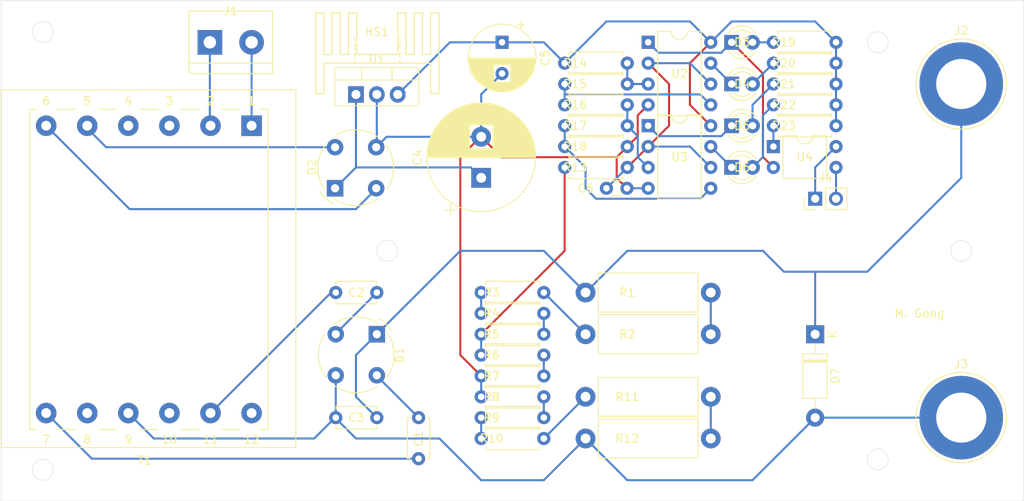
<source format=kicad_pcb>
(kicad_pcb (version 20171130) (host pcbnew "(5.1.4)-1")

  (general
    (thickness 1.6)
    (drawings 17)
    (tracks 153)
    (zones 0)
    (modules 46)
    (nets 40)
  )

  (page A4)
  (layers
    (0 F.Cu signal)
    (31 B.Cu signal)
    (32 B.Adhes user)
    (33 F.Adhes user)
    (34 B.Paste user)
    (35 F.Paste user)
    (36 B.SilkS user)
    (37 F.SilkS user)
    (38 B.Mask user)
    (39 F.Mask user)
    (40 Dwgs.User user)
    (41 Cmts.User user)
    (42 Eco1.User user)
    (43 Eco2.User user)
    (44 Edge.Cuts user)
    (45 Margin user)
    (46 B.CrtYd user)
    (47 F.CrtYd user)
    (48 B.Fab user)
    (49 F.Fab user)
  )

  (setup
    (last_trace_width 0.25)
    (user_trace_width 0.5)
    (user_trace_width 1)
    (user_trace_width 2)
    (trace_clearance 0.2)
    (zone_clearance 0.508)
    (zone_45_only no)
    (trace_min 0.2)
    (via_size 0.8)
    (via_drill 0.4)
    (via_min_size 0.4)
    (via_min_drill 0.3)
    (uvia_size 0.3)
    (uvia_drill 0.1)
    (uvias_allowed no)
    (uvia_min_size 0.2)
    (uvia_min_drill 0.1)
    (edge_width 0.05)
    (segment_width 0.2)
    (pcb_text_width 0.3)
    (pcb_text_size 1.5 1.5)
    (mod_edge_width 0.12)
    (mod_text_size 1 1)
    (mod_text_width 0.15)
    (pad_size 2.4 2.4)
    (pad_drill 0)
    (pad_to_mask_clearance 0.051)
    (solder_mask_min_width 0.25)
    (aux_axis_origin 0 0)
    (visible_elements 7FFFFFFF)
    (pcbplotparams
      (layerselection 0x010fc_ffffffff)
      (usegerberextensions false)
      (usegerberattributes false)
      (usegerberadvancedattributes false)
      (creategerberjobfile false)
      (excludeedgelayer true)
      (linewidth 0.250000)
      (plotframeref false)
      (viasonmask false)
      (mode 1)
      (useauxorigin false)
      (hpglpennumber 1)
      (hpglpenspeed 20)
      (hpglpendiameter 15.000000)
      (psnegative false)
      (psa4output false)
      (plotreference true)
      (plotvalue true)
      (plotinvisibletext false)
      (padsonsilk false)
      (subtractmaskfromsilk false)
      (outputformat 1)
      (mirror false)
      (drillshape 0)
      (scaleselection 1)
      (outputdirectory "Gerbers/"))
  )

  (net 0 "")
  (net 1 /PowerOut+)
  (net 2 /PowerOut-)
  (net 3 "Net-(R6-Pad2)")
  (net 4 "Net-(R8-Pad2)")
  (net 5 "Net-(R13-Pad2)")
  (net 6 "Net-(C1-Pad2)")
  (net 7 /ACPowerIn+)
  (net 8 /ACPowerIn-)
  (net 9 GND)
  (net 10 "Net-(D2-Pad2)")
  (net 11 "Net-(D2-Pad4)")
  (net 12 "Net-(D3-Pad2)")
  (net 13 "Net-(D3-Pad1)")
  (net 14 "Net-(D4-Pad2)")
  (net 15 "Net-(D4-Pad1)")
  (net 16 "Net-(D5-Pad2)")
  (net 17 "Net-(D5-Pad1)")
  (net 18 "Net-(D6-Pad2)")
  (net 19 "Net-(D6-Pad1)")
  (net 20 /ControlGND)
  (net 21 /ControlSignal)
  (net 22 "Net-(R10-Pad1)")
  (net 23 +12V)
  (net 24 "Net-(C1-Pad1)")
  (net 25 "Net-(C2-Pad2)")
  (net 26 "Net-(C2-Pad1)")
  (net 27 "Net-(C4-Pad1)")
  (net 28 "Net-(R1-Pad2)")
  (net 29 "Net-(R2-Pad2)")
  (net 30 "Net-(R3-Pad2)")
  (net 31 "Net-(R4-Pad2)")
  (net 32 "Net-(R10-Pad2)")
  (net 33 "Net-(R11-Pad2)")
  (net 34 "Net-(R14-Pad1)")
  (net 35 "Net-(R15-Pad1)")
  (net 36 "Net-(R16-Pad1)")
  (net 37 "Net-(R17-Pad1)")
  (net 38 "Net-(R23-Pad1)")
  (net 39 "Net-(C6-Pad1)")

  (net_class Default "This is the default net class."
    (clearance 0.2)
    (trace_width 0.25)
    (via_dia 0.8)
    (via_drill 0.4)
    (uvia_dia 0.3)
    (uvia_drill 0.1)
    (add_net +12V)
    (add_net /ACPowerIn+)
    (add_net /ACPowerIn-)
    (add_net /ControlGND)
    (add_net /ControlSignal)
    (add_net /PowerOut+)
    (add_net /PowerOut-)
    (add_net GND)
    (add_net "Net-(C1-Pad1)")
    (add_net "Net-(C1-Pad2)")
    (add_net "Net-(C2-Pad1)")
    (add_net "Net-(C2-Pad2)")
    (add_net "Net-(C4-Pad1)")
    (add_net "Net-(C6-Pad1)")
    (add_net "Net-(D2-Pad2)")
    (add_net "Net-(D2-Pad4)")
    (add_net "Net-(D3-Pad1)")
    (add_net "Net-(D3-Pad2)")
    (add_net "Net-(D4-Pad1)")
    (add_net "Net-(D4-Pad2)")
    (add_net "Net-(D5-Pad1)")
    (add_net "Net-(D5-Pad2)")
    (add_net "Net-(D6-Pad1)")
    (add_net "Net-(D6-Pad2)")
    (add_net "Net-(R1-Pad2)")
    (add_net "Net-(R10-Pad1)")
    (add_net "Net-(R10-Pad2)")
    (add_net "Net-(R11-Pad2)")
    (add_net "Net-(R13-Pad2)")
    (add_net "Net-(R14-Pad1)")
    (add_net "Net-(R15-Pad1)")
    (add_net "Net-(R16-Pad1)")
    (add_net "Net-(R17-Pad1)")
    (add_net "Net-(R2-Pad2)")
    (add_net "Net-(R23-Pad1)")
    (add_net "Net-(R3-Pad2)")
    (add_net "Net-(R4-Pad2)")
    (add_net "Net-(R6-Pad2)")
    (add_net "Net-(R8-Pad2)")
  )

  (module Capacitor_THT:CP_Radial_D13.0mm_P5.00mm (layer F.Cu) (tedit 5AE50EF1) (tstamp 5F66D097)
    (at 106.68 52.07 90)
    (descr "CP, Radial series, Radial, pin pitch=5.00mm, , diameter=13mm, Electrolytic Capacitor")
    (tags "CP Radial series Radial pin pitch 5.00mm  diameter 13mm Electrolytic Capacitor")
    (path /5F7AFC7E)
    (fp_text reference C4 (at 2.5 -7.75 90) (layer F.SilkS)
      (effects (font (size 1 1) (thickness 0.15)))
    )
    (fp_text value 2200uF (at 2.5 7.75 90) (layer F.Fab)
      (effects (font (size 1 1) (thickness 0.15)))
    )
    (fp_text user %R (at 2.5 0 90) (layer F.Fab)
      (effects (font (size 1 1) (thickness 0.15)))
    )
    (fp_line (start -3.934569 -4.365) (end -3.934569 -3.065) (layer F.SilkS) (width 0.12))
    (fp_line (start -4.584569 -3.715) (end -3.284569 -3.715) (layer F.SilkS) (width 0.12))
    (fp_line (start 9.101 -0.475) (end 9.101 0.475) (layer F.SilkS) (width 0.12))
    (fp_line (start 9.061 -0.85) (end 9.061 0.85) (layer F.SilkS) (width 0.12))
    (fp_line (start 9.021 -1.107) (end 9.021 1.107) (layer F.SilkS) (width 0.12))
    (fp_line (start 8.981 -1.315) (end 8.981 1.315) (layer F.SilkS) (width 0.12))
    (fp_line (start 8.941 -1.494) (end 8.941 1.494) (layer F.SilkS) (width 0.12))
    (fp_line (start 8.901 -1.653) (end 8.901 1.653) (layer F.SilkS) (width 0.12))
    (fp_line (start 8.861 -1.798) (end 8.861 1.798) (layer F.SilkS) (width 0.12))
    (fp_line (start 8.821 -1.931) (end 8.821 1.931) (layer F.SilkS) (width 0.12))
    (fp_line (start 8.781 -2.055) (end 8.781 2.055) (layer F.SilkS) (width 0.12))
    (fp_line (start 8.741 -2.171) (end 8.741 2.171) (layer F.SilkS) (width 0.12))
    (fp_line (start 8.701 -2.281) (end 8.701 2.281) (layer F.SilkS) (width 0.12))
    (fp_line (start 8.661 -2.385) (end 8.661 2.385) (layer F.SilkS) (width 0.12))
    (fp_line (start 8.621 -2.484) (end 8.621 2.484) (layer F.SilkS) (width 0.12))
    (fp_line (start 8.581 -2.579) (end 8.581 2.579) (layer F.SilkS) (width 0.12))
    (fp_line (start 8.541 -2.67) (end 8.541 2.67) (layer F.SilkS) (width 0.12))
    (fp_line (start 8.501 -2.758) (end 8.501 2.758) (layer F.SilkS) (width 0.12))
    (fp_line (start 8.461 -2.842) (end 8.461 2.842) (layer F.SilkS) (width 0.12))
    (fp_line (start 8.421 -2.923) (end 8.421 2.923) (layer F.SilkS) (width 0.12))
    (fp_line (start 8.381 -3.002) (end 8.381 3.002) (layer F.SilkS) (width 0.12))
    (fp_line (start 8.341 -3.078) (end 8.341 3.078) (layer F.SilkS) (width 0.12))
    (fp_line (start 8.301 -3.152) (end 8.301 3.152) (layer F.SilkS) (width 0.12))
    (fp_line (start 8.261 -3.223) (end 8.261 3.223) (layer F.SilkS) (width 0.12))
    (fp_line (start 8.221 -3.293) (end 8.221 3.293) (layer F.SilkS) (width 0.12))
    (fp_line (start 8.181 -3.361) (end 8.181 3.361) (layer F.SilkS) (width 0.12))
    (fp_line (start 8.141 -3.427) (end 8.141 3.427) (layer F.SilkS) (width 0.12))
    (fp_line (start 8.101 -3.491) (end 8.101 3.491) (layer F.SilkS) (width 0.12))
    (fp_line (start 8.061 -3.554) (end 8.061 3.554) (layer F.SilkS) (width 0.12))
    (fp_line (start 8.021 -3.615) (end 8.021 3.615) (layer F.SilkS) (width 0.12))
    (fp_line (start 7.981 -3.675) (end 7.981 3.675) (layer F.SilkS) (width 0.12))
    (fp_line (start 7.941 -3.733) (end 7.941 3.733) (layer F.SilkS) (width 0.12))
    (fp_line (start 7.901 -3.79) (end 7.901 3.79) (layer F.SilkS) (width 0.12))
    (fp_line (start 7.861 -3.846) (end 7.861 3.846) (layer F.SilkS) (width 0.12))
    (fp_line (start 7.821 -3.9) (end 7.821 3.9) (layer F.SilkS) (width 0.12))
    (fp_line (start 7.781 -3.954) (end 7.781 3.954) (layer F.SilkS) (width 0.12))
    (fp_line (start 7.741 -4.006) (end 7.741 4.006) (layer F.SilkS) (width 0.12))
    (fp_line (start 7.701 -4.057) (end 7.701 4.057) (layer F.SilkS) (width 0.12))
    (fp_line (start 7.661 -4.108) (end 7.661 4.108) (layer F.SilkS) (width 0.12))
    (fp_line (start 7.621 -4.157) (end 7.621 4.157) (layer F.SilkS) (width 0.12))
    (fp_line (start 7.581 -4.205) (end 7.581 4.205) (layer F.SilkS) (width 0.12))
    (fp_line (start 7.541 -4.253) (end 7.541 4.253) (layer F.SilkS) (width 0.12))
    (fp_line (start 7.501 -4.299) (end 7.501 4.299) (layer F.SilkS) (width 0.12))
    (fp_line (start 7.461 -4.345) (end 7.461 4.345) (layer F.SilkS) (width 0.12))
    (fp_line (start 7.421 -4.39) (end 7.421 4.39) (layer F.SilkS) (width 0.12))
    (fp_line (start 7.381 -4.434) (end 7.381 4.434) (layer F.SilkS) (width 0.12))
    (fp_line (start 7.341 -4.477) (end 7.341 4.477) (layer F.SilkS) (width 0.12))
    (fp_line (start 7.301 -4.519) (end 7.301 4.519) (layer F.SilkS) (width 0.12))
    (fp_line (start 7.261 -4.561) (end 7.261 4.561) (layer F.SilkS) (width 0.12))
    (fp_line (start 7.221 -4.602) (end 7.221 4.602) (layer F.SilkS) (width 0.12))
    (fp_line (start 7.181 -4.643) (end 7.181 4.643) (layer F.SilkS) (width 0.12))
    (fp_line (start 7.141 -4.682) (end 7.141 4.682) (layer F.SilkS) (width 0.12))
    (fp_line (start 7.101 -4.721) (end 7.101 4.721) (layer F.SilkS) (width 0.12))
    (fp_line (start 7.061 -4.76) (end 7.061 4.76) (layer F.SilkS) (width 0.12))
    (fp_line (start 7.021 -4.797) (end 7.021 4.797) (layer F.SilkS) (width 0.12))
    (fp_line (start 6.981 -4.834) (end 6.981 4.834) (layer F.SilkS) (width 0.12))
    (fp_line (start 6.941 -4.871) (end 6.941 4.871) (layer F.SilkS) (width 0.12))
    (fp_line (start 6.901 -4.907) (end 6.901 4.907) (layer F.SilkS) (width 0.12))
    (fp_line (start 6.861 -4.942) (end 6.861 4.942) (layer F.SilkS) (width 0.12))
    (fp_line (start 6.821 -4.977) (end 6.821 4.977) (layer F.SilkS) (width 0.12))
    (fp_line (start 6.781 -5.011) (end 6.781 5.011) (layer F.SilkS) (width 0.12))
    (fp_line (start 6.741 -5.044) (end 6.741 5.044) (layer F.SilkS) (width 0.12))
    (fp_line (start 6.701 -5.078) (end 6.701 5.078) (layer F.SilkS) (width 0.12))
    (fp_line (start 6.661 -5.11) (end 6.661 5.11) (layer F.SilkS) (width 0.12))
    (fp_line (start 6.621 -5.142) (end 6.621 5.142) (layer F.SilkS) (width 0.12))
    (fp_line (start 6.581 -5.174) (end 6.581 5.174) (layer F.SilkS) (width 0.12))
    (fp_line (start 6.541 -5.205) (end 6.541 5.205) (layer F.SilkS) (width 0.12))
    (fp_line (start 6.501 -5.235) (end 6.501 5.235) (layer F.SilkS) (width 0.12))
    (fp_line (start 6.461 -5.265) (end 6.461 5.265) (layer F.SilkS) (width 0.12))
    (fp_line (start 6.421 1.44) (end 6.421 5.295) (layer F.SilkS) (width 0.12))
    (fp_line (start 6.421 -5.295) (end 6.421 -1.44) (layer F.SilkS) (width 0.12))
    (fp_line (start 6.381 1.44) (end 6.381 5.324) (layer F.SilkS) (width 0.12))
    (fp_line (start 6.381 -5.324) (end 6.381 -1.44) (layer F.SilkS) (width 0.12))
    (fp_line (start 6.341 1.44) (end 6.341 5.353) (layer F.SilkS) (width 0.12))
    (fp_line (start 6.341 -5.353) (end 6.341 -1.44) (layer F.SilkS) (width 0.12))
    (fp_line (start 6.301 1.44) (end 6.301 5.381) (layer F.SilkS) (width 0.12))
    (fp_line (start 6.301 -5.381) (end 6.301 -1.44) (layer F.SilkS) (width 0.12))
    (fp_line (start 6.261 1.44) (end 6.261 5.409) (layer F.SilkS) (width 0.12))
    (fp_line (start 6.261 -5.409) (end 6.261 -1.44) (layer F.SilkS) (width 0.12))
    (fp_line (start 6.221 1.44) (end 6.221 5.436) (layer F.SilkS) (width 0.12))
    (fp_line (start 6.221 -5.436) (end 6.221 -1.44) (layer F.SilkS) (width 0.12))
    (fp_line (start 6.181 1.44) (end 6.181 5.463) (layer F.SilkS) (width 0.12))
    (fp_line (start 6.181 -5.463) (end 6.181 -1.44) (layer F.SilkS) (width 0.12))
    (fp_line (start 6.141 1.44) (end 6.141 5.49) (layer F.SilkS) (width 0.12))
    (fp_line (start 6.141 -5.49) (end 6.141 -1.44) (layer F.SilkS) (width 0.12))
    (fp_line (start 6.101 1.44) (end 6.101 5.516) (layer F.SilkS) (width 0.12))
    (fp_line (start 6.101 -5.516) (end 6.101 -1.44) (layer F.SilkS) (width 0.12))
    (fp_line (start 6.061 1.44) (end 6.061 5.542) (layer F.SilkS) (width 0.12))
    (fp_line (start 6.061 -5.542) (end 6.061 -1.44) (layer F.SilkS) (width 0.12))
    (fp_line (start 6.021 1.44) (end 6.021 5.567) (layer F.SilkS) (width 0.12))
    (fp_line (start 6.021 -5.567) (end 6.021 -1.44) (layer F.SilkS) (width 0.12))
    (fp_line (start 5.981 1.44) (end 5.981 5.592) (layer F.SilkS) (width 0.12))
    (fp_line (start 5.981 -5.592) (end 5.981 -1.44) (layer F.SilkS) (width 0.12))
    (fp_line (start 5.941 1.44) (end 5.941 5.617) (layer F.SilkS) (width 0.12))
    (fp_line (start 5.941 -5.617) (end 5.941 -1.44) (layer F.SilkS) (width 0.12))
    (fp_line (start 5.901 1.44) (end 5.901 5.641) (layer F.SilkS) (width 0.12))
    (fp_line (start 5.901 -5.641) (end 5.901 -1.44) (layer F.SilkS) (width 0.12))
    (fp_line (start 5.861 1.44) (end 5.861 5.664) (layer F.SilkS) (width 0.12))
    (fp_line (start 5.861 -5.664) (end 5.861 -1.44) (layer F.SilkS) (width 0.12))
    (fp_line (start 5.821 1.44) (end 5.821 5.688) (layer F.SilkS) (width 0.12))
    (fp_line (start 5.821 -5.688) (end 5.821 -1.44) (layer F.SilkS) (width 0.12))
    (fp_line (start 5.781 1.44) (end 5.781 5.711) (layer F.SilkS) (width 0.12))
    (fp_line (start 5.781 -5.711) (end 5.781 -1.44) (layer F.SilkS) (width 0.12))
    (fp_line (start 5.741 1.44) (end 5.741 5.733) (layer F.SilkS) (width 0.12))
    (fp_line (start 5.741 -5.733) (end 5.741 -1.44) (layer F.SilkS) (width 0.12))
    (fp_line (start 5.701 1.44) (end 5.701 5.756) (layer F.SilkS) (width 0.12))
    (fp_line (start 5.701 -5.756) (end 5.701 -1.44) (layer F.SilkS) (width 0.12))
    (fp_line (start 5.661 1.44) (end 5.661 5.778) (layer F.SilkS) (width 0.12))
    (fp_line (start 5.661 -5.778) (end 5.661 -1.44) (layer F.SilkS) (width 0.12))
    (fp_line (start 5.621 1.44) (end 5.621 5.799) (layer F.SilkS) (width 0.12))
    (fp_line (start 5.621 -5.799) (end 5.621 -1.44) (layer F.SilkS) (width 0.12))
    (fp_line (start 5.581 1.44) (end 5.581 5.82) (layer F.SilkS) (width 0.12))
    (fp_line (start 5.581 -5.82) (end 5.581 -1.44) (layer F.SilkS) (width 0.12))
    (fp_line (start 5.541 1.44) (end 5.541 5.841) (layer F.SilkS) (width 0.12))
    (fp_line (start 5.541 -5.841) (end 5.541 -1.44) (layer F.SilkS) (width 0.12))
    (fp_line (start 5.501 1.44) (end 5.501 5.862) (layer F.SilkS) (width 0.12))
    (fp_line (start 5.501 -5.862) (end 5.501 -1.44) (layer F.SilkS) (width 0.12))
    (fp_line (start 5.461 1.44) (end 5.461 5.882) (layer F.SilkS) (width 0.12))
    (fp_line (start 5.461 -5.882) (end 5.461 -1.44) (layer F.SilkS) (width 0.12))
    (fp_line (start 5.421 1.44) (end 5.421 5.902) (layer F.SilkS) (width 0.12))
    (fp_line (start 5.421 -5.902) (end 5.421 -1.44) (layer F.SilkS) (width 0.12))
    (fp_line (start 5.381 1.44) (end 5.381 5.921) (layer F.SilkS) (width 0.12))
    (fp_line (start 5.381 -5.921) (end 5.381 -1.44) (layer F.SilkS) (width 0.12))
    (fp_line (start 5.341 1.44) (end 5.341 5.94) (layer F.SilkS) (width 0.12))
    (fp_line (start 5.341 -5.94) (end 5.341 -1.44) (layer F.SilkS) (width 0.12))
    (fp_line (start 5.301 1.44) (end 5.301 5.959) (layer F.SilkS) (width 0.12))
    (fp_line (start 5.301 -5.959) (end 5.301 -1.44) (layer F.SilkS) (width 0.12))
    (fp_line (start 5.261 1.44) (end 5.261 5.978) (layer F.SilkS) (width 0.12))
    (fp_line (start 5.261 -5.978) (end 5.261 -1.44) (layer F.SilkS) (width 0.12))
    (fp_line (start 5.221 1.44) (end 5.221 5.996) (layer F.SilkS) (width 0.12))
    (fp_line (start 5.221 -5.996) (end 5.221 -1.44) (layer F.SilkS) (width 0.12))
    (fp_line (start 5.181 1.44) (end 5.181 6.014) (layer F.SilkS) (width 0.12))
    (fp_line (start 5.181 -6.014) (end 5.181 -1.44) (layer F.SilkS) (width 0.12))
    (fp_line (start 5.141 1.44) (end 5.141 6.031) (layer F.SilkS) (width 0.12))
    (fp_line (start 5.141 -6.031) (end 5.141 -1.44) (layer F.SilkS) (width 0.12))
    (fp_line (start 5.101 1.44) (end 5.101 6.049) (layer F.SilkS) (width 0.12))
    (fp_line (start 5.101 -6.049) (end 5.101 -1.44) (layer F.SilkS) (width 0.12))
    (fp_line (start 5.061 1.44) (end 5.061 6.065) (layer F.SilkS) (width 0.12))
    (fp_line (start 5.061 -6.065) (end 5.061 -1.44) (layer F.SilkS) (width 0.12))
    (fp_line (start 5.021 1.44) (end 5.021 6.082) (layer F.SilkS) (width 0.12))
    (fp_line (start 5.021 -6.082) (end 5.021 -1.44) (layer F.SilkS) (width 0.12))
    (fp_line (start 4.981 1.44) (end 4.981 6.098) (layer F.SilkS) (width 0.12))
    (fp_line (start 4.981 -6.098) (end 4.981 -1.44) (layer F.SilkS) (width 0.12))
    (fp_line (start 4.941 1.44) (end 4.941 6.114) (layer F.SilkS) (width 0.12))
    (fp_line (start 4.941 -6.114) (end 4.941 -1.44) (layer F.SilkS) (width 0.12))
    (fp_line (start 4.901 1.44) (end 4.901 6.13) (layer F.SilkS) (width 0.12))
    (fp_line (start 4.901 -6.13) (end 4.901 -1.44) (layer F.SilkS) (width 0.12))
    (fp_line (start 4.861 1.44) (end 4.861 6.146) (layer F.SilkS) (width 0.12))
    (fp_line (start 4.861 -6.146) (end 4.861 -1.44) (layer F.SilkS) (width 0.12))
    (fp_line (start 4.821 1.44) (end 4.821 6.161) (layer F.SilkS) (width 0.12))
    (fp_line (start 4.821 -6.161) (end 4.821 -1.44) (layer F.SilkS) (width 0.12))
    (fp_line (start 4.781 1.44) (end 4.781 6.175) (layer F.SilkS) (width 0.12))
    (fp_line (start 4.781 -6.175) (end 4.781 -1.44) (layer F.SilkS) (width 0.12))
    (fp_line (start 4.741 1.44) (end 4.741 6.19) (layer F.SilkS) (width 0.12))
    (fp_line (start 4.741 -6.19) (end 4.741 -1.44) (layer F.SilkS) (width 0.12))
    (fp_line (start 4.701 1.44) (end 4.701 6.204) (layer F.SilkS) (width 0.12))
    (fp_line (start 4.701 -6.204) (end 4.701 -1.44) (layer F.SilkS) (width 0.12))
    (fp_line (start 4.661 1.44) (end 4.661 6.218) (layer F.SilkS) (width 0.12))
    (fp_line (start 4.661 -6.218) (end 4.661 -1.44) (layer F.SilkS) (width 0.12))
    (fp_line (start 4.621 1.44) (end 4.621 6.232) (layer F.SilkS) (width 0.12))
    (fp_line (start 4.621 -6.232) (end 4.621 -1.44) (layer F.SilkS) (width 0.12))
    (fp_line (start 4.581 1.44) (end 4.581 6.245) (layer F.SilkS) (width 0.12))
    (fp_line (start 4.581 -6.245) (end 4.581 -1.44) (layer F.SilkS) (width 0.12))
    (fp_line (start 4.541 1.44) (end 4.541 6.258) (layer F.SilkS) (width 0.12))
    (fp_line (start 4.541 -6.258) (end 4.541 -1.44) (layer F.SilkS) (width 0.12))
    (fp_line (start 4.501 1.44) (end 4.501 6.271) (layer F.SilkS) (width 0.12))
    (fp_line (start 4.501 -6.271) (end 4.501 -1.44) (layer F.SilkS) (width 0.12))
    (fp_line (start 4.461 1.44) (end 4.461 6.284) (layer F.SilkS) (width 0.12))
    (fp_line (start 4.461 -6.284) (end 4.461 -1.44) (layer F.SilkS) (width 0.12))
    (fp_line (start 4.421 1.44) (end 4.421 6.296) (layer F.SilkS) (width 0.12))
    (fp_line (start 4.421 -6.296) (end 4.421 -1.44) (layer F.SilkS) (width 0.12))
    (fp_line (start 4.381 1.44) (end 4.381 6.308) (layer F.SilkS) (width 0.12))
    (fp_line (start 4.381 -6.308) (end 4.381 -1.44) (layer F.SilkS) (width 0.12))
    (fp_line (start 4.341 1.44) (end 4.341 6.32) (layer F.SilkS) (width 0.12))
    (fp_line (start 4.341 -6.32) (end 4.341 -1.44) (layer F.SilkS) (width 0.12))
    (fp_line (start 4.301 1.44) (end 4.301 6.331) (layer F.SilkS) (width 0.12))
    (fp_line (start 4.301 -6.331) (end 4.301 -1.44) (layer F.SilkS) (width 0.12))
    (fp_line (start 4.261 1.44) (end 4.261 6.342) (layer F.SilkS) (width 0.12))
    (fp_line (start 4.261 -6.342) (end 4.261 -1.44) (layer F.SilkS) (width 0.12))
    (fp_line (start 4.221 1.44) (end 4.221 6.353) (layer F.SilkS) (width 0.12))
    (fp_line (start 4.221 -6.353) (end 4.221 -1.44) (layer F.SilkS) (width 0.12))
    (fp_line (start 4.181 1.44) (end 4.181 6.364) (layer F.SilkS) (width 0.12))
    (fp_line (start 4.181 -6.364) (end 4.181 -1.44) (layer F.SilkS) (width 0.12))
    (fp_line (start 4.141 1.44) (end 4.141 6.374) (layer F.SilkS) (width 0.12))
    (fp_line (start 4.141 -6.374) (end 4.141 -1.44) (layer F.SilkS) (width 0.12))
    (fp_line (start 4.101 1.44) (end 4.101 6.384) (layer F.SilkS) (width 0.12))
    (fp_line (start 4.101 -6.384) (end 4.101 -1.44) (layer F.SilkS) (width 0.12))
    (fp_line (start 4.061 1.44) (end 4.061 6.394) (layer F.SilkS) (width 0.12))
    (fp_line (start 4.061 -6.394) (end 4.061 -1.44) (layer F.SilkS) (width 0.12))
    (fp_line (start 4.021 1.44) (end 4.021 6.404) (layer F.SilkS) (width 0.12))
    (fp_line (start 4.021 -6.404) (end 4.021 -1.44) (layer F.SilkS) (width 0.12))
    (fp_line (start 3.981 1.44) (end 3.981 6.413) (layer F.SilkS) (width 0.12))
    (fp_line (start 3.981 -6.413) (end 3.981 -1.44) (layer F.SilkS) (width 0.12))
    (fp_line (start 3.941 1.44) (end 3.941 6.422) (layer F.SilkS) (width 0.12))
    (fp_line (start 3.941 -6.422) (end 3.941 -1.44) (layer F.SilkS) (width 0.12))
    (fp_line (start 3.901 1.44) (end 3.901 6.431) (layer F.SilkS) (width 0.12))
    (fp_line (start 3.901 -6.431) (end 3.901 -1.44) (layer F.SilkS) (width 0.12))
    (fp_line (start 3.861 1.44) (end 3.861 6.439) (layer F.SilkS) (width 0.12))
    (fp_line (start 3.861 -6.439) (end 3.861 -1.44) (layer F.SilkS) (width 0.12))
    (fp_line (start 3.821 1.44) (end 3.821 6.448) (layer F.SilkS) (width 0.12))
    (fp_line (start 3.821 -6.448) (end 3.821 -1.44) (layer F.SilkS) (width 0.12))
    (fp_line (start 3.781 1.44) (end 3.781 6.456) (layer F.SilkS) (width 0.12))
    (fp_line (start 3.781 -6.456) (end 3.781 -1.44) (layer F.SilkS) (width 0.12))
    (fp_line (start 3.741 1.44) (end 3.741 6.463) (layer F.SilkS) (width 0.12))
    (fp_line (start 3.741 -6.463) (end 3.741 -1.44) (layer F.SilkS) (width 0.12))
    (fp_line (start 3.701 1.44) (end 3.701 6.471) (layer F.SilkS) (width 0.12))
    (fp_line (start 3.701 -6.471) (end 3.701 -1.44) (layer F.SilkS) (width 0.12))
    (fp_line (start 3.661 1.44) (end 3.661 6.478) (layer F.SilkS) (width 0.12))
    (fp_line (start 3.661 -6.478) (end 3.661 -1.44) (layer F.SilkS) (width 0.12))
    (fp_line (start 3.621 1.44) (end 3.621 6.485) (layer F.SilkS) (width 0.12))
    (fp_line (start 3.621 -6.485) (end 3.621 -1.44) (layer F.SilkS) (width 0.12))
    (fp_line (start 3.581 1.44) (end 3.581 6.492) (layer F.SilkS) (width 0.12))
    (fp_line (start 3.581 -6.492) (end 3.581 -1.44) (layer F.SilkS) (width 0.12))
    (fp_line (start 3.541 -6.498) (end 3.541 6.498) (layer F.SilkS) (width 0.12))
    (fp_line (start 3.501 -6.505) (end 3.501 6.505) (layer F.SilkS) (width 0.12))
    (fp_line (start 3.461 -6.511) (end 3.461 6.511) (layer F.SilkS) (width 0.12))
    (fp_line (start 3.421 -6.516) (end 3.421 6.516) (layer F.SilkS) (width 0.12))
    (fp_line (start 3.381 -6.522) (end 3.381 6.522) (layer F.SilkS) (width 0.12))
    (fp_line (start 3.341 -6.527) (end 3.341 6.527) (layer F.SilkS) (width 0.12))
    (fp_line (start 3.301 -6.532) (end 3.301 6.532) (layer F.SilkS) (width 0.12))
    (fp_line (start 3.261 -6.537) (end 3.261 6.537) (layer F.SilkS) (width 0.12))
    (fp_line (start 3.221 -6.541) (end 3.221 6.541) (layer F.SilkS) (width 0.12))
    (fp_line (start 3.18 -6.545) (end 3.18 6.545) (layer F.SilkS) (width 0.12))
    (fp_line (start 3.14 -6.549) (end 3.14 6.549) (layer F.SilkS) (width 0.12))
    (fp_line (start 3.1 -6.553) (end 3.1 6.553) (layer F.SilkS) (width 0.12))
    (fp_line (start 3.06 -6.557) (end 3.06 6.557) (layer F.SilkS) (width 0.12))
    (fp_line (start 3.02 -6.56) (end 3.02 6.56) (layer F.SilkS) (width 0.12))
    (fp_line (start 2.98 -6.563) (end 2.98 6.563) (layer F.SilkS) (width 0.12))
    (fp_line (start 2.94 -6.566) (end 2.94 6.566) (layer F.SilkS) (width 0.12))
    (fp_line (start 2.9 -6.568) (end 2.9 6.568) (layer F.SilkS) (width 0.12))
    (fp_line (start 2.86 -6.571) (end 2.86 6.571) (layer F.SilkS) (width 0.12))
    (fp_line (start 2.82 -6.573) (end 2.82 6.573) (layer F.SilkS) (width 0.12))
    (fp_line (start 2.78 -6.575) (end 2.78 6.575) (layer F.SilkS) (width 0.12))
    (fp_line (start 2.74 -6.576) (end 2.74 6.576) (layer F.SilkS) (width 0.12))
    (fp_line (start 2.7 -6.577) (end 2.7 6.577) (layer F.SilkS) (width 0.12))
    (fp_line (start 2.66 -6.579) (end 2.66 6.579) (layer F.SilkS) (width 0.12))
    (fp_line (start 2.62 -6.579) (end 2.62 6.579) (layer F.SilkS) (width 0.12))
    (fp_line (start 2.58 -6.58) (end 2.58 6.58) (layer F.SilkS) (width 0.12))
    (fp_line (start 2.54 -6.58) (end 2.54 6.58) (layer F.SilkS) (width 0.12))
    (fp_line (start 2.5 -6.58) (end 2.5 6.58) (layer F.SilkS) (width 0.12))
    (fp_line (start -2.432015 -3.4975) (end -2.432015 -2.1975) (layer F.Fab) (width 0.1))
    (fp_line (start -3.082015 -2.8475) (end -1.782015 -2.8475) (layer F.Fab) (width 0.1))
    (fp_circle (center 2.5 0) (end 9.25 0) (layer F.CrtYd) (width 0.05))
    (fp_circle (center 2.5 0) (end 9.12 0) (layer F.SilkS) (width 0.12))
    (fp_circle (center 2.5 0) (end 9 0) (layer F.Fab) (width 0.1))
    (pad 2 thru_hole circle (at 5 0 90) (size 2.4 2.4) (drill 1.2) (layers *.Cu *.Mask)
      (net 9 GND))
    (pad 1 thru_hole rect (at 0 0 90) (size 2.4 2.4) (drill 1.2) (layers *.Cu *.Mask)
      (net 27 "Net-(C4-Pad1)"))
    (model ${KISYS3DMOD}/Capacitor_THT.3dshapes/CP_Radial_D13.0mm_P5.00mm.wrl
      (at (xyz 0 0 0))
      (scale (xyz 1 1 1))
      (rotate (xyz 0 0 0))
    )
  )

  (module Capacitor_THT:CP_Radial_D8.0mm_P3.80mm (layer F.Cu) (tedit 5AE50EF0) (tstamp 5F66D140)
    (at 109.22 35.56 270)
    (descr "CP, Radial series, Radial, pin pitch=3.80mm, , diameter=8mm, Electrolytic Capacitor")
    (tags "CP Radial series Radial pin pitch 3.80mm  diameter 8mm Electrolytic Capacitor")
    (path /5F6A043E)
    (fp_text reference C5 (at 1.9 -5.25 90) (layer F.SilkS)
      (effects (font (size 1 1) (thickness 0.15)))
    )
    (fp_text value 0.1uF (at 1.9 5.25 90) (layer F.Fab)
      (effects (font (size 1 1) (thickness 0.15)))
    )
    (fp_text user %R (at 1.9 0 90) (layer F.Fab)
      (effects (font (size 1 1) (thickness 0.15)))
    )
    (fp_line (start -2.109698 -2.715) (end -2.109698 -1.915) (layer F.SilkS) (width 0.12))
    (fp_line (start -2.509698 -2.315) (end -1.709698 -2.315) (layer F.SilkS) (width 0.12))
    (fp_line (start 5.981 -0.533) (end 5.981 0.533) (layer F.SilkS) (width 0.12))
    (fp_line (start 5.941 -0.768) (end 5.941 0.768) (layer F.SilkS) (width 0.12))
    (fp_line (start 5.901 -0.948) (end 5.901 0.948) (layer F.SilkS) (width 0.12))
    (fp_line (start 5.861 -1.098) (end 5.861 1.098) (layer F.SilkS) (width 0.12))
    (fp_line (start 5.821 -1.229) (end 5.821 1.229) (layer F.SilkS) (width 0.12))
    (fp_line (start 5.781 -1.346) (end 5.781 1.346) (layer F.SilkS) (width 0.12))
    (fp_line (start 5.741 -1.453) (end 5.741 1.453) (layer F.SilkS) (width 0.12))
    (fp_line (start 5.701 -1.552) (end 5.701 1.552) (layer F.SilkS) (width 0.12))
    (fp_line (start 5.661 -1.645) (end 5.661 1.645) (layer F.SilkS) (width 0.12))
    (fp_line (start 5.621 -1.731) (end 5.621 1.731) (layer F.SilkS) (width 0.12))
    (fp_line (start 5.581 -1.813) (end 5.581 1.813) (layer F.SilkS) (width 0.12))
    (fp_line (start 5.541 -1.89) (end 5.541 1.89) (layer F.SilkS) (width 0.12))
    (fp_line (start 5.501 -1.964) (end 5.501 1.964) (layer F.SilkS) (width 0.12))
    (fp_line (start 5.461 -2.034) (end 5.461 2.034) (layer F.SilkS) (width 0.12))
    (fp_line (start 5.421 -2.102) (end 5.421 2.102) (layer F.SilkS) (width 0.12))
    (fp_line (start 5.381 -2.166) (end 5.381 2.166) (layer F.SilkS) (width 0.12))
    (fp_line (start 5.341 -2.228) (end 5.341 2.228) (layer F.SilkS) (width 0.12))
    (fp_line (start 5.301 -2.287) (end 5.301 2.287) (layer F.SilkS) (width 0.12))
    (fp_line (start 5.261 -2.345) (end 5.261 2.345) (layer F.SilkS) (width 0.12))
    (fp_line (start 5.221 -2.4) (end 5.221 2.4) (layer F.SilkS) (width 0.12))
    (fp_line (start 5.181 -2.454) (end 5.181 2.454) (layer F.SilkS) (width 0.12))
    (fp_line (start 5.141 -2.505) (end 5.141 2.505) (layer F.SilkS) (width 0.12))
    (fp_line (start 5.101 -2.556) (end 5.101 2.556) (layer F.SilkS) (width 0.12))
    (fp_line (start 5.061 -2.604) (end 5.061 2.604) (layer F.SilkS) (width 0.12))
    (fp_line (start 5.021 -2.651) (end 5.021 2.651) (layer F.SilkS) (width 0.12))
    (fp_line (start 4.981 -2.697) (end 4.981 2.697) (layer F.SilkS) (width 0.12))
    (fp_line (start 4.941 -2.741) (end 4.941 2.741) (layer F.SilkS) (width 0.12))
    (fp_line (start 4.901 -2.784) (end 4.901 2.784) (layer F.SilkS) (width 0.12))
    (fp_line (start 4.861 -2.826) (end 4.861 2.826) (layer F.SilkS) (width 0.12))
    (fp_line (start 4.821 1.04) (end 4.821 2.867) (layer F.SilkS) (width 0.12))
    (fp_line (start 4.821 -2.867) (end 4.821 -1.04) (layer F.SilkS) (width 0.12))
    (fp_line (start 4.781 1.04) (end 4.781 2.907) (layer F.SilkS) (width 0.12))
    (fp_line (start 4.781 -2.907) (end 4.781 -1.04) (layer F.SilkS) (width 0.12))
    (fp_line (start 4.741 1.04) (end 4.741 2.945) (layer F.SilkS) (width 0.12))
    (fp_line (start 4.741 -2.945) (end 4.741 -1.04) (layer F.SilkS) (width 0.12))
    (fp_line (start 4.701 1.04) (end 4.701 2.983) (layer F.SilkS) (width 0.12))
    (fp_line (start 4.701 -2.983) (end 4.701 -1.04) (layer F.SilkS) (width 0.12))
    (fp_line (start 4.661 1.04) (end 4.661 3.019) (layer F.SilkS) (width 0.12))
    (fp_line (start 4.661 -3.019) (end 4.661 -1.04) (layer F.SilkS) (width 0.12))
    (fp_line (start 4.621 1.04) (end 4.621 3.055) (layer F.SilkS) (width 0.12))
    (fp_line (start 4.621 -3.055) (end 4.621 -1.04) (layer F.SilkS) (width 0.12))
    (fp_line (start 4.581 1.04) (end 4.581 3.09) (layer F.SilkS) (width 0.12))
    (fp_line (start 4.581 -3.09) (end 4.581 -1.04) (layer F.SilkS) (width 0.12))
    (fp_line (start 4.541 1.04) (end 4.541 3.124) (layer F.SilkS) (width 0.12))
    (fp_line (start 4.541 -3.124) (end 4.541 -1.04) (layer F.SilkS) (width 0.12))
    (fp_line (start 4.501 1.04) (end 4.501 3.156) (layer F.SilkS) (width 0.12))
    (fp_line (start 4.501 -3.156) (end 4.501 -1.04) (layer F.SilkS) (width 0.12))
    (fp_line (start 4.461 1.04) (end 4.461 3.189) (layer F.SilkS) (width 0.12))
    (fp_line (start 4.461 -3.189) (end 4.461 -1.04) (layer F.SilkS) (width 0.12))
    (fp_line (start 4.421 1.04) (end 4.421 3.22) (layer F.SilkS) (width 0.12))
    (fp_line (start 4.421 -3.22) (end 4.421 -1.04) (layer F.SilkS) (width 0.12))
    (fp_line (start 4.381 1.04) (end 4.381 3.25) (layer F.SilkS) (width 0.12))
    (fp_line (start 4.381 -3.25) (end 4.381 -1.04) (layer F.SilkS) (width 0.12))
    (fp_line (start 4.341 1.04) (end 4.341 3.28) (layer F.SilkS) (width 0.12))
    (fp_line (start 4.341 -3.28) (end 4.341 -1.04) (layer F.SilkS) (width 0.12))
    (fp_line (start 4.301 1.04) (end 4.301 3.309) (layer F.SilkS) (width 0.12))
    (fp_line (start 4.301 -3.309) (end 4.301 -1.04) (layer F.SilkS) (width 0.12))
    (fp_line (start 4.261 1.04) (end 4.261 3.338) (layer F.SilkS) (width 0.12))
    (fp_line (start 4.261 -3.338) (end 4.261 -1.04) (layer F.SilkS) (width 0.12))
    (fp_line (start 4.221 1.04) (end 4.221 3.365) (layer F.SilkS) (width 0.12))
    (fp_line (start 4.221 -3.365) (end 4.221 -1.04) (layer F.SilkS) (width 0.12))
    (fp_line (start 4.181 1.04) (end 4.181 3.392) (layer F.SilkS) (width 0.12))
    (fp_line (start 4.181 -3.392) (end 4.181 -1.04) (layer F.SilkS) (width 0.12))
    (fp_line (start 4.141 1.04) (end 4.141 3.418) (layer F.SilkS) (width 0.12))
    (fp_line (start 4.141 -3.418) (end 4.141 -1.04) (layer F.SilkS) (width 0.12))
    (fp_line (start 4.101 1.04) (end 4.101 3.444) (layer F.SilkS) (width 0.12))
    (fp_line (start 4.101 -3.444) (end 4.101 -1.04) (layer F.SilkS) (width 0.12))
    (fp_line (start 4.061 1.04) (end 4.061 3.469) (layer F.SilkS) (width 0.12))
    (fp_line (start 4.061 -3.469) (end 4.061 -1.04) (layer F.SilkS) (width 0.12))
    (fp_line (start 4.021 1.04) (end 4.021 3.493) (layer F.SilkS) (width 0.12))
    (fp_line (start 4.021 -3.493) (end 4.021 -1.04) (layer F.SilkS) (width 0.12))
    (fp_line (start 3.981 1.04) (end 3.981 3.517) (layer F.SilkS) (width 0.12))
    (fp_line (start 3.981 -3.517) (end 3.981 -1.04) (layer F.SilkS) (width 0.12))
    (fp_line (start 3.941 1.04) (end 3.941 3.54) (layer F.SilkS) (width 0.12))
    (fp_line (start 3.941 -3.54) (end 3.941 -1.04) (layer F.SilkS) (width 0.12))
    (fp_line (start 3.901 1.04) (end 3.901 3.562) (layer F.SilkS) (width 0.12))
    (fp_line (start 3.901 -3.562) (end 3.901 -1.04) (layer F.SilkS) (width 0.12))
    (fp_line (start 3.861 1.04) (end 3.861 3.584) (layer F.SilkS) (width 0.12))
    (fp_line (start 3.861 -3.584) (end 3.861 -1.04) (layer F.SilkS) (width 0.12))
    (fp_line (start 3.821 1.04) (end 3.821 3.606) (layer F.SilkS) (width 0.12))
    (fp_line (start 3.821 -3.606) (end 3.821 -1.04) (layer F.SilkS) (width 0.12))
    (fp_line (start 3.781 1.04) (end 3.781 3.627) (layer F.SilkS) (width 0.12))
    (fp_line (start 3.781 -3.627) (end 3.781 -1.04) (layer F.SilkS) (width 0.12))
    (fp_line (start 3.741 1.04) (end 3.741 3.647) (layer F.SilkS) (width 0.12))
    (fp_line (start 3.741 -3.647) (end 3.741 -1.04) (layer F.SilkS) (width 0.12))
    (fp_line (start 3.701 1.04) (end 3.701 3.666) (layer F.SilkS) (width 0.12))
    (fp_line (start 3.701 -3.666) (end 3.701 -1.04) (layer F.SilkS) (width 0.12))
    (fp_line (start 3.661 1.04) (end 3.661 3.686) (layer F.SilkS) (width 0.12))
    (fp_line (start 3.661 -3.686) (end 3.661 -1.04) (layer F.SilkS) (width 0.12))
    (fp_line (start 3.621 1.04) (end 3.621 3.704) (layer F.SilkS) (width 0.12))
    (fp_line (start 3.621 -3.704) (end 3.621 -1.04) (layer F.SilkS) (width 0.12))
    (fp_line (start 3.581 1.04) (end 3.581 3.722) (layer F.SilkS) (width 0.12))
    (fp_line (start 3.581 -3.722) (end 3.581 -1.04) (layer F.SilkS) (width 0.12))
    (fp_line (start 3.541 1.04) (end 3.541 3.74) (layer F.SilkS) (width 0.12))
    (fp_line (start 3.541 -3.74) (end 3.541 -1.04) (layer F.SilkS) (width 0.12))
    (fp_line (start 3.501 1.04) (end 3.501 3.757) (layer F.SilkS) (width 0.12))
    (fp_line (start 3.501 -3.757) (end 3.501 -1.04) (layer F.SilkS) (width 0.12))
    (fp_line (start 3.461 1.04) (end 3.461 3.774) (layer F.SilkS) (width 0.12))
    (fp_line (start 3.461 -3.774) (end 3.461 -1.04) (layer F.SilkS) (width 0.12))
    (fp_line (start 3.421 1.04) (end 3.421 3.79) (layer F.SilkS) (width 0.12))
    (fp_line (start 3.421 -3.79) (end 3.421 -1.04) (layer F.SilkS) (width 0.12))
    (fp_line (start 3.381 1.04) (end 3.381 3.805) (layer F.SilkS) (width 0.12))
    (fp_line (start 3.381 -3.805) (end 3.381 -1.04) (layer F.SilkS) (width 0.12))
    (fp_line (start 3.341 1.04) (end 3.341 3.821) (layer F.SilkS) (width 0.12))
    (fp_line (start 3.341 -3.821) (end 3.341 -1.04) (layer F.SilkS) (width 0.12))
    (fp_line (start 3.301 1.04) (end 3.301 3.835) (layer F.SilkS) (width 0.12))
    (fp_line (start 3.301 -3.835) (end 3.301 -1.04) (layer F.SilkS) (width 0.12))
    (fp_line (start 3.261 1.04) (end 3.261 3.85) (layer F.SilkS) (width 0.12))
    (fp_line (start 3.261 -3.85) (end 3.261 -1.04) (layer F.SilkS) (width 0.12))
    (fp_line (start 3.221 1.04) (end 3.221 3.863) (layer F.SilkS) (width 0.12))
    (fp_line (start 3.221 -3.863) (end 3.221 -1.04) (layer F.SilkS) (width 0.12))
    (fp_line (start 3.181 1.04) (end 3.181 3.877) (layer F.SilkS) (width 0.12))
    (fp_line (start 3.181 -3.877) (end 3.181 -1.04) (layer F.SilkS) (width 0.12))
    (fp_line (start 3.141 1.04) (end 3.141 3.889) (layer F.SilkS) (width 0.12))
    (fp_line (start 3.141 -3.889) (end 3.141 -1.04) (layer F.SilkS) (width 0.12))
    (fp_line (start 3.101 1.04) (end 3.101 3.902) (layer F.SilkS) (width 0.12))
    (fp_line (start 3.101 -3.902) (end 3.101 -1.04) (layer F.SilkS) (width 0.12))
    (fp_line (start 3.061 1.04) (end 3.061 3.914) (layer F.SilkS) (width 0.12))
    (fp_line (start 3.061 -3.914) (end 3.061 -1.04) (layer F.SilkS) (width 0.12))
    (fp_line (start 3.021 1.04) (end 3.021 3.925) (layer F.SilkS) (width 0.12))
    (fp_line (start 3.021 -3.925) (end 3.021 -1.04) (layer F.SilkS) (width 0.12))
    (fp_line (start 2.981 1.04) (end 2.981 3.936) (layer F.SilkS) (width 0.12))
    (fp_line (start 2.981 -3.936) (end 2.981 -1.04) (layer F.SilkS) (width 0.12))
    (fp_line (start 2.941 1.04) (end 2.941 3.947) (layer F.SilkS) (width 0.12))
    (fp_line (start 2.941 -3.947) (end 2.941 -1.04) (layer F.SilkS) (width 0.12))
    (fp_line (start 2.901 1.04) (end 2.901 3.957) (layer F.SilkS) (width 0.12))
    (fp_line (start 2.901 -3.957) (end 2.901 -1.04) (layer F.SilkS) (width 0.12))
    (fp_line (start 2.861 1.04) (end 2.861 3.967) (layer F.SilkS) (width 0.12))
    (fp_line (start 2.861 -3.967) (end 2.861 -1.04) (layer F.SilkS) (width 0.12))
    (fp_line (start 2.821 1.04) (end 2.821 3.976) (layer F.SilkS) (width 0.12))
    (fp_line (start 2.821 -3.976) (end 2.821 -1.04) (layer F.SilkS) (width 0.12))
    (fp_line (start 2.781 1.04) (end 2.781 3.985) (layer F.SilkS) (width 0.12))
    (fp_line (start 2.781 -3.985) (end 2.781 -1.04) (layer F.SilkS) (width 0.12))
    (fp_line (start 2.741 -3.994) (end 2.741 3.994) (layer F.SilkS) (width 0.12))
    (fp_line (start 2.701 -4.002) (end 2.701 4.002) (layer F.SilkS) (width 0.12))
    (fp_line (start 2.661 -4.01) (end 2.661 4.01) (layer F.SilkS) (width 0.12))
    (fp_line (start 2.621 -4.017) (end 2.621 4.017) (layer F.SilkS) (width 0.12))
    (fp_line (start 2.58 -4.024) (end 2.58 4.024) (layer F.SilkS) (width 0.12))
    (fp_line (start 2.54 -4.03) (end 2.54 4.03) (layer F.SilkS) (width 0.12))
    (fp_line (start 2.5 -4.037) (end 2.5 4.037) (layer F.SilkS) (width 0.12))
    (fp_line (start 2.46 -4.042) (end 2.46 4.042) (layer F.SilkS) (width 0.12))
    (fp_line (start 2.42 -4.048) (end 2.42 4.048) (layer F.SilkS) (width 0.12))
    (fp_line (start 2.38 -4.052) (end 2.38 4.052) (layer F.SilkS) (width 0.12))
    (fp_line (start 2.34 -4.057) (end 2.34 4.057) (layer F.SilkS) (width 0.12))
    (fp_line (start 2.3 -4.061) (end 2.3 4.061) (layer F.SilkS) (width 0.12))
    (fp_line (start 2.26 -4.065) (end 2.26 4.065) (layer F.SilkS) (width 0.12))
    (fp_line (start 2.22 -4.068) (end 2.22 4.068) (layer F.SilkS) (width 0.12))
    (fp_line (start 2.18 -4.071) (end 2.18 4.071) (layer F.SilkS) (width 0.12))
    (fp_line (start 2.14 -4.074) (end 2.14 4.074) (layer F.SilkS) (width 0.12))
    (fp_line (start 2.1 -4.076) (end 2.1 4.076) (layer F.SilkS) (width 0.12))
    (fp_line (start 2.06 -4.077) (end 2.06 4.077) (layer F.SilkS) (width 0.12))
    (fp_line (start 2.02 -4.079) (end 2.02 4.079) (layer F.SilkS) (width 0.12))
    (fp_line (start 1.98 -4.08) (end 1.98 4.08) (layer F.SilkS) (width 0.12))
    (fp_line (start 1.94 -4.08) (end 1.94 4.08) (layer F.SilkS) (width 0.12))
    (fp_line (start 1.9 -4.08) (end 1.9 4.08) (layer F.SilkS) (width 0.12))
    (fp_line (start -1.126759 -2.1475) (end -1.126759 -1.3475) (layer F.Fab) (width 0.1))
    (fp_line (start -1.526759 -1.7475) (end -0.726759 -1.7475) (layer F.Fab) (width 0.1))
    (fp_circle (center 1.9 0) (end 6.15 0) (layer F.CrtYd) (width 0.05))
    (fp_circle (center 1.9 0) (end 6.02 0) (layer F.SilkS) (width 0.12))
    (fp_circle (center 1.9 0) (end 5.9 0) (layer F.Fab) (width 0.1))
    (pad 2 thru_hole circle (at 3.8 0 270) (size 1.6 1.6) (drill 0.8) (layers *.Cu *.Mask)
      (net 9 GND))
    (pad 1 thru_hole rect (at 0 0 270) (size 1.6 1.6) (drill 0.8) (layers *.Cu *.Mask)
      (net 23 +12V))
    (model ${KISYS3DMOD}/Capacitor_THT.3dshapes/CP_Radial_D8.0mm_P3.80mm.wrl
      (at (xyz 0 0 0))
      (scale (xyz 1 1 1))
      (rotate (xyz 0 0 0))
    )
  )

  (module Diode_THT:D_DO-41_SOD81_P10.16mm_Horizontal (layer F.Cu) (tedit 5AE50CD5) (tstamp 5F66558A)
    (at 147.32 71.12 270)
    (descr "Diode, DO-41_SOD81 series, Axial, Horizontal, pin pitch=10.16mm, , length*diameter=5.2*2.7mm^2, , http://www.diodes.com/_files/packages/DO-41%20(Plastic).pdf")
    (tags "Diode DO-41_SOD81 series Axial Horizontal pin pitch 10.16mm  length 5.2mm diameter 2.7mm")
    (path /5F66C7A7)
    (fp_text reference D7 (at 5.08 -2.47 90) (layer F.SilkS)
      (effects (font (size 1 1) (thickness 0.15)))
    )
    (fp_text value 1N4007 (at 5.08 2.47 90) (layer F.Fab)
      (effects (font (size 1 1) (thickness 0.15)))
    )
    (fp_text user K (at 0 -2.1 90) (layer F.SilkS)
      (effects (font (size 1 1) (thickness 0.15)))
    )
    (fp_text user K (at 0 -2.1 90) (layer F.Fab)
      (effects (font (size 1 1) (thickness 0.15)))
    )
    (fp_text user %R (at 5.47 0 90) (layer F.Fab)
      (effects (font (size 1 1) (thickness 0.15)))
    )
    (fp_line (start 11.51 -1.6) (end -1.35 -1.6) (layer F.CrtYd) (width 0.05))
    (fp_line (start 11.51 1.6) (end 11.51 -1.6) (layer F.CrtYd) (width 0.05))
    (fp_line (start -1.35 1.6) (end 11.51 1.6) (layer F.CrtYd) (width 0.05))
    (fp_line (start -1.35 -1.6) (end -1.35 1.6) (layer F.CrtYd) (width 0.05))
    (fp_line (start 3.14 -1.47) (end 3.14 1.47) (layer F.SilkS) (width 0.12))
    (fp_line (start 3.38 -1.47) (end 3.38 1.47) (layer F.SilkS) (width 0.12))
    (fp_line (start 3.26 -1.47) (end 3.26 1.47) (layer F.SilkS) (width 0.12))
    (fp_line (start 8.82 0) (end 7.8 0) (layer F.SilkS) (width 0.12))
    (fp_line (start 1.34 0) (end 2.36 0) (layer F.SilkS) (width 0.12))
    (fp_line (start 7.8 -1.47) (end 2.36 -1.47) (layer F.SilkS) (width 0.12))
    (fp_line (start 7.8 1.47) (end 7.8 -1.47) (layer F.SilkS) (width 0.12))
    (fp_line (start 2.36 1.47) (end 7.8 1.47) (layer F.SilkS) (width 0.12))
    (fp_line (start 2.36 -1.47) (end 2.36 1.47) (layer F.SilkS) (width 0.12))
    (fp_line (start 3.16 -1.35) (end 3.16 1.35) (layer F.Fab) (width 0.1))
    (fp_line (start 3.36 -1.35) (end 3.36 1.35) (layer F.Fab) (width 0.1))
    (fp_line (start 3.26 -1.35) (end 3.26 1.35) (layer F.Fab) (width 0.1))
    (fp_line (start 10.16 0) (end 7.68 0) (layer F.Fab) (width 0.1))
    (fp_line (start 0 0) (end 2.48 0) (layer F.Fab) (width 0.1))
    (fp_line (start 7.68 -1.35) (end 2.48 -1.35) (layer F.Fab) (width 0.1))
    (fp_line (start 7.68 1.35) (end 7.68 -1.35) (layer F.Fab) (width 0.1))
    (fp_line (start 2.48 1.35) (end 7.68 1.35) (layer F.Fab) (width 0.1))
    (fp_line (start 2.48 -1.35) (end 2.48 1.35) (layer F.Fab) (width 0.1))
    (pad 2 thru_hole oval (at 10.16 0 270) (size 2.2 2.2) (drill 1.1) (layers *.Cu *.Mask)
      (net 2 /PowerOut-))
    (pad 1 thru_hole rect (at 0 0 270) (size 2.2 2.2) (drill 1.1) (layers *.Cu *.Mask)
      (net 1 /PowerOut+))
    (model ${KISYS3DMOD}/Diode_THT.3dshapes/D_DO-41_SOD81_P10.16mm_Horizontal.wrl
      (at (xyz 0 0 0))
      (scale (xyz 1 1 1))
      (rotate (xyz 0 0 0))
    )
  )

  (module Power:Heatsink_TO220_15x10mm (layer F.Cu) (tedit 5E462F9E) (tstamp 5F64A0C6)
    (at 93.98 38.1)
    (descr "Heatsink TO220")
    (tags heatsink)
    (path /5F6D24BC)
    (fp_text reference HS1 (at 0 -3.81) (layer F.SilkS)
      (effects (font (size 1 1) (thickness 0.15)))
    )
    (fp_text value Heatsink (at 0 6) (layer F.Fab)
      (effects (font (size 1 1) (thickness 0.15)))
    )
    (fp_line (start 6.35 0.2) (end 6.35 3.9) (layer F.Fab) (width 0.1))
    (fp_line (start -6.25 0.2) (end 6.35 0.2) (layer F.Fab) (width 0.1))
    (fp_line (start -6.25 0.2) (end -6.25 3.9) (layer F.Fab) (width 0.1))
    (fp_line (start 6.55 0) (end 6.55 3.7) (layer F.SilkS) (width 0.15))
    (fp_line (start 6.35 3.9) (end 7.75 3.9) (layer F.Fab) (width 0.1))
    (fp_line (start 6.55 3.7) (end 7.55 3.7) (layer F.SilkS) (width 0.15))
    (fp_line (start -6.45 0) (end 6.55 0) (layer F.SilkS) (width 0.15))
    (fp_line (start -6.45 0) (end -6.45 3.7) (layer F.SilkS) (width 0.15))
    (fp_line (start -7.45 3.7) (end -6.45 3.7) (layer F.SilkS) (width 0.15))
    (fp_line (start -7.65 3.9) (end -6.25 3.9) (layer F.Fab) (width 0.1))
    (fp_line (start 7.55 -6.14) (end 7.55 3.7) (layer F.SilkS) (width 0.15))
    (fp_line (start 7.75 -6.35) (end 7.75 3.9) (layer F.Fab) (width 0.1))
    (fp_line (start 6.35 -6.35) (end 7.75 -6.35) (layer F.Fab) (width 0.1))
    (fp_line (start 6.55 -6.14) (end 7.55 -6.14) (layer F.SilkS) (width 0.15))
    (fp_line (start 6.55 -6.14) (end 6.55 -1.06) (layer F.SilkS) (width 0.15))
    (fp_line (start 6.35 -1.25) (end 6.35 -6.35) (layer F.Fab) (width 0.1))
    (fp_line (start 5.55 -1.06) (end 6.55 -1.06) (layer F.SilkS) (width 0.15))
    (fp_line (start 5.75 -1.25) (end 6.35 -1.25) (layer F.Fab) (width 0.1))
    (fp_line (start 4.55 -6.14) (end 5.55 -6.14) (layer F.SilkS) (width 0.15))
    (fp_line (start 4.35 -1.25) (end 4.35 -6.35) (layer F.Fab) (width 0.1))
    (fp_line (start 5.55 -6.14) (end 5.55 -1.06) (layer F.SilkS) (width 0.15))
    (fp_line (start 4.55 -6.14) (end 4.55 -1.06) (layer F.SilkS) (width 0.15))
    (fp_line (start 4.35 -6.35) (end 5.75 -6.35) (layer F.Fab) (width 0.1))
    (fp_line (start 5.75 -6.35) (end 5.75 -1.25) (layer F.Fab) (width 0.1))
    (fp_line (start 3.55 -1.06) (end 4.55 -1.06) (layer F.SilkS) (width 0.15))
    (fp_line (start 3.75 -1.25) (end 4.35 -1.25) (layer F.Fab) (width 0.1))
    (fp_line (start 2.35 -6.35) (end 3.75 -6.35) (layer F.Fab) (width 0.1))
    (fp_line (start 3.75 -6.35) (end 3.75 -1.25) (layer F.Fab) (width 0.1))
    (fp_line (start 3.55 -6.14) (end 3.55 -1.06) (layer F.SilkS) (width 0.15))
    (fp_line (start 2.55 -6.14) (end 3.55 -6.14) (layer F.SilkS) (width 0.15))
    (fp_line (start 2.35 -1.25) (end 2.35 -6.35) (layer F.Fab) (width 0.1))
    (fp_line (start 2.55 -6.14) (end 2.55 -1.06) (layer F.SilkS) (width 0.15))
    (fp_line (start -2.25 -1.25) (end 2.35 -1.25) (layer F.Fab) (width 0.1))
    (fp_line (start -2.45 -1.06) (end 2.55 -1.06) (layer F.SilkS) (width 0.15))
    (fp_line (start -3.65 -1.25) (end -3.65 -6.35) (layer F.Fab) (width 0.1))
    (fp_line (start -3.45 -6.14) (end -2.45 -6.14) (layer F.SilkS) (width 0.15))
    (fp_line (start -2.25 -6.35) (end -2.25 -1.25) (layer F.Fab) (width 0.1))
    (fp_line (start -2.45 -6.14) (end -2.45 -1.06) (layer F.SilkS) (width 0.15))
    (fp_line (start -3.65 -6.35) (end -2.25 -6.35) (layer F.Fab) (width 0.1))
    (fp_line (start -3.45 -6.14) (end -3.45 -1.06) (layer F.SilkS) (width 0.15))
    (fp_line (start -4.25 -1.25) (end -3.65 -1.25) (layer F.Fab) (width 0.1))
    (fp_line (start -4.45 -1.06) (end -3.45 -1.06) (layer F.SilkS) (width 0.15))
    (fp_line (start -5.45 -6.14) (end -4.45 -6.14) (layer F.SilkS) (width 0.15))
    (fp_line (start -5.65 -1.25) (end -5.65 -6.35) (layer F.Fab) (width 0.1))
    (fp_line (start -5.65 -6.35) (end -4.25 -6.35) (layer F.Fab) (width 0.1))
    (fp_line (start -4.25 -6.35) (end -4.25 -1.25) (layer F.Fab) (width 0.1))
    (fp_line (start -4.45 -6.14) (end -4.45 -1.06) (layer F.SilkS) (width 0.15))
    (fp_line (start -5.45 -6.14) (end -5.45 -1.06) (layer F.SilkS) (width 0.15))
    (fp_line (start -6.25 -1.25) (end -5.65 -1.25) (layer F.Fab) (width 0.1))
    (fp_line (start -6.25 -6.35) (end -6.25 -1.25) (layer F.Fab) (width 0.1))
    (fp_line (start -7.65 -6.35) (end -6.25 -6.35) (layer F.Fab) (width 0.1))
    (fp_line (start -7.65 3.9) (end -7.65 -6.35) (layer F.Fab) (width 0.1))
    (fp_line (start -6.45 -6.14) (end -6.45 -1.06) (layer F.SilkS) (width 0.15))
    (fp_line (start -7.45 -6.14) (end -7.45 3.7) (layer F.SilkS) (width 0.15))
    (fp_line (start -7.45 -6.14) (end -6.45 -6.14) (layer F.SilkS) (width 0.15))
    (fp_line (start -6.45 -1.06) (end -5.45 -1.06) (layer F.SilkS) (width 0.15))
    (fp_line (start -2.7 -2.25) (end -2.7 -1.75) (layer F.SilkS) (width 0.15))
    (fp_line (start -2.7 -1.25) (end -2.7 -0.75) (layer F.SilkS) (width 0.15))
    (fp_line (start 2.8 -2.25) (end 2.8 -1.75) (layer F.SilkS) (width 0.15))
    (fp_line (start 2.8 -1.25) (end 2.8 -0.75) (layer F.SilkS) (width 0.15))
    (fp_line (start 2.8 -0.25) (end 2.8 0) (layer F.SilkS) (width 0.15))
    (fp_line (start -2.7 -0.25) (end -2.7 0) (layer F.SilkS) (width 0.15))
    (fp_line (start -2.7 -2.75) (end -2.7 -3) (layer F.SilkS) (width 0.15))
    (fp_line (start 2.8 -2.75) (end 2.8 -3) (layer F.SilkS) (width 0.15))
    (fp_text user %R (at 0 2) (layer F.Fab)
      (effects (font (size 1 1) (thickness 0.15)))
    )
  )

  (module Power:Transformer_Generic_EE42_12Pin (layer F.Cu) (tedit 5F63D273) (tstamp 5F491557)
    (at 78.74 45.72 180)
    (descr "EE42 Transformer 18Pin")
    (tags "EE42 Transformer 18Pin")
    (path /5E0D9319)
    (fp_text reference T1 (at 13 -40.78) (layer F.SilkS)
      (effects (font (size 1 1) (thickness 0.15)))
    )
    (fp_text value 6:6:75+75 (at 13 -20) (layer F.Fab)
      (effects (font (size 1 1) (thickness 0.15)))
    )
    (fp_text user 10 (at 10 -38.24) (layer F.SilkS)
      (effects (font (size 1 1) (thickness 0.15)))
    )
    (fp_text user 9 (at 15 -38.24) (layer F.SilkS)
      (effects (font (size 1 1) (thickness 0.15)))
    )
    (fp_text user 8 (at 20 -38.24) (layer F.SilkS)
      (effects (font (size 1 1) (thickness 0.15)))
    )
    (fp_text user 7 (at 25 -38.24) (layer F.SilkS)
      (effects (font (size 1 1) (thickness 0.15)))
    )
    (fp_line (start 21.4 -37) (end 23.6 -37) (layer F.SilkS) (width 0.12))
    (fp_line (start 23.6 2) (end 21.4 2) (layer F.SilkS) (width 0.12))
    (fp_text user 6 (at 25 3) (layer F.SilkS)
      (effects (font (size 1 1) (thickness 0.15)))
    )
    (fp_line (start -1 2) (end -2 2) (layer F.SilkS) (width 0.12))
    (fp_line (start 18.6 2) (end 16.4 2) (layer F.SilkS) (width 0.12))
    (fp_line (start 13.6 2) (end 11.4 2) (layer F.SilkS) (width 0.12))
    (fp_line (start 8.6 2) (end 6.4 2) (layer F.SilkS) (width 0.12))
    (fp_line (start 16.4 -37) (end 18.6 -37) (layer F.SilkS) (width 0.12))
    (fp_text user 12 (at 0 -38.24) (layer F.SilkS)
      (effects (font (size 1 1) (thickness 0.15)))
    )
    (fp_text user 11 (at 5 -38.24) (layer F.SilkS)
      (effects (font (size 1 1) (thickness 0.15)))
    )
    (fp_text user 5 (at 20 3) (layer F.SilkS)
      (effects (font (size 1 1) (thickness 0.15)))
    )
    (fp_text user 4 (at 15 3) (layer F.SilkS)
      (effects (font (size 1 1) (thickness 0.15)))
    )
    (fp_text user 3 (at 10 3) (layer F.SilkS)
      (effects (font (size 1 1) (thickness 0.15)))
    )
    (fp_text user 2 (at 5 3) (layer F.SilkS)
      (effects (font (size 1 1) (thickness 0.15)))
    )
    (fp_text user 1 (at 0 3) (layer F.SilkS)
      (effects (font (size 1 1) (thickness 0.15)))
    )
    (fp_text user %R (at 13 -22) (layer F.Fab)
      (effects (font (size 1 1) (thickness 0.15)))
    )
    (fp_line (start -2 -37) (end 27 -37) (layer F.Fab) (width 0.1))
    (fp_line (start 27 -37) (end 26.99 2) (layer F.Fab) (width 0.1))
    (fp_line (start 26.99 2) (end -2 2) (layer F.Fab) (width 0.1))
    (fp_line (start -2 2) (end -2 -37) (layer F.Fab) (width 0.1))
    (fp_line (start 3.6 2) (end 1.4 2) (layer F.SilkS) (width 0.12))
    (fp_line (start -2 2) (end -2 -37) (layer F.SilkS) (width 0.12))
    (fp_line (start 26.08 2) (end 27 2) (layer F.SilkS) (width 0.12))
    (fp_line (start 27 2) (end 27 -37) (layer F.SilkS) (width 0.12))
    (fp_line (start -1 -37) (end -2 -37) (layer F.SilkS) (width 0.12))
    (fp_line (start 26.082 -37) (end 27 -37) (layer F.SilkS) (width 0.12))
    (fp_line (start 11.4 -37) (end 13.6 -37) (layer F.SilkS) (width 0.12))
    (fp_line (start 6.4 -37) (end 8.6 -37) (layer F.SilkS) (width 0.12))
    (fp_line (start 1.4 -37) (end 3.6 -37) (layer F.SilkS) (width 0.12))
    (fp_line (start -5.262 -39.087) (end 30.342 -39.087) (layer F.Fab) (width 0.1))
    (fp_line (start 30.342 -39.087) (end 30.342 4.24) (layer F.Fab) (width 0.1))
    (fp_line (start 30.342 4.24) (end -5.262 4.246) (layer F.Fab) (width 0.1))
    (fp_line (start -5.262 4.246) (end -5.262 -39.087) (layer F.Fab) (width 0.1))
    (fp_line (start -5.512 -39.337) (end 30.592 -39.337) (layer F.CrtYd) (width 0.05))
    (fp_line (start -5.512 -39.337) (end -5.512 4.496) (layer F.CrtYd) (width 0.05))
    (fp_line (start 30.59 4.496) (end 30.592 -39.337) (layer F.CrtYd) (width 0.05))
    (fp_line (start 30.59 4.496) (end -5.512 4.496) (layer F.CrtYd) (width 0.05))
    (fp_line (start -5.382 -39.207) (end 30.462 -39.207) (layer F.SilkS) (width 0.12))
    (fp_line (start -5.382 -39.207) (end -5.382 4.366) (layer F.SilkS) (width 0.12))
    (fp_line (start 30.462 4.36) (end 30.462 -39.207) (layer F.SilkS) (width 0.12))
    (fp_line (start 30.462 4.36) (end -5.382 4.366) (layer F.SilkS) (width 0.12))
    (pad 10 thru_hole circle (at 10 -35 180) (size 2.5 2.5) (drill 1.2) (layers *.Cu *.Mask))
    (pad 9 thru_hole circle (at 15 -35 180) (size 2.5 2.5) (drill 1.2) (layers *.Cu *.Mask)
      (net 2 /PowerOut-))
    (pad 8 thru_hole circle (at 20 -35 180) (size 2.5 2.5) (drill 1.2) (layers *.Cu *.Mask))
    (pad 7 thru_hole circle (at 25 -35 180) (size 2.5 2.5) (drill 1.2) (layers *.Cu *.Mask)
      (net 6 "Net-(C1-Pad2)"))
    (pad 6 thru_hole circle (at 25 0 180) (size 2.5 2.5) (drill 1.2) (layers *.Cu *.Mask)
      (net 10 "Net-(D2-Pad2)"))
    (pad 5 thru_hole circle (at 20 0 180) (size 2.5 2.5) (drill 1.2) (layers *.Cu *.Mask)
      (net 11 "Net-(D2-Pad4)"))
    (pad 11 thru_hole circle (at 5 -35 180) (size 2.5 2.5) (drill 1.2) (layers *.Cu *.Mask)
      (net 25 "Net-(C2-Pad2)"))
    (pad 1 thru_hole rect (at 0 0 180) (size 2.5 2.5) (drill 1.2) (layers *.Cu *.Mask)
      (net 7 /ACPowerIn+))
    (pad 2 thru_hole circle (at 5 0 180) (size 2.5 2.5) (drill 1.2) (layers *.Cu *.Mask)
      (net 8 /ACPowerIn-))
    (pad 4 thru_hole circle (at 15 0 180) (size 2.5 2.5) (drill 1.2) (layers *.Cu *.Mask))
    (pad 12 thru_hole circle (at 0 -35 180) (size 2.5 2.5) (drill 1.2) (layers *.Cu *.Mask))
    (pad 3 thru_hole circle (at 10 0 180) (size 2.5 2.5) (drill 1.2) (layers *.Cu *.Mask))
  )

  (module Package_DIP:DIP-4_W7.62mm (layer F.Cu) (tedit 5A02E8C5) (tstamp 5F6236A5)
    (at 142.24 48.26)
    (descr "4-lead though-hole mounted DIP package, row spacing 7.62 mm (300 mils)")
    (tags "THT DIP DIL PDIP 2.54mm 7.62mm 300mil")
    (path /5F516BFE)
    (fp_text reference U4 (at 3.81 1.27) (layer F.SilkS)
      (effects (font (size 1 1) (thickness 0.15)))
    )
    (fp_text value PC817 (at 3.81 2.54) (layer F.Fab)
      (effects (font (size 1 1) (thickness 0.15)))
    )
    (fp_text user %R (at 3.81 1.27) (layer F.Fab)
      (effects (font (size 1 1) (thickness 0.15)))
    )
    (fp_line (start 8.7 -1.55) (end -1.1 -1.55) (layer F.CrtYd) (width 0.05))
    (fp_line (start 8.7 4.1) (end 8.7 -1.55) (layer F.CrtYd) (width 0.05))
    (fp_line (start -1.1 4.1) (end 8.7 4.1) (layer F.CrtYd) (width 0.05))
    (fp_line (start -1.1 -1.55) (end -1.1 4.1) (layer F.CrtYd) (width 0.05))
    (fp_line (start 6.46 -1.33) (end 4.81 -1.33) (layer F.SilkS) (width 0.12))
    (fp_line (start 6.46 3.87) (end 6.46 -1.33) (layer F.SilkS) (width 0.12))
    (fp_line (start 1.16 3.87) (end 6.46 3.87) (layer F.SilkS) (width 0.12))
    (fp_line (start 1.16 -1.33) (end 1.16 3.87) (layer F.SilkS) (width 0.12))
    (fp_line (start 2.81 -1.33) (end 1.16 -1.33) (layer F.SilkS) (width 0.12))
    (fp_line (start 0.635 -0.27) (end 1.635 -1.27) (layer F.Fab) (width 0.1))
    (fp_line (start 0.635 3.81) (end 0.635 -0.27) (layer F.Fab) (width 0.1))
    (fp_line (start 6.985 3.81) (end 0.635 3.81) (layer F.Fab) (width 0.1))
    (fp_line (start 6.985 -1.27) (end 6.985 3.81) (layer F.Fab) (width 0.1))
    (fp_line (start 1.635 -1.27) (end 6.985 -1.27) (layer F.Fab) (width 0.1))
    (fp_arc (start 3.81 -1.33) (end 2.81 -1.33) (angle -180) (layer F.SilkS) (width 0.12))
    (pad 4 thru_hole oval (at 7.62 0) (size 1.6 1.6) (drill 0.8) (layers *.Cu *.Mask)
      (net 21 /ControlSignal))
    (pad 2 thru_hole oval (at 0 2.54) (size 1.6 1.6) (drill 0.8) (layers *.Cu *.Mask)
      (net 13 "Net-(D3-Pad1)"))
    (pad 3 thru_hole oval (at 7.62 2.54) (size 1.6 1.6) (drill 0.8) (layers *.Cu *.Mask)
      (net 20 /ControlGND))
    (pad 1 thru_hole rect (at 0 0) (size 1.6 1.6) (drill 0.8) (layers *.Cu *.Mask)
      (net 38 "Net-(R23-Pad1)"))
    (model ${KISYS3DMOD}/Package_DIP.3dshapes/DIP-4_W7.62mm.wrl
      (at (xyz 0 0 0))
      (scale (xyz 1 1 1))
      (rotate (xyz 0 0 0))
    )
  )

  (module Capacitor_THT:C_Disc_D4.7mm_W2.5mm_P5.00mm (layer F.Cu) (tedit 5AE50EF0) (tstamp 5F0D7FED)
    (at 99.06 81.28 270)
    (descr "C, Disc series, Radial, pin pitch=5.00mm, , diameter*width=4.7*2.5mm^2, Capacitor, http://www.vishay.com/docs/45233/krseries.pdf")
    (tags "C Disc series Radial pin pitch 5.00mm  diameter 4.7mm width 2.5mm Capacitor")
    (path /5E28804E)
    (fp_text reference C1 (at 2.54 0 90) (layer F.SilkS)
      (effects (font (size 1 1) (thickness 0.15)))
    )
    (fp_text value 1nF (at 2.5 -2.54 90) (layer F.Fab)
      (effects (font (size 1 1) (thickness 0.15)))
    )
    (fp_text user %R (at 2.5 0 90) (layer F.Fab)
      (effects (font (size 0.94 0.94) (thickness 0.141)))
    )
    (fp_line (start 6.05 -1.5) (end -1.05 -1.5) (layer F.CrtYd) (width 0.05))
    (fp_line (start 6.05 1.5) (end 6.05 -1.5) (layer F.CrtYd) (width 0.05))
    (fp_line (start -1.05 1.5) (end 6.05 1.5) (layer F.CrtYd) (width 0.05))
    (fp_line (start -1.05 -1.5) (end -1.05 1.5) (layer F.CrtYd) (width 0.05))
    (fp_line (start 4.97 1.055) (end 4.97 1.37) (layer F.SilkS) (width 0.12))
    (fp_line (start 4.97 -1.37) (end 4.97 -1.055) (layer F.SilkS) (width 0.12))
    (fp_line (start 0.03 1.055) (end 0.03 1.37) (layer F.SilkS) (width 0.12))
    (fp_line (start 0.03 -1.37) (end 0.03 -1.055) (layer F.SilkS) (width 0.12))
    (fp_line (start 0.03 1.37) (end 4.97 1.37) (layer F.SilkS) (width 0.12))
    (fp_line (start 0.03 -1.37) (end 4.97 -1.37) (layer F.SilkS) (width 0.12))
    (fp_line (start 4.85 -1.25) (end 0.15 -1.25) (layer F.Fab) (width 0.1))
    (fp_line (start 4.85 1.25) (end 4.85 -1.25) (layer F.Fab) (width 0.1))
    (fp_line (start 0.15 1.25) (end 4.85 1.25) (layer F.Fab) (width 0.1))
    (fp_line (start 0.15 -1.25) (end 0.15 1.25) (layer F.Fab) (width 0.1))
    (pad 2 thru_hole circle (at 5 0 270) (size 1.6 1.6) (drill 0.8) (layers *.Cu *.Mask)
      (net 6 "Net-(C1-Pad2)"))
    (pad 1 thru_hole circle (at 0 0 270) (size 1.6 1.6) (drill 0.8) (layers *.Cu *.Mask)
      (net 24 "Net-(C1-Pad1)"))
    (model ${KISYS3DMOD}/Capacitor_THT.3dshapes/C_Disc_D4.7mm_W2.5mm_P5.00mm.wrl
      (at (xyz 0 0 0))
      (scale (xyz 1 1 1))
      (rotate (xyz 0 0 0))
    )
  )

  (module Capacitor_THT:C_Disc_D4.7mm_W2.5mm_P5.00mm (layer F.Cu) (tedit 5AE50EF0) (tstamp 5F0D8017)
    (at 93.98 81.28 180)
    (descr "C, Disc series, Radial, pin pitch=5.00mm, , diameter*width=4.7*2.5mm^2, Capacitor, http://www.vishay.com/docs/45233/krseries.pdf")
    (tags "C Disc series Radial pin pitch 5.00mm  diameter 4.7mm width 2.5mm Capacitor")
    (path /5E30B272)
    (fp_text reference C3 (at 2.5 0) (layer F.SilkS)
      (effects (font (size 1 1) (thickness 0.15)))
    )
    (fp_text value 1nF (at 2.54 -2.54) (layer F.Fab)
      (effects (font (size 1 1) (thickness 0.15)))
    )
    (fp_text user %R (at 2.5 0) (layer F.Fab)
      (effects (font (size 0.94 0.94) (thickness 0.141)))
    )
    (fp_line (start 6.05 -1.5) (end -1.05 -1.5) (layer F.CrtYd) (width 0.05))
    (fp_line (start 6.05 1.5) (end 6.05 -1.5) (layer F.CrtYd) (width 0.05))
    (fp_line (start -1.05 1.5) (end 6.05 1.5) (layer F.CrtYd) (width 0.05))
    (fp_line (start -1.05 -1.5) (end -1.05 1.5) (layer F.CrtYd) (width 0.05))
    (fp_line (start 4.97 1.055) (end 4.97 1.37) (layer F.SilkS) (width 0.12))
    (fp_line (start 4.97 -1.37) (end 4.97 -1.055) (layer F.SilkS) (width 0.12))
    (fp_line (start 0.03 1.055) (end 0.03 1.37) (layer F.SilkS) (width 0.12))
    (fp_line (start 0.03 -1.37) (end 0.03 -1.055) (layer F.SilkS) (width 0.12))
    (fp_line (start 0.03 1.37) (end 4.97 1.37) (layer F.SilkS) (width 0.12))
    (fp_line (start 0.03 -1.37) (end 4.97 -1.37) (layer F.SilkS) (width 0.12))
    (fp_line (start 4.85 -1.25) (end 0.15 -1.25) (layer F.Fab) (width 0.1))
    (fp_line (start 4.85 1.25) (end 4.85 -1.25) (layer F.Fab) (width 0.1))
    (fp_line (start 0.15 1.25) (end 4.85 1.25) (layer F.Fab) (width 0.1))
    (fp_line (start 0.15 -1.25) (end 0.15 1.25) (layer F.Fab) (width 0.1))
    (pad 2 thru_hole circle (at 5 0 180) (size 1.6 1.6) (drill 0.8) (layers *.Cu *.Mask)
      (net 2 /PowerOut-))
    (pad 1 thru_hole circle (at 0 0 180) (size 1.6 1.6) (drill 0.8) (layers *.Cu *.Mask)
      (net 1 /PowerOut+))
    (model ${KISYS3DMOD}/Capacitor_THT.3dshapes/C_Disc_D4.7mm_W2.5mm_P5.00mm.wrl
      (at (xyz 0 0 0))
      (scale (xyz 1 1 1))
      (rotate (xyz 0 0 0))
    )
  )

  (module Diode_THT:Diode_Bridge_Round_D9.0mm (layer F.Cu) (tedit 5A4E75FD) (tstamp 5F62323A)
    (at 93.98 71.12 270)
    (descr "4-lead round diode bridge package, diameter 9.0mm, pin pitch 5.0mm, see https://diotec.com/tl_files/diotec/files/pdf/datasheets/b40r.pdf")
    (tags "diode bridge 9.0mm 8.85mm WOB pitch 5.0mm")
    (path /5F609689)
    (fp_text reference D1 (at 2.54 -2.794 90) (layer F.SilkS)
      (effects (font (size 1 1) (thickness 0.15)))
    )
    (fp_text value 2W10 (at 2.794 8.128 90) (layer F.Fab)
      (effects (font (size 1 1) (thickness 0.15)))
    )
    (fp_arc (start 2.5 2.5) (end -2 2.5) (angle 360) (layer F.Fab) (width 0.12))
    (fp_arc (start 2.5 2.5) (end -0.1 -1.3) (angle 71.12781967) (layer F.SilkS) (width 0.12))
    (fp_arc (start 2.5 2.5) (end 6.35 -0.05) (angle 69.27189832) (layer F.SilkS) (width 0.12))
    (fp_arc (start 2.5 2.5) (end 5.25 6.2) (angle 69.33515029) (layer F.SilkS) (width 0.12))
    (fp_text user %R (at 2.5 2.5 90) (layer F.Fab)
      (effects (font (size 1 1) (thickness 0.15)))
    )
    (fp_arc (start 2.5 2.5) (end -1.25 5.2) (angle 69.7860092) (layer F.SilkS) (width 0.12))
    (fp_arc (start 2.5 2.5) (end -0.35 -1.85) (angle -25.7) (layer F.SilkS) (width 0.12))
    (fp_circle (center 2.5 2.5) (end -1.3 -1.2) (layer F.CrtYd) (width 0.05))
    (pad 1 thru_hole rect (at 0 0 270) (size 2 2) (drill 1) (layers *.Cu *.Mask)
      (net 1 /PowerOut+))
    (pad 3 thru_hole oval (at 5 5 270) (size 2 2) (drill 1) (layers *.Cu *.Mask)
      (net 2 /PowerOut-))
    (pad 2 thru_hole oval (at 0 5 270) (size 2 2) (drill 1) (layers *.Cu *.Mask)
      (net 26 "Net-(C2-Pad1)"))
    (pad 4 thru_hole oval (at 5 0 270) (size 2 2) (drill 1) (layers *.Cu *.Mask)
      (net 24 "Net-(C1-Pad1)"))
    (model ${KISYS3DMOD}/Diode_THT.3dshapes/Diode_Bridge_Round_D9.0mm.wrl
      (at (xyz 0 0 0))
      (scale (xyz 1 1 1))
      (rotate (xyz 0 0 0))
    )
  )

  (module Capacitor_THT:C_Disc_D3.0mm_W1.6mm_P2.50mm (layer F.Cu) (tedit 5AE50EF0) (tstamp 5F62322A)
    (at 121.92 53.34)
    (descr "C, Disc series, Radial, pin pitch=2.50mm, , diameter*width=3.0*1.6mm^2, Capacitor, http://www.vishay.com/docs/45233/krseries.pdf")
    (tags "C Disc series Radial pin pitch 2.50mm  diameter 3.0mm width 1.6mm Capacitor")
    (path /5F4E7F0D)
    (fp_text reference C6 (at -2.54 0) (layer F.SilkS)
      (effects (font (size 1 1) (thickness 0.15)))
    )
    (fp_text value 0.1uF (at 1.25 2.05) (layer F.Fab)
      (effects (font (size 1 1) (thickness 0.15)))
    )
    (fp_text user %R (at 1.25 0) (layer F.Fab)
      (effects (font (size 0.6 0.6) (thickness 0.09)))
    )
    (fp_line (start 3.55 -1.05) (end -1.05 -1.05) (layer F.CrtYd) (width 0.05))
    (fp_line (start 3.55 1.05) (end 3.55 -1.05) (layer F.CrtYd) (width 0.05))
    (fp_line (start -1.05 1.05) (end 3.55 1.05) (layer F.CrtYd) (width 0.05))
    (fp_line (start -1.05 -1.05) (end -1.05 1.05) (layer F.CrtYd) (width 0.05))
    (fp_line (start 0.621 0.92) (end 1.879 0.92) (layer F.SilkS) (width 0.12))
    (fp_line (start 0.621 -0.92) (end 1.879 -0.92) (layer F.SilkS) (width 0.12))
    (fp_line (start 2.75 -0.8) (end -0.25 -0.8) (layer F.Fab) (width 0.1))
    (fp_line (start 2.75 0.8) (end 2.75 -0.8) (layer F.Fab) (width 0.1))
    (fp_line (start -0.25 0.8) (end 2.75 0.8) (layer F.Fab) (width 0.1))
    (fp_line (start -0.25 -0.8) (end -0.25 0.8) (layer F.Fab) (width 0.1))
    (pad 2 thru_hole circle (at 2.5 0) (size 1.6 1.6) (drill 0.8) (layers *.Cu *.Mask)
      (net 9 GND))
    (pad 1 thru_hole circle (at 0 0) (size 1.6 1.6) (drill 0.8) (layers *.Cu *.Mask)
      (net 39 "Net-(C6-Pad1)"))
    (model ${KISYS3DMOD}/Capacitor_THT.3dshapes/C_Disc_D3.0mm_W1.6mm_P2.50mm.wrl
      (at (xyz 0 0 0))
      (scale (xyz 1 1 1))
      (rotate (xyz 0 0 0))
    )
  )

  (module Resistor_THT:R_Axial_DIN0207_L6.3mm_D2.5mm_P7.62mm_Horizontal (layer F.Cu) (tedit 5AE5139B) (tstamp 5F623564)
    (at 124.46 43.18 180)
    (descr "Resistor, Axial_DIN0207 series, Axial, Horizontal, pin pitch=7.62mm, 0.25W = 1/4W, length*diameter=6.3*2.5mm^2, http://cdn-reichelt.de/documents/datenblatt/B400/1_4W%23YAG.pdf")
    (tags "Resistor Axial_DIN0207 series Axial Horizontal pin pitch 7.62mm 0.25W = 1/4W length 6.3mm diameter 2.5mm")
    (path /5F3F4298)
    (fp_text reference R16 (at 6.35 0) (layer F.SilkS)
      (effects (font (size 1 1) (thickness 0.15)))
    )
    (fp_text value 4.7K (at 1.27 2.37) (layer F.Fab)
      (effects (font (size 1 1) (thickness 0.15)))
    )
    (fp_text user %R (at 6.35 0) (layer F.Fab)
      (effects (font (size 1 1) (thickness 0.15)))
    )
    (fp_line (start 8.67 -1.5) (end -1.05 -1.5) (layer F.CrtYd) (width 0.05))
    (fp_line (start 8.67 1.5) (end 8.67 -1.5) (layer F.CrtYd) (width 0.05))
    (fp_line (start -1.05 1.5) (end 8.67 1.5) (layer F.CrtYd) (width 0.05))
    (fp_line (start -1.05 -1.5) (end -1.05 1.5) (layer F.CrtYd) (width 0.05))
    (fp_line (start 7.08 1.37) (end 7.08 1.04) (layer F.SilkS) (width 0.12))
    (fp_line (start 0.54 1.37) (end 7.08 1.37) (layer F.SilkS) (width 0.12))
    (fp_line (start 0.54 1.04) (end 0.54 1.37) (layer F.SilkS) (width 0.12))
    (fp_line (start 7.08 -1.37) (end 7.08 -1.04) (layer F.SilkS) (width 0.12))
    (fp_line (start 0.54 -1.37) (end 7.08 -1.37) (layer F.SilkS) (width 0.12))
    (fp_line (start 0.54 -1.04) (end 0.54 -1.37) (layer F.SilkS) (width 0.12))
    (fp_line (start 7.62 0) (end 6.96 0) (layer F.Fab) (width 0.1))
    (fp_line (start 0 0) (end 0.66 0) (layer F.Fab) (width 0.1))
    (fp_line (start 6.96 -1.25) (end 0.66 -1.25) (layer F.Fab) (width 0.1))
    (fp_line (start 6.96 1.25) (end 6.96 -1.25) (layer F.Fab) (width 0.1))
    (fp_line (start 0.66 1.25) (end 6.96 1.25) (layer F.Fab) (width 0.1))
    (fp_line (start 0.66 -1.25) (end 0.66 1.25) (layer F.Fab) (width 0.1))
    (pad 2 thru_hole oval (at 7.62 0 180) (size 1.6 1.6) (drill 0.8) (layers *.Cu *.Mask)
      (net 35 "Net-(R15-Pad1)"))
    (pad 1 thru_hole circle (at 0 0 180) (size 1.6 1.6) (drill 0.8) (layers *.Cu *.Mask)
      (net 36 "Net-(R16-Pad1)"))
    (model ${KISYS3DMOD}/Resistor_THT.3dshapes/R_Axial_DIN0207_L6.3mm_D2.5mm_P7.62mm_Horizontal.wrl
      (at (xyz 0 0 0))
      (scale (xyz 1 1 1))
      (rotate (xyz 0 0 0))
    )
  )

  (module Resistor_THT:R_Axial_DIN0207_L6.3mm_D2.5mm_P7.62mm_Horizontal (layer F.Cu) (tedit 5AE5139B) (tstamp 5F62357B)
    (at 116.84 45.72)
    (descr "Resistor, Axial_DIN0207 series, Axial, Horizontal, pin pitch=7.62mm, 0.25W = 1/4W, length*diameter=6.3*2.5mm^2, http://cdn-reichelt.de/documents/datenblatt/B400/1_4W%23YAG.pdf")
    (tags "Resistor Axial_DIN0207 series Axial Horizontal pin pitch 7.62mm 0.25W = 1/4W length 6.3mm diameter 2.5mm")
    (path /5F3F4ABA)
    (fp_text reference R17 (at 1.27 0) (layer F.SilkS)
      (effects (font (size 1 1) (thickness 0.15)))
    )
    (fp_text value 4.7K (at 6.35 0) (layer F.Fab)
      (effects (font (size 1 1) (thickness 0.15)))
    )
    (fp_text user %R (at 1.27 0) (layer F.Fab)
      (effects (font (size 1 1) (thickness 0.15)))
    )
    (fp_line (start 8.67 -1.5) (end -1.05 -1.5) (layer F.CrtYd) (width 0.05))
    (fp_line (start 8.67 1.5) (end 8.67 -1.5) (layer F.CrtYd) (width 0.05))
    (fp_line (start -1.05 1.5) (end 8.67 1.5) (layer F.CrtYd) (width 0.05))
    (fp_line (start -1.05 -1.5) (end -1.05 1.5) (layer F.CrtYd) (width 0.05))
    (fp_line (start 7.08 1.37) (end 7.08 1.04) (layer F.SilkS) (width 0.12))
    (fp_line (start 0.54 1.37) (end 7.08 1.37) (layer F.SilkS) (width 0.12))
    (fp_line (start 0.54 1.04) (end 0.54 1.37) (layer F.SilkS) (width 0.12))
    (fp_line (start 7.08 -1.37) (end 7.08 -1.04) (layer F.SilkS) (width 0.12))
    (fp_line (start 0.54 -1.37) (end 7.08 -1.37) (layer F.SilkS) (width 0.12))
    (fp_line (start 0.54 -1.04) (end 0.54 -1.37) (layer F.SilkS) (width 0.12))
    (fp_line (start 7.62 0) (end 6.96 0) (layer F.Fab) (width 0.1))
    (fp_line (start 0 0) (end 0.66 0) (layer F.Fab) (width 0.1))
    (fp_line (start 6.96 -1.25) (end 0.66 -1.25) (layer F.Fab) (width 0.1))
    (fp_line (start 6.96 1.25) (end 6.96 -1.25) (layer F.Fab) (width 0.1))
    (fp_line (start 0.66 1.25) (end 6.96 1.25) (layer F.Fab) (width 0.1))
    (fp_line (start 0.66 -1.25) (end 0.66 1.25) (layer F.Fab) (width 0.1))
    (pad 2 thru_hole oval (at 7.62 0) (size 1.6 1.6) (drill 0.8) (layers *.Cu *.Mask)
      (net 36 "Net-(R16-Pad1)"))
    (pad 1 thru_hole circle (at 0 0) (size 1.6 1.6) (drill 0.8) (layers *.Cu *.Mask)
      (net 37 "Net-(R17-Pad1)"))
    (model ${KISYS3DMOD}/Resistor_THT.3dshapes/R_Axial_DIN0207_L6.3mm_D2.5mm_P7.62mm_Horizontal.wrl
      (at (xyz 0 0 0))
      (scale (xyz 1 1 1))
      (rotate (xyz 0 0 0))
    )
  )

  (module Resistor_THT:R_Axial_DIN0207_L6.3mm_D2.5mm_P7.62mm_Horizontal (layer F.Cu) (tedit 5AE5139B) (tstamp 5F6235C0)
    (at 149.86 38.1 180)
    (descr "Resistor, Axial_DIN0207 series, Axial, Horizontal, pin pitch=7.62mm, 0.25W = 1/4W, length*diameter=6.3*2.5mm^2, http://cdn-reichelt.de/documents/datenblatt/B400/1_4W%23YAG.pdf")
    (tags "Resistor Axial_DIN0207 series Axial Horizontal pin pitch 7.62mm 0.25W = 1/4W length 6.3mm diameter 2.5mm")
    (path /5F46A221)
    (fp_text reference R20 (at 6.35 0) (layer F.SilkS)
      (effects (font (size 1 1) (thickness 0.15)))
    )
    (fp_text value 2.2K (at 2.54 0) (layer F.Fab)
      (effects (font (size 1 1) (thickness 0.15)))
    )
    (fp_text user %R (at 6.35 0) (layer F.Fab)
      (effects (font (size 1 1) (thickness 0.15)))
    )
    (fp_line (start 8.67 -1.5) (end -1.05 -1.5) (layer F.CrtYd) (width 0.05))
    (fp_line (start 8.67 1.5) (end 8.67 -1.5) (layer F.CrtYd) (width 0.05))
    (fp_line (start -1.05 1.5) (end 8.67 1.5) (layer F.CrtYd) (width 0.05))
    (fp_line (start -1.05 -1.5) (end -1.05 1.5) (layer F.CrtYd) (width 0.05))
    (fp_line (start 7.08 1.37) (end 7.08 1.04) (layer F.SilkS) (width 0.12))
    (fp_line (start 0.54 1.37) (end 7.08 1.37) (layer F.SilkS) (width 0.12))
    (fp_line (start 0.54 1.04) (end 0.54 1.37) (layer F.SilkS) (width 0.12))
    (fp_line (start 7.08 -1.37) (end 7.08 -1.04) (layer F.SilkS) (width 0.12))
    (fp_line (start 0.54 -1.37) (end 7.08 -1.37) (layer F.SilkS) (width 0.12))
    (fp_line (start 0.54 -1.04) (end 0.54 -1.37) (layer F.SilkS) (width 0.12))
    (fp_line (start 7.62 0) (end 6.96 0) (layer F.Fab) (width 0.1))
    (fp_line (start 0 0) (end 0.66 0) (layer F.Fab) (width 0.1))
    (fp_line (start 6.96 -1.25) (end 0.66 -1.25) (layer F.Fab) (width 0.1))
    (fp_line (start 6.96 1.25) (end 6.96 -1.25) (layer F.Fab) (width 0.1))
    (fp_line (start 0.66 1.25) (end 6.96 1.25) (layer F.Fab) (width 0.1))
    (fp_line (start 0.66 -1.25) (end 0.66 1.25) (layer F.Fab) (width 0.1))
    (pad 2 thru_hole oval (at 7.62 0 180) (size 1.6 1.6) (drill 0.8) (layers *.Cu *.Mask)
      (net 14 "Net-(D4-Pad2)"))
    (pad 1 thru_hole circle (at 0 0 180) (size 1.6 1.6) (drill 0.8) (layers *.Cu *.Mask)
      (net 23 +12V))
    (model ${KISYS3DMOD}/Resistor_THT.3dshapes/R_Axial_DIN0207_L6.3mm_D2.5mm_P7.62mm_Horizontal.wrl
      (at (xyz 0 0 0))
      (scale (xyz 1 1 1))
      (rotate (xyz 0 0 0))
    )
  )

  (module Resistor_THT:R_Axial_DIN0207_L6.3mm_D2.5mm_P7.62mm_Horizontal (layer F.Cu) (tedit 5AE5139B) (tstamp 5F62351F)
    (at 124.46 50.8 180)
    (descr "Resistor, Axial_DIN0207 series, Axial, Horizontal, pin pitch=7.62mm, 0.25W = 1/4W, length*diameter=6.3*2.5mm^2, http://cdn-reichelt.de/documents/datenblatt/B400/1_4W%23YAG.pdf")
    (tags "Resistor Axial_DIN0207 series Axial Horizontal pin pitch 7.62mm 0.25W = 1/4W length 6.3mm diameter 2.5mm")
    (path /5F4E7667)
    (fp_text reference R13 (at 6.35 0) (layer F.SilkS)
      (effects (font (size 1 1) (thickness 0.15)))
    )
    (fp_text value 1K (at 1.27 0) (layer F.Fab)
      (effects (font (size 1 1) (thickness 0.15)))
    )
    (fp_text user %R (at 6.35 0) (layer F.Fab)
      (effects (font (size 1 1) (thickness 0.15)))
    )
    (fp_line (start 8.67 -1.5) (end -1.05 -1.5) (layer F.CrtYd) (width 0.05))
    (fp_line (start 8.67 1.5) (end 8.67 -1.5) (layer F.CrtYd) (width 0.05))
    (fp_line (start -1.05 1.5) (end 8.67 1.5) (layer F.CrtYd) (width 0.05))
    (fp_line (start -1.05 -1.5) (end -1.05 1.5) (layer F.CrtYd) (width 0.05))
    (fp_line (start 7.08 1.37) (end 7.08 1.04) (layer F.SilkS) (width 0.12))
    (fp_line (start 0.54 1.37) (end 7.08 1.37) (layer F.SilkS) (width 0.12))
    (fp_line (start 0.54 1.04) (end 0.54 1.37) (layer F.SilkS) (width 0.12))
    (fp_line (start 7.08 -1.37) (end 7.08 -1.04) (layer F.SilkS) (width 0.12))
    (fp_line (start 0.54 -1.37) (end 7.08 -1.37) (layer F.SilkS) (width 0.12))
    (fp_line (start 0.54 -1.04) (end 0.54 -1.37) (layer F.SilkS) (width 0.12))
    (fp_line (start 7.62 0) (end 6.96 0) (layer F.Fab) (width 0.1))
    (fp_line (start 0 0) (end 0.66 0) (layer F.Fab) (width 0.1))
    (fp_line (start 6.96 -1.25) (end 0.66 -1.25) (layer F.Fab) (width 0.1))
    (fp_line (start 6.96 1.25) (end 6.96 -1.25) (layer F.Fab) (width 0.1))
    (fp_line (start 0.66 1.25) (end 6.96 1.25) (layer F.Fab) (width 0.1))
    (fp_line (start 0.66 -1.25) (end 0.66 1.25) (layer F.Fab) (width 0.1))
    (pad 2 thru_hole oval (at 7.62 0 180) (size 1.6 1.6) (drill 0.8) (layers *.Cu *.Mask)
      (net 5 "Net-(R13-Pad2)"))
    (pad 1 thru_hole circle (at 0 0 180) (size 1.6 1.6) (drill 0.8) (layers *.Cu *.Mask)
      (net 39 "Net-(C6-Pad1)"))
    (model ${KISYS3DMOD}/Resistor_THT.3dshapes/R_Axial_DIN0207_L6.3mm_D2.5mm_P7.62mm_Horizontal.wrl
      (at (xyz 0 0 0))
      (scale (xyz 1 1 1))
      (rotate (xyz 0 0 0))
    )
  )

  (module LED_THT:LED_D3.0mm_FlatTop (layer F.Cu) (tedit 5880A862) (tstamp 5F62325D)
    (at 137.16 35.56)
    (descr "LED, Round, FlatTop, diameter 3.0mm, 2 pins, http://www.kingbright.com/attachments/file/psearch/000/00/00/L-47XEC(Ver.9A).pdf")
    (tags "LED Round FlatTop diameter 3.0mm 2 pins")
    (path /5F4504E0)
    (fp_text reference D3 (at 1.27 0) (layer F.SilkS)
      (effects (font (size 1 1) (thickness 0.15)))
    )
    (fp_text value LED (at 1.27 2.96) (layer F.Fab)
      (effects (font (size 1 1) (thickness 0.15)))
    )
    (fp_line (start 3.7 -2.25) (end -1.15 -2.25) (layer F.CrtYd) (width 0.05))
    (fp_line (start 3.7 2.25) (end 3.7 -2.25) (layer F.CrtYd) (width 0.05))
    (fp_line (start -1.15 2.25) (end 3.7 2.25) (layer F.CrtYd) (width 0.05))
    (fp_line (start -1.15 -2.25) (end -1.15 2.25) (layer F.CrtYd) (width 0.05))
    (fp_line (start -0.29 1.08) (end -0.29 1.236) (layer F.SilkS) (width 0.12))
    (fp_line (start -0.29 -1.236) (end -0.29 -1.08) (layer F.SilkS) (width 0.12))
    (fp_line (start -0.23 -1.16619) (end -0.23 1.16619) (layer F.Fab) (width 0.1))
    (fp_circle (center 1.27 0) (end 2.77 0) (layer F.Fab) (width 0.1))
    (fp_arc (start 1.27 0) (end 0.229039 1.08) (angle -87.9) (layer F.SilkS) (width 0.12))
    (fp_arc (start 1.27 0) (end 0.229039 -1.08) (angle 87.9) (layer F.SilkS) (width 0.12))
    (fp_arc (start 1.27 0) (end -0.29 1.235516) (angle -108.8) (layer F.SilkS) (width 0.12))
    (fp_arc (start 1.27 0) (end -0.29 -1.235516) (angle 108.8) (layer F.SilkS) (width 0.12))
    (fp_arc (start 1.27 0) (end -0.23 -1.16619) (angle 284.3) (layer F.Fab) (width 0.1))
    (pad 2 thru_hole circle (at 2.54 0) (size 1.8 1.8) (drill 0.9) (layers *.Cu *.Mask)
      (net 12 "Net-(D3-Pad2)"))
    (pad 1 thru_hole rect (at 0 0) (size 1.8 1.8) (drill 0.9) (layers *.Cu *.Mask)
      (net 13 "Net-(D3-Pad1)"))
    (model ${KISYS3DMOD}/LED_THT.3dshapes/LED_D3.0mm_FlatTop.wrl
      (at (xyz 0 0 0))
      (scale (xyz 1 1 1))
      (rotate (xyz 0 0 0))
    )
  )

  (module LED_THT:LED_D3.0mm_FlatTop (layer F.Cu) (tedit 5880A862) (tstamp 5F623283)
    (at 137.16 45.72)
    (descr "LED, Round, FlatTop, diameter 3.0mm, 2 pins, http://www.kingbright.com/attachments/file/psearch/000/00/00/L-47XEC(Ver.9A).pdf")
    (tags "LED Round FlatTop diameter 3.0mm 2 pins")
    (path /5F4554EB)
    (fp_text reference D5 (at 1.27 0) (layer F.SilkS)
      (effects (font (size 1 1) (thickness 0.15)))
    )
    (fp_text value LED (at 1.27 2.96) (layer F.Fab)
      (effects (font (size 1 1) (thickness 0.15)))
    )
    (fp_line (start 3.7 -2.25) (end -1.15 -2.25) (layer F.CrtYd) (width 0.05))
    (fp_line (start 3.7 2.25) (end 3.7 -2.25) (layer F.CrtYd) (width 0.05))
    (fp_line (start -1.15 2.25) (end 3.7 2.25) (layer F.CrtYd) (width 0.05))
    (fp_line (start -1.15 -2.25) (end -1.15 2.25) (layer F.CrtYd) (width 0.05))
    (fp_line (start -0.29 1.08) (end -0.29 1.236) (layer F.SilkS) (width 0.12))
    (fp_line (start -0.29 -1.236) (end -0.29 -1.08) (layer F.SilkS) (width 0.12))
    (fp_line (start -0.23 -1.16619) (end -0.23 1.16619) (layer F.Fab) (width 0.1))
    (fp_circle (center 1.27 0) (end 2.77 0) (layer F.Fab) (width 0.1))
    (fp_arc (start 1.27 0) (end 0.229039 1.08) (angle -87.9) (layer F.SilkS) (width 0.12))
    (fp_arc (start 1.27 0) (end 0.229039 -1.08) (angle 87.9) (layer F.SilkS) (width 0.12))
    (fp_arc (start 1.27 0) (end -0.29 1.235516) (angle -108.8) (layer F.SilkS) (width 0.12))
    (fp_arc (start 1.27 0) (end -0.29 -1.235516) (angle 108.8) (layer F.SilkS) (width 0.12))
    (fp_arc (start 1.27 0) (end -0.23 -1.16619) (angle 284.3) (layer F.Fab) (width 0.1))
    (pad 2 thru_hole circle (at 2.54 0) (size 1.8 1.8) (drill 0.9) (layers *.Cu *.Mask)
      (net 16 "Net-(D5-Pad2)"))
    (pad 1 thru_hole rect (at 0 0) (size 1.8 1.8) (drill 0.9) (layers *.Cu *.Mask)
      (net 17 "Net-(D5-Pad1)"))
    (model ${KISYS3DMOD}/LED_THT.3dshapes/LED_D3.0mm_FlatTop.wrl
      (at (xyz 0 0 0))
      (scale (xyz 1 1 1))
      (rotate (xyz 0 0 0))
    )
  )

  (module LED_THT:LED_D3.0mm_FlatTop (layer F.Cu) (tedit 5880A862) (tstamp 5F623270)
    (at 137.16 40.64)
    (descr "LED, Round, FlatTop, diameter 3.0mm, 2 pins, http://www.kingbright.com/attachments/file/psearch/000/00/00/L-47XEC(Ver.9A).pdf")
    (tags "LED Round FlatTop diameter 3.0mm 2 pins")
    (path /5F454CF5)
    (fp_text reference D4 (at 1.27 0) (layer F.SilkS)
      (effects (font (size 1 1) (thickness 0.15)))
    )
    (fp_text value LED (at 1.27 2.96) (layer F.Fab)
      (effects (font (size 1 1) (thickness 0.15)))
    )
    (fp_line (start 3.7 -2.25) (end -1.15 -2.25) (layer F.CrtYd) (width 0.05))
    (fp_line (start 3.7 2.25) (end 3.7 -2.25) (layer F.CrtYd) (width 0.05))
    (fp_line (start -1.15 2.25) (end 3.7 2.25) (layer F.CrtYd) (width 0.05))
    (fp_line (start -1.15 -2.25) (end -1.15 2.25) (layer F.CrtYd) (width 0.05))
    (fp_line (start -0.29 1.08) (end -0.29 1.236) (layer F.SilkS) (width 0.12))
    (fp_line (start -0.29 -1.236) (end -0.29 -1.08) (layer F.SilkS) (width 0.12))
    (fp_line (start -0.23 -1.16619) (end -0.23 1.16619) (layer F.Fab) (width 0.1))
    (fp_circle (center 1.27 0) (end 2.77 0) (layer F.Fab) (width 0.1))
    (fp_arc (start 1.27 0) (end 0.229039 1.08) (angle -87.9) (layer F.SilkS) (width 0.12))
    (fp_arc (start 1.27 0) (end 0.229039 -1.08) (angle 87.9) (layer F.SilkS) (width 0.12))
    (fp_arc (start 1.27 0) (end -0.29 1.235516) (angle -108.8) (layer F.SilkS) (width 0.12))
    (fp_arc (start 1.27 0) (end -0.29 -1.235516) (angle 108.8) (layer F.SilkS) (width 0.12))
    (fp_arc (start 1.27 0) (end -0.23 -1.16619) (angle 284.3) (layer F.Fab) (width 0.1))
    (pad 2 thru_hole circle (at 2.54 0) (size 1.8 1.8) (drill 0.9) (layers *.Cu *.Mask)
      (net 14 "Net-(D4-Pad2)"))
    (pad 1 thru_hole rect (at 0 0) (size 1.8 1.8) (drill 0.9) (layers *.Cu *.Mask)
      (net 15 "Net-(D4-Pad1)"))
    (model ${KISYS3DMOD}/LED_THT.3dshapes/LED_D3.0mm_FlatTop.wrl
      (at (xyz 0 0 0))
      (scale (xyz 1 1 1))
      (rotate (xyz 0 0 0))
    )
  )

  (module LED_THT:LED_D3.0mm_FlatTop (layer F.Cu) (tedit 5880A862) (tstamp 5F623296)
    (at 137.16 50.8)
    (descr "LED, Round, FlatTop, diameter 3.0mm, 2 pins, http://www.kingbright.com/attachments/file/psearch/000/00/00/L-47XEC(Ver.9A).pdf")
    (tags "LED Round FlatTop diameter 3.0mm 2 pins")
    (path /5F4564CF)
    (fp_text reference D6 (at 1.27 0) (layer F.SilkS)
      (effects (font (size 1 1) (thickness 0.15)))
    )
    (fp_text value LED (at 1.27 2.96) (layer F.Fab)
      (effects (font (size 1 1) (thickness 0.15)))
    )
    (fp_line (start 3.7 -2.25) (end -1.15 -2.25) (layer F.CrtYd) (width 0.05))
    (fp_line (start 3.7 2.25) (end 3.7 -2.25) (layer F.CrtYd) (width 0.05))
    (fp_line (start -1.15 2.25) (end 3.7 2.25) (layer F.CrtYd) (width 0.05))
    (fp_line (start -1.15 -2.25) (end -1.15 2.25) (layer F.CrtYd) (width 0.05))
    (fp_line (start -0.29 1.08) (end -0.29 1.236) (layer F.SilkS) (width 0.12))
    (fp_line (start -0.29 -1.236) (end -0.29 -1.08) (layer F.SilkS) (width 0.12))
    (fp_line (start -0.23 -1.16619) (end -0.23 1.16619) (layer F.Fab) (width 0.1))
    (fp_circle (center 1.27 0) (end 2.77 0) (layer F.Fab) (width 0.1))
    (fp_arc (start 1.27 0) (end 0.229039 1.08) (angle -87.9) (layer F.SilkS) (width 0.12))
    (fp_arc (start 1.27 0) (end 0.229039 -1.08) (angle 87.9) (layer F.SilkS) (width 0.12))
    (fp_arc (start 1.27 0) (end -0.29 1.235516) (angle -108.8) (layer F.SilkS) (width 0.12))
    (fp_arc (start 1.27 0) (end -0.29 -1.235516) (angle 108.8) (layer F.SilkS) (width 0.12))
    (fp_arc (start 1.27 0) (end -0.23 -1.16619) (angle 284.3) (layer F.Fab) (width 0.1))
    (pad 2 thru_hole circle (at 2.54 0) (size 1.8 1.8) (drill 0.9) (layers *.Cu *.Mask)
      (net 18 "Net-(D6-Pad2)"))
    (pad 1 thru_hole rect (at 0 0) (size 1.8 1.8) (drill 0.9) (layers *.Cu *.Mask)
      (net 19 "Net-(D6-Pad1)"))
    (model ${KISYS3DMOD}/LED_THT.3dshapes/LED_D3.0mm_FlatTop.wrl
      (at (xyz 0 0 0))
      (scale (xyz 1 1 1))
      (rotate (xyz 0 0 0))
    )
  )

  (module Connector_PinHeader_2.54mm:PinHeader_1x02_P2.54mm_Vertical (layer F.Cu) (tedit 59FED5CC) (tstamp 5F6232F8)
    (at 147.32 54.61 90)
    (descr "Through hole straight pin header, 1x02, 2.54mm pitch, single row")
    (tags "Through hole pin header THT 1x02 2.54mm single row")
    (path /5DD38980)
    (fp_text reference J4 (at 2.54 1.27 180) (layer F.SilkS)
      (effects (font (size 1 1) (thickness 0.15)))
    )
    (fp_text value "To Control" (at -2.54 1.27 180) (layer F.Fab)
      (effects (font (size 1 1) (thickness 0.15)))
    )
    (fp_text user %R (at 0 1.27) (layer F.Fab)
      (effects (font (size 1 1) (thickness 0.15)))
    )
    (fp_line (start 1.8 -1.8) (end -1.8 -1.8) (layer F.CrtYd) (width 0.05))
    (fp_line (start 1.8 4.35) (end 1.8 -1.8) (layer F.CrtYd) (width 0.05))
    (fp_line (start -1.8 4.35) (end 1.8 4.35) (layer F.CrtYd) (width 0.05))
    (fp_line (start -1.8 -1.8) (end -1.8 4.35) (layer F.CrtYd) (width 0.05))
    (fp_line (start -1.33 -1.33) (end 0 -1.33) (layer F.SilkS) (width 0.12))
    (fp_line (start -1.33 0) (end -1.33 -1.33) (layer F.SilkS) (width 0.12))
    (fp_line (start -1.33 1.27) (end 1.33 1.27) (layer F.SilkS) (width 0.12))
    (fp_line (start 1.33 1.27) (end 1.33 3.87) (layer F.SilkS) (width 0.12))
    (fp_line (start -1.33 1.27) (end -1.33 3.87) (layer F.SilkS) (width 0.12))
    (fp_line (start -1.33 3.87) (end 1.33 3.87) (layer F.SilkS) (width 0.12))
    (fp_line (start -1.27 -0.635) (end -0.635 -1.27) (layer F.Fab) (width 0.1))
    (fp_line (start -1.27 3.81) (end -1.27 -0.635) (layer F.Fab) (width 0.1))
    (fp_line (start 1.27 3.81) (end -1.27 3.81) (layer F.Fab) (width 0.1))
    (fp_line (start 1.27 -1.27) (end 1.27 3.81) (layer F.Fab) (width 0.1))
    (fp_line (start -0.635 -1.27) (end 1.27 -1.27) (layer F.Fab) (width 0.1))
    (pad 2 thru_hole oval (at 0 2.54 90) (size 1.7 1.7) (drill 1) (layers *.Cu *.Mask)
      (net 20 /ControlGND))
    (pad 1 thru_hole rect (at 0 0 90) (size 1.7 1.7) (drill 1) (layers *.Cu *.Mask)
      (net 21 /ControlSignal))
    (model ${KISYS3DMOD}/Connector_PinHeader_2.54mm.3dshapes/PinHeader_1x02_P2.54mm_Vertical.wrl
      (at (xyz 0 0 0))
      (scale (xyz 1 1 1))
      (rotate (xyz 0 0 0))
    )
  )

  (module Resistor_THT:R_Axial_DIN0207_L6.3mm_D2.5mm_P7.62mm_Horizontal (layer F.Cu) (tedit 5AE5139B) (tstamp 5F623536)
    (at 124.46 38.1 180)
    (descr "Resistor, Axial_DIN0207 series, Axial, Horizontal, pin pitch=7.62mm, 0.25W = 1/4W, length*diameter=6.3*2.5mm^2, http://cdn-reichelt.de/documents/datenblatt/B400/1_4W%23YAG.pdf")
    (tags "Resistor Axial_DIN0207 series Axial Horizontal pin pitch 7.62mm 0.25W = 1/4W length 6.3mm diameter 2.5mm")
    (path /5F3F207A)
    (fp_text reference R14 (at 6.35 0) (layer F.SilkS)
      (effects (font (size 1 1) (thickness 0.15)))
    )
    (fp_text value 20K (at 1.27 0) (layer F.Fab)
      (effects (font (size 1 1) (thickness 0.15)))
    )
    (fp_text user %R (at 6.35 0) (layer F.Fab)
      (effects (font (size 1 1) (thickness 0.15)))
    )
    (fp_line (start 8.67 -1.5) (end -1.05 -1.5) (layer F.CrtYd) (width 0.05))
    (fp_line (start 8.67 1.5) (end 8.67 -1.5) (layer F.CrtYd) (width 0.05))
    (fp_line (start -1.05 1.5) (end 8.67 1.5) (layer F.CrtYd) (width 0.05))
    (fp_line (start -1.05 -1.5) (end -1.05 1.5) (layer F.CrtYd) (width 0.05))
    (fp_line (start 7.08 1.37) (end 7.08 1.04) (layer F.SilkS) (width 0.12))
    (fp_line (start 0.54 1.37) (end 7.08 1.37) (layer F.SilkS) (width 0.12))
    (fp_line (start 0.54 1.04) (end 0.54 1.37) (layer F.SilkS) (width 0.12))
    (fp_line (start 7.08 -1.37) (end 7.08 -1.04) (layer F.SilkS) (width 0.12))
    (fp_line (start 0.54 -1.37) (end 7.08 -1.37) (layer F.SilkS) (width 0.12))
    (fp_line (start 0.54 -1.04) (end 0.54 -1.37) (layer F.SilkS) (width 0.12))
    (fp_line (start 7.62 0) (end 6.96 0) (layer F.Fab) (width 0.1))
    (fp_line (start 0 0) (end 0.66 0) (layer F.Fab) (width 0.1))
    (fp_line (start 6.96 -1.25) (end 0.66 -1.25) (layer F.Fab) (width 0.1))
    (fp_line (start 6.96 1.25) (end 6.96 -1.25) (layer F.Fab) (width 0.1))
    (fp_line (start 0.66 1.25) (end 6.96 1.25) (layer F.Fab) (width 0.1))
    (fp_line (start 0.66 -1.25) (end 0.66 1.25) (layer F.Fab) (width 0.1))
    (pad 2 thru_hole oval (at 7.62 0 180) (size 1.6 1.6) (drill 0.8) (layers *.Cu *.Mask)
      (net 23 +12V))
    (pad 1 thru_hole circle (at 0 0 180) (size 1.6 1.6) (drill 0.8) (layers *.Cu *.Mask)
      (net 34 "Net-(R14-Pad1)"))
    (model ${KISYS3DMOD}/Resistor_THT.3dshapes/R_Axial_DIN0207_L6.3mm_D2.5mm_P7.62mm_Horizontal.wrl
      (at (xyz 0 0 0))
      (scale (xyz 1 1 1))
      (rotate (xyz 0 0 0))
    )
  )

  (module Resistor_THT:R_Axial_DIN0207_L6.3mm_D2.5mm_P7.62mm_Horizontal (layer F.Cu) (tedit 5AE5139B) (tstamp 5F62354D)
    (at 116.84 40.64)
    (descr "Resistor, Axial_DIN0207 series, Axial, Horizontal, pin pitch=7.62mm, 0.25W = 1/4W, length*diameter=6.3*2.5mm^2, http://cdn-reichelt.de/documents/datenblatt/B400/1_4W%23YAG.pdf")
    (tags "Resistor Axial_DIN0207 series Axial Horizontal pin pitch 7.62mm 0.25W = 1/4W length 6.3mm diameter 2.5mm")
    (path /5F3F3563)
    (fp_text reference R15 (at 1.27 0) (layer F.SilkS)
      (effects (font (size 1 1) (thickness 0.15)))
    )
    (fp_text value 4.7K (at 6.35 2.54) (layer F.Fab)
      (effects (font (size 1 1) (thickness 0.15)))
    )
    (fp_text user %R (at 1.27 0) (layer F.Fab)
      (effects (font (size 1 1) (thickness 0.15)))
    )
    (fp_line (start 8.67 -1.5) (end -1.05 -1.5) (layer F.CrtYd) (width 0.05))
    (fp_line (start 8.67 1.5) (end 8.67 -1.5) (layer F.CrtYd) (width 0.05))
    (fp_line (start -1.05 1.5) (end 8.67 1.5) (layer F.CrtYd) (width 0.05))
    (fp_line (start -1.05 -1.5) (end -1.05 1.5) (layer F.CrtYd) (width 0.05))
    (fp_line (start 7.08 1.37) (end 7.08 1.04) (layer F.SilkS) (width 0.12))
    (fp_line (start 0.54 1.37) (end 7.08 1.37) (layer F.SilkS) (width 0.12))
    (fp_line (start 0.54 1.04) (end 0.54 1.37) (layer F.SilkS) (width 0.12))
    (fp_line (start 7.08 -1.37) (end 7.08 -1.04) (layer F.SilkS) (width 0.12))
    (fp_line (start 0.54 -1.37) (end 7.08 -1.37) (layer F.SilkS) (width 0.12))
    (fp_line (start 0.54 -1.04) (end 0.54 -1.37) (layer F.SilkS) (width 0.12))
    (fp_line (start 7.62 0) (end 6.96 0) (layer F.Fab) (width 0.1))
    (fp_line (start 0 0) (end 0.66 0) (layer F.Fab) (width 0.1))
    (fp_line (start 6.96 -1.25) (end 0.66 -1.25) (layer F.Fab) (width 0.1))
    (fp_line (start 6.96 1.25) (end 6.96 -1.25) (layer F.Fab) (width 0.1))
    (fp_line (start 0.66 1.25) (end 6.96 1.25) (layer F.Fab) (width 0.1))
    (fp_line (start 0.66 -1.25) (end 0.66 1.25) (layer F.Fab) (width 0.1))
    (pad 2 thru_hole oval (at 7.62 0) (size 1.6 1.6) (drill 0.8) (layers *.Cu *.Mask)
      (net 34 "Net-(R14-Pad1)"))
    (pad 1 thru_hole circle (at 0 0) (size 1.6 1.6) (drill 0.8) (layers *.Cu *.Mask)
      (net 35 "Net-(R15-Pad1)"))
    (model ${KISYS3DMOD}/Resistor_THT.3dshapes/R_Axial_DIN0207_L6.3mm_D2.5mm_P7.62mm_Horizontal.wrl
      (at (xyz 0 0 0))
      (scale (xyz 1 1 1))
      (rotate (xyz 0 0 0))
    )
  )

  (module Resistor_THT:R_Axial_DIN0207_L6.3mm_D2.5mm_P7.62mm_Horizontal (layer F.Cu) (tedit 5AE5139B) (tstamp 5F623592)
    (at 124.46 48.26 180)
    (descr "Resistor, Axial_DIN0207 series, Axial, Horizontal, pin pitch=7.62mm, 0.25W = 1/4W, length*diameter=6.3*2.5mm^2, http://cdn-reichelt.de/documents/datenblatt/B400/1_4W%23YAG.pdf")
    (tags "Resistor Axial_DIN0207 series Axial Horizontal pin pitch 7.62mm 0.25W = 1/4W length 6.3mm diameter 2.5mm")
    (path /5F3F519B)
    (fp_text reference R18 (at 6.35 0) (layer F.SilkS)
      (effects (font (size 1 1) (thickness 0.15)))
    )
    (fp_text value 4.7K (at 1.27 0) (layer F.Fab)
      (effects (font (size 1 1) (thickness 0.15)))
    )
    (fp_text user %R (at 6.35 0) (layer F.Fab)
      (effects (font (size 1 1) (thickness 0.15)))
    )
    (fp_line (start 8.67 -1.5) (end -1.05 -1.5) (layer F.CrtYd) (width 0.05))
    (fp_line (start 8.67 1.5) (end 8.67 -1.5) (layer F.CrtYd) (width 0.05))
    (fp_line (start -1.05 1.5) (end 8.67 1.5) (layer F.CrtYd) (width 0.05))
    (fp_line (start -1.05 -1.5) (end -1.05 1.5) (layer F.CrtYd) (width 0.05))
    (fp_line (start 7.08 1.37) (end 7.08 1.04) (layer F.SilkS) (width 0.12))
    (fp_line (start 0.54 1.37) (end 7.08 1.37) (layer F.SilkS) (width 0.12))
    (fp_line (start 0.54 1.04) (end 0.54 1.37) (layer F.SilkS) (width 0.12))
    (fp_line (start 7.08 -1.37) (end 7.08 -1.04) (layer F.SilkS) (width 0.12))
    (fp_line (start 0.54 -1.37) (end 7.08 -1.37) (layer F.SilkS) (width 0.12))
    (fp_line (start 0.54 -1.04) (end 0.54 -1.37) (layer F.SilkS) (width 0.12))
    (fp_line (start 7.62 0) (end 6.96 0) (layer F.Fab) (width 0.1))
    (fp_line (start 0 0) (end 0.66 0) (layer F.Fab) (width 0.1))
    (fp_line (start 6.96 -1.25) (end 0.66 -1.25) (layer F.Fab) (width 0.1))
    (fp_line (start 6.96 1.25) (end 6.96 -1.25) (layer F.Fab) (width 0.1))
    (fp_line (start 0.66 1.25) (end 6.96 1.25) (layer F.Fab) (width 0.1))
    (fp_line (start 0.66 -1.25) (end 0.66 1.25) (layer F.Fab) (width 0.1))
    (pad 2 thru_hole oval (at 7.62 0 180) (size 1.6 1.6) (drill 0.8) (layers *.Cu *.Mask)
      (net 37 "Net-(R17-Pad1)"))
    (pad 1 thru_hole circle (at 0 0 180) (size 1.6 1.6) (drill 0.8) (layers *.Cu *.Mask)
      (net 9 GND))
    (model ${KISYS3DMOD}/Resistor_THT.3dshapes/R_Axial_DIN0207_L6.3mm_D2.5mm_P7.62mm_Horizontal.wrl
      (at (xyz 0 0 0))
      (scale (xyz 1 1 1))
      (rotate (xyz 0 0 0))
    )
  )

  (module Resistor_THT:R_Axial_DIN0207_L6.3mm_D2.5mm_P7.62mm_Horizontal (layer F.Cu) (tedit 5AE5139B) (tstamp 5F6235A9)
    (at 149.86 35.56 180)
    (descr "Resistor, Axial_DIN0207 series, Axial, Horizontal, pin pitch=7.62mm, 0.25W = 1/4W, length*diameter=6.3*2.5mm^2, http://cdn-reichelt.de/documents/datenblatt/B400/1_4W%23YAG.pdf")
    (tags "Resistor Axial_DIN0207 series Axial Horizontal pin pitch 7.62mm 0.25W = 1/4W length 6.3mm diameter 2.5mm")
    (path /5F46546E)
    (fp_text reference R19 (at 6.35 0) (layer F.SilkS)
      (effects (font (size 1 1) (thickness 0.15)))
    )
    (fp_text value 2.2K (at 2.54 0) (layer F.Fab)
      (effects (font (size 1 1) (thickness 0.15)))
    )
    (fp_text user %R (at 6.35 0) (layer F.Fab)
      (effects (font (size 1 1) (thickness 0.15)))
    )
    (fp_line (start 8.67 -1.5) (end -1.05 -1.5) (layer F.CrtYd) (width 0.05))
    (fp_line (start 8.67 1.5) (end 8.67 -1.5) (layer F.CrtYd) (width 0.05))
    (fp_line (start -1.05 1.5) (end 8.67 1.5) (layer F.CrtYd) (width 0.05))
    (fp_line (start -1.05 -1.5) (end -1.05 1.5) (layer F.CrtYd) (width 0.05))
    (fp_line (start 7.08 1.37) (end 7.08 1.04) (layer F.SilkS) (width 0.12))
    (fp_line (start 0.54 1.37) (end 7.08 1.37) (layer F.SilkS) (width 0.12))
    (fp_line (start 0.54 1.04) (end 0.54 1.37) (layer F.SilkS) (width 0.12))
    (fp_line (start 7.08 -1.37) (end 7.08 -1.04) (layer F.SilkS) (width 0.12))
    (fp_line (start 0.54 -1.37) (end 7.08 -1.37) (layer F.SilkS) (width 0.12))
    (fp_line (start 0.54 -1.04) (end 0.54 -1.37) (layer F.SilkS) (width 0.12))
    (fp_line (start 7.62 0) (end 6.96 0) (layer F.Fab) (width 0.1))
    (fp_line (start 0 0) (end 0.66 0) (layer F.Fab) (width 0.1))
    (fp_line (start 6.96 -1.25) (end 0.66 -1.25) (layer F.Fab) (width 0.1))
    (fp_line (start 6.96 1.25) (end 6.96 -1.25) (layer F.Fab) (width 0.1))
    (fp_line (start 0.66 1.25) (end 6.96 1.25) (layer F.Fab) (width 0.1))
    (fp_line (start 0.66 -1.25) (end 0.66 1.25) (layer F.Fab) (width 0.1))
    (pad 2 thru_hole oval (at 7.62 0 180) (size 1.6 1.6) (drill 0.8) (layers *.Cu *.Mask)
      (net 12 "Net-(D3-Pad2)"))
    (pad 1 thru_hole circle (at 0 0 180) (size 1.6 1.6) (drill 0.8) (layers *.Cu *.Mask)
      (net 23 +12V))
    (model ${KISYS3DMOD}/Resistor_THT.3dshapes/R_Axial_DIN0207_L6.3mm_D2.5mm_P7.62mm_Horizontal.wrl
      (at (xyz 0 0 0))
      (scale (xyz 1 1 1))
      (rotate (xyz 0 0 0))
    )
  )

  (module Resistor_THT:R_Axial_DIN0207_L6.3mm_D2.5mm_P7.62mm_Horizontal (layer F.Cu) (tedit 5AE5139B) (tstamp 5F6235D7)
    (at 149.86 40.64 180)
    (descr "Resistor, Axial_DIN0207 series, Axial, Horizontal, pin pitch=7.62mm, 0.25W = 1/4W, length*diameter=6.3*2.5mm^2, http://cdn-reichelt.de/documents/datenblatt/B400/1_4W%23YAG.pdf")
    (tags "Resistor Axial_DIN0207 series Axial Horizontal pin pitch 7.62mm 0.25W = 1/4W length 6.3mm diameter 2.5mm")
    (path /5F4703D7)
    (fp_text reference R21 (at 6.35 0) (layer F.SilkS)
      (effects (font (size 1 1) (thickness 0.15)))
    )
    (fp_text value 2.2K (at 2.54 0) (layer F.Fab)
      (effects (font (size 1 1) (thickness 0.15)))
    )
    (fp_text user %R (at 6.35 0) (layer F.Fab)
      (effects (font (size 1 1) (thickness 0.15)))
    )
    (fp_line (start 8.67 -1.5) (end -1.05 -1.5) (layer F.CrtYd) (width 0.05))
    (fp_line (start 8.67 1.5) (end 8.67 -1.5) (layer F.CrtYd) (width 0.05))
    (fp_line (start -1.05 1.5) (end 8.67 1.5) (layer F.CrtYd) (width 0.05))
    (fp_line (start -1.05 -1.5) (end -1.05 1.5) (layer F.CrtYd) (width 0.05))
    (fp_line (start 7.08 1.37) (end 7.08 1.04) (layer F.SilkS) (width 0.12))
    (fp_line (start 0.54 1.37) (end 7.08 1.37) (layer F.SilkS) (width 0.12))
    (fp_line (start 0.54 1.04) (end 0.54 1.37) (layer F.SilkS) (width 0.12))
    (fp_line (start 7.08 -1.37) (end 7.08 -1.04) (layer F.SilkS) (width 0.12))
    (fp_line (start 0.54 -1.37) (end 7.08 -1.37) (layer F.SilkS) (width 0.12))
    (fp_line (start 0.54 -1.04) (end 0.54 -1.37) (layer F.SilkS) (width 0.12))
    (fp_line (start 7.62 0) (end 6.96 0) (layer F.Fab) (width 0.1))
    (fp_line (start 0 0) (end 0.66 0) (layer F.Fab) (width 0.1))
    (fp_line (start 6.96 -1.25) (end 0.66 -1.25) (layer F.Fab) (width 0.1))
    (fp_line (start 6.96 1.25) (end 6.96 -1.25) (layer F.Fab) (width 0.1))
    (fp_line (start 0.66 1.25) (end 6.96 1.25) (layer F.Fab) (width 0.1))
    (fp_line (start 0.66 -1.25) (end 0.66 1.25) (layer F.Fab) (width 0.1))
    (pad 2 thru_hole oval (at 7.62 0 180) (size 1.6 1.6) (drill 0.8) (layers *.Cu *.Mask)
      (net 16 "Net-(D5-Pad2)"))
    (pad 1 thru_hole circle (at 0 0 180) (size 1.6 1.6) (drill 0.8) (layers *.Cu *.Mask)
      (net 23 +12V))
    (model ${KISYS3DMOD}/Resistor_THT.3dshapes/R_Axial_DIN0207_L6.3mm_D2.5mm_P7.62mm_Horizontal.wrl
      (at (xyz 0 0 0))
      (scale (xyz 1 1 1))
      (rotate (xyz 0 0 0))
    )
  )

  (module Resistor_THT:R_Axial_DIN0207_L6.3mm_D2.5mm_P7.62mm_Horizontal (layer F.Cu) (tedit 5AE5139B) (tstamp 5F6235EE)
    (at 149.86 43.18 180)
    (descr "Resistor, Axial_DIN0207 series, Axial, Horizontal, pin pitch=7.62mm, 0.25W = 1/4W, length*diameter=6.3*2.5mm^2, http://cdn-reichelt.de/documents/datenblatt/B400/1_4W%23YAG.pdf")
    (tags "Resistor Axial_DIN0207 series Axial Horizontal pin pitch 7.62mm 0.25W = 1/4W length 6.3mm diameter 2.5mm")
    (path /5F4747AE)
    (fp_text reference R22 (at 6.35 0) (layer F.SilkS)
      (effects (font (size 1 1) (thickness 0.15)))
    )
    (fp_text value 2.2K (at 2.54 0) (layer F.Fab)
      (effects (font (size 1 1) (thickness 0.15)))
    )
    (fp_text user %R (at 6.35 0) (layer F.Fab)
      (effects (font (size 1 1) (thickness 0.15)))
    )
    (fp_line (start 8.67 -1.5) (end -1.05 -1.5) (layer F.CrtYd) (width 0.05))
    (fp_line (start 8.67 1.5) (end 8.67 -1.5) (layer F.CrtYd) (width 0.05))
    (fp_line (start -1.05 1.5) (end 8.67 1.5) (layer F.CrtYd) (width 0.05))
    (fp_line (start -1.05 -1.5) (end -1.05 1.5) (layer F.CrtYd) (width 0.05))
    (fp_line (start 7.08 1.37) (end 7.08 1.04) (layer F.SilkS) (width 0.12))
    (fp_line (start 0.54 1.37) (end 7.08 1.37) (layer F.SilkS) (width 0.12))
    (fp_line (start 0.54 1.04) (end 0.54 1.37) (layer F.SilkS) (width 0.12))
    (fp_line (start 7.08 -1.37) (end 7.08 -1.04) (layer F.SilkS) (width 0.12))
    (fp_line (start 0.54 -1.37) (end 7.08 -1.37) (layer F.SilkS) (width 0.12))
    (fp_line (start 0.54 -1.04) (end 0.54 -1.37) (layer F.SilkS) (width 0.12))
    (fp_line (start 7.62 0) (end 6.96 0) (layer F.Fab) (width 0.1))
    (fp_line (start 0 0) (end 0.66 0) (layer F.Fab) (width 0.1))
    (fp_line (start 6.96 -1.25) (end 0.66 -1.25) (layer F.Fab) (width 0.1))
    (fp_line (start 6.96 1.25) (end 6.96 -1.25) (layer F.Fab) (width 0.1))
    (fp_line (start 0.66 1.25) (end 6.96 1.25) (layer F.Fab) (width 0.1))
    (fp_line (start 0.66 -1.25) (end 0.66 1.25) (layer F.Fab) (width 0.1))
    (pad 2 thru_hole oval (at 7.62 0 180) (size 1.6 1.6) (drill 0.8) (layers *.Cu *.Mask)
      (net 18 "Net-(D6-Pad2)"))
    (pad 1 thru_hole circle (at 0 0 180) (size 1.6 1.6) (drill 0.8) (layers *.Cu *.Mask)
      (net 23 +12V))
    (model ${KISYS3DMOD}/Resistor_THT.3dshapes/R_Axial_DIN0207_L6.3mm_D2.5mm_P7.62mm_Horizontal.wrl
      (at (xyz 0 0 0))
      (scale (xyz 1 1 1))
      (rotate (xyz 0 0 0))
    )
  )

  (module Resistor_THT:R_Axial_DIN0207_L6.3mm_D2.5mm_P7.62mm_Horizontal (layer F.Cu) (tedit 5AE5139B) (tstamp 5F623605)
    (at 142.24 45.72)
    (descr "Resistor, Axial_DIN0207 series, Axial, Horizontal, pin pitch=7.62mm, 0.25W = 1/4W, length*diameter=6.3*2.5mm^2, http://cdn-reichelt.de/documents/datenblatt/B400/1_4W%23YAG.pdf")
    (tags "Resistor Axial_DIN0207 series Axial Horizontal pin pitch 7.62mm 0.25W = 1/4W length 6.3mm diameter 2.5mm")
    (path /5FA010EB)
    (fp_text reference R23 (at 1.27 0) (layer F.SilkS)
      (effects (font (size 1 1) (thickness 0.15)))
    )
    (fp_text value 1K (at 5.08 0) (layer F.Fab)
      (effects (font (size 1 1) (thickness 0.15)))
    )
    (fp_text user %R (at 1.27 0) (layer F.Fab)
      (effects (font (size 1 1) (thickness 0.15)))
    )
    (fp_line (start 8.67 -1.5) (end -1.05 -1.5) (layer F.CrtYd) (width 0.05))
    (fp_line (start 8.67 1.5) (end 8.67 -1.5) (layer F.CrtYd) (width 0.05))
    (fp_line (start -1.05 1.5) (end 8.67 1.5) (layer F.CrtYd) (width 0.05))
    (fp_line (start -1.05 -1.5) (end -1.05 1.5) (layer F.CrtYd) (width 0.05))
    (fp_line (start 7.08 1.37) (end 7.08 1.04) (layer F.SilkS) (width 0.12))
    (fp_line (start 0.54 1.37) (end 7.08 1.37) (layer F.SilkS) (width 0.12))
    (fp_line (start 0.54 1.04) (end 0.54 1.37) (layer F.SilkS) (width 0.12))
    (fp_line (start 7.08 -1.37) (end 7.08 -1.04) (layer F.SilkS) (width 0.12))
    (fp_line (start 0.54 -1.37) (end 7.08 -1.37) (layer F.SilkS) (width 0.12))
    (fp_line (start 0.54 -1.04) (end 0.54 -1.37) (layer F.SilkS) (width 0.12))
    (fp_line (start 7.62 0) (end 6.96 0) (layer F.Fab) (width 0.1))
    (fp_line (start 0 0) (end 0.66 0) (layer F.Fab) (width 0.1))
    (fp_line (start 6.96 -1.25) (end 0.66 -1.25) (layer F.Fab) (width 0.1))
    (fp_line (start 6.96 1.25) (end 6.96 -1.25) (layer F.Fab) (width 0.1))
    (fp_line (start 0.66 1.25) (end 6.96 1.25) (layer F.Fab) (width 0.1))
    (fp_line (start 0.66 -1.25) (end 0.66 1.25) (layer F.Fab) (width 0.1))
    (pad 2 thru_hole oval (at 7.62 0) (size 1.6 1.6) (drill 0.8) (layers *.Cu *.Mask)
      (net 23 +12V))
    (pad 1 thru_hole circle (at 0 0) (size 1.6 1.6) (drill 0.8) (layers *.Cu *.Mask)
      (net 38 "Net-(R23-Pad1)"))
    (model ${KISYS3DMOD}/Resistor_THT.3dshapes/R_Axial_DIN0207_L6.3mm_D2.5mm_P7.62mm_Horizontal.wrl
      (at (xyz 0 0 0))
      (scale (xyz 1 1 1))
      (rotate (xyz 0 0 0))
    )
  )

  (module Package_DIP:DIP-8_W7.62mm (layer F.Cu) (tedit 5A02E8C5) (tstamp 5F623671)
    (at 127 35.56)
    (descr "8-lead though-hole mounted DIP package, row spacing 7.62 mm (300 mils)")
    (tags "THT DIP DIL PDIP 2.54mm 7.62mm 300mil")
    (path /5F3E9127)
    (fp_text reference U2 (at 3.81 3.81) (layer F.SilkS)
      (effects (font (size 1 1) (thickness 0.15)))
    )
    (fp_text value LM393 (at 3.81 7.62) (layer F.Fab)
      (effects (font (size 1 1) (thickness 0.15)))
    )
    (fp_text user %R (at 3.81 3.81) (layer F.Fab)
      (effects (font (size 1 1) (thickness 0.15)))
    )
    (fp_line (start 8.7 -1.55) (end -1.1 -1.55) (layer F.CrtYd) (width 0.05))
    (fp_line (start 8.7 9.15) (end 8.7 -1.55) (layer F.CrtYd) (width 0.05))
    (fp_line (start -1.1 9.15) (end 8.7 9.15) (layer F.CrtYd) (width 0.05))
    (fp_line (start -1.1 -1.55) (end -1.1 9.15) (layer F.CrtYd) (width 0.05))
    (fp_line (start 6.46 -1.33) (end 4.81 -1.33) (layer F.SilkS) (width 0.12))
    (fp_line (start 6.46 8.95) (end 6.46 -1.33) (layer F.SilkS) (width 0.12))
    (fp_line (start 1.16 8.95) (end 6.46 8.95) (layer F.SilkS) (width 0.12))
    (fp_line (start 1.16 -1.33) (end 1.16 8.95) (layer F.SilkS) (width 0.12))
    (fp_line (start 2.81 -1.33) (end 1.16 -1.33) (layer F.SilkS) (width 0.12))
    (fp_line (start 0.635 -0.27) (end 1.635 -1.27) (layer F.Fab) (width 0.1))
    (fp_line (start 0.635 8.89) (end 0.635 -0.27) (layer F.Fab) (width 0.1))
    (fp_line (start 6.985 8.89) (end 0.635 8.89) (layer F.Fab) (width 0.1))
    (fp_line (start 6.985 -1.27) (end 6.985 8.89) (layer F.Fab) (width 0.1))
    (fp_line (start 1.635 -1.27) (end 6.985 -1.27) (layer F.Fab) (width 0.1))
    (fp_arc (start 3.81 -1.33) (end 2.81 -1.33) (angle -180) (layer F.SilkS) (width 0.12))
    (pad 8 thru_hole oval (at 7.62 0) (size 1.6 1.6) (drill 0.8) (layers *.Cu *.Mask)
      (net 23 +12V))
    (pad 4 thru_hole oval (at 0 7.62) (size 1.6 1.6) (drill 0.8) (layers *.Cu *.Mask)
      (net 9 GND))
    (pad 7 thru_hole oval (at 7.62 2.54) (size 1.6 1.6) (drill 0.8) (layers *.Cu *.Mask)
      (net 15 "Net-(D4-Pad1)"))
    (pad 3 thru_hole oval (at 0 5.08) (size 1.6 1.6) (drill 0.8) (layers *.Cu *.Mask)
      (net 34 "Net-(R14-Pad1)"))
    (pad 6 thru_hole oval (at 7.62 5.08) (size 1.6 1.6) (drill 0.8) (layers *.Cu *.Mask)
      (net 39 "Net-(C6-Pad1)"))
    (pad 2 thru_hole oval (at 0 2.54) (size 1.6 1.6) (drill 0.8) (layers *.Cu *.Mask)
      (net 39 "Net-(C6-Pad1)"))
    (pad 5 thru_hole oval (at 7.62 7.62) (size 1.6 1.6) (drill 0.8) (layers *.Cu *.Mask)
      (net 35 "Net-(R15-Pad1)"))
    (pad 1 thru_hole rect (at 0 0) (size 1.6 1.6) (drill 0.8) (layers *.Cu *.Mask)
      (net 13 "Net-(D3-Pad1)"))
    (model ${KISYS3DMOD}/Package_DIP.3dshapes/DIP-8_W7.62mm.wrl
      (at (xyz 0 0 0))
      (scale (xyz 1 1 1))
      (rotate (xyz 0 0 0))
    )
  )

  (module Package_DIP:DIP-8_W7.62mm (layer F.Cu) (tedit 5A02E8C5) (tstamp 5F62368D)
    (at 127 45.72)
    (descr "8-lead though-hole mounted DIP package, row spacing 7.62 mm (300 mils)")
    (tags "THT DIP DIL PDIP 2.54mm 7.62mm 300mil")
    (path /5F3E6D23)
    (fp_text reference U3 (at 3.81 3.81) (layer F.SilkS)
      (effects (font (size 1 1) (thickness 0.15)))
    )
    (fp_text value LM393 (at 3.81 7.62) (layer F.Fab)
      (effects (font (size 1 1) (thickness 0.15)))
    )
    (fp_text user %R (at 3.81 3.81) (layer F.Fab)
      (effects (font (size 1 1) (thickness 0.15)))
    )
    (fp_line (start 8.7 -1.55) (end -1.1 -1.55) (layer F.CrtYd) (width 0.05))
    (fp_line (start 8.7 9.15) (end 8.7 -1.55) (layer F.CrtYd) (width 0.05))
    (fp_line (start -1.1 9.15) (end 8.7 9.15) (layer F.CrtYd) (width 0.05))
    (fp_line (start -1.1 -1.55) (end -1.1 9.15) (layer F.CrtYd) (width 0.05))
    (fp_line (start 6.46 -1.33) (end 4.81 -1.33) (layer F.SilkS) (width 0.12))
    (fp_line (start 6.46 8.95) (end 6.46 -1.33) (layer F.SilkS) (width 0.12))
    (fp_line (start 1.16 8.95) (end 6.46 8.95) (layer F.SilkS) (width 0.12))
    (fp_line (start 1.16 -1.33) (end 1.16 8.95) (layer F.SilkS) (width 0.12))
    (fp_line (start 2.81 -1.33) (end 1.16 -1.33) (layer F.SilkS) (width 0.12))
    (fp_line (start 0.635 -0.27) (end 1.635 -1.27) (layer F.Fab) (width 0.1))
    (fp_line (start 0.635 8.89) (end 0.635 -0.27) (layer F.Fab) (width 0.1))
    (fp_line (start 6.985 8.89) (end 0.635 8.89) (layer F.Fab) (width 0.1))
    (fp_line (start 6.985 -1.27) (end 6.985 8.89) (layer F.Fab) (width 0.1))
    (fp_line (start 1.635 -1.27) (end 6.985 -1.27) (layer F.Fab) (width 0.1))
    (fp_arc (start 3.81 -1.33) (end 2.81 -1.33) (angle -180) (layer F.SilkS) (width 0.12))
    (pad 8 thru_hole oval (at 7.62 0) (size 1.6 1.6) (drill 0.8) (layers *.Cu *.Mask)
      (net 23 +12V))
    (pad 4 thru_hole oval (at 0 7.62) (size 1.6 1.6) (drill 0.8) (layers *.Cu *.Mask)
      (net 9 GND))
    (pad 7 thru_hole oval (at 7.62 2.54) (size 1.6 1.6) (drill 0.8) (layers *.Cu *.Mask)
      (net 19 "Net-(D6-Pad1)"))
    (pad 3 thru_hole oval (at 0 5.08) (size 1.6 1.6) (drill 0.8) (layers *.Cu *.Mask)
      (net 36 "Net-(R16-Pad1)"))
    (pad 6 thru_hole oval (at 7.62 5.08) (size 1.6 1.6) (drill 0.8) (layers *.Cu *.Mask)
      (net 39 "Net-(C6-Pad1)"))
    (pad 2 thru_hole oval (at 0 2.54) (size 1.6 1.6) (drill 0.8) (layers *.Cu *.Mask)
      (net 39 "Net-(C6-Pad1)"))
    (pad 5 thru_hole oval (at 7.62 7.62) (size 1.6 1.6) (drill 0.8) (layers *.Cu *.Mask)
      (net 37 "Net-(R17-Pad1)"))
    (pad 1 thru_hole rect (at 0 0) (size 1.6 1.6) (drill 0.8) (layers *.Cu *.Mask)
      (net 17 "Net-(D5-Pad1)"))
    (model ${KISYS3DMOD}/Package_DIP.3dshapes/DIP-8_W7.62mm.wrl
      (at (xyz 0 0 0))
      (scale (xyz 1 1 1))
      (rotate (xyz 0 0 0))
    )
  )

  (module Package_TO_SOT_THT:TO-220-3_Vertical (layer F.Cu) (tedit 5AC8BA0D) (tstamp 5F623655)
    (at 91.44 41.91)
    (descr "TO-220-3, Vertical, RM 2.54mm, see https://www.vishay.com/docs/66542/to-220-1.pdf")
    (tags "TO-220-3 Vertical RM 2.54mm")
    (path /5F7E376C)
    (fp_text reference U1 (at 2.54 -4.27) (layer F.SilkS)
      (effects (font (size 1 1) (thickness 0.15)))
    )
    (fp_text value L7812 (at 2.54 2.5) (layer F.Fab)
      (effects (font (size 1 1) (thickness 0.15)))
    )
    (fp_text user %R (at 2.54 -4.27) (layer F.Fab)
      (effects (font (size 1 1) (thickness 0.15)))
    )
    (fp_line (start 7.79 -3.4) (end -2.71 -3.4) (layer F.CrtYd) (width 0.05))
    (fp_line (start 7.79 1.51) (end 7.79 -3.4) (layer F.CrtYd) (width 0.05))
    (fp_line (start -2.71 1.51) (end 7.79 1.51) (layer F.CrtYd) (width 0.05))
    (fp_line (start -2.71 -3.4) (end -2.71 1.51) (layer F.CrtYd) (width 0.05))
    (fp_line (start 4.391 -3.27) (end 4.391 -1.76) (layer F.SilkS) (width 0.12))
    (fp_line (start 0.69 -3.27) (end 0.69 -1.76) (layer F.SilkS) (width 0.12))
    (fp_line (start -2.58 -1.76) (end 7.66 -1.76) (layer F.SilkS) (width 0.12))
    (fp_line (start 7.66 -3.27) (end 7.66 1.371) (layer F.SilkS) (width 0.12))
    (fp_line (start -2.58 -3.27) (end -2.58 1.371) (layer F.SilkS) (width 0.12))
    (fp_line (start -2.58 1.371) (end 7.66 1.371) (layer F.SilkS) (width 0.12))
    (fp_line (start -2.58 -3.27) (end 7.66 -3.27) (layer F.SilkS) (width 0.12))
    (fp_line (start 4.39 -3.15) (end 4.39 -1.88) (layer F.Fab) (width 0.1))
    (fp_line (start 0.69 -3.15) (end 0.69 -1.88) (layer F.Fab) (width 0.1))
    (fp_line (start -2.46 -1.88) (end 7.54 -1.88) (layer F.Fab) (width 0.1))
    (fp_line (start 7.54 -3.15) (end -2.46 -3.15) (layer F.Fab) (width 0.1))
    (fp_line (start 7.54 1.25) (end 7.54 -3.15) (layer F.Fab) (width 0.1))
    (fp_line (start -2.46 1.25) (end 7.54 1.25) (layer F.Fab) (width 0.1))
    (fp_line (start -2.46 -3.15) (end -2.46 1.25) (layer F.Fab) (width 0.1))
    (pad 3 thru_hole oval (at 5.08 0) (size 1.905 2) (drill 1.1) (layers *.Cu *.Mask)
      (net 23 +12V))
    (pad 2 thru_hole oval (at 2.54 0) (size 1.905 2) (drill 1.1) (layers *.Cu *.Mask)
      (net 9 GND))
    (pad 1 thru_hole rect (at 0 0) (size 1.905 2) (drill 1.1) (layers *.Cu *.Mask)
      (net 27 "Net-(C4-Pad1)"))
    (model ${KISYS3DMOD}/Package_TO_SOT_THT.3dshapes/TO-220-3_Vertical.wrl
      (at (xyz 0 0 0))
      (scale (xyz 1 1 1))
      (rotate (xyz 0 0 0))
    )
  )

  (module Diode_THT:Diode_Bridge_Round_D9.0mm (layer F.Cu) (tedit 5A4E75FD) (tstamp 5F62324A)
    (at 88.9 53.34 90)
    (descr "4-lead round diode bridge package, diameter 9.0mm, pin pitch 5.0mm, see https://diotec.com/tl_files/diotec/files/pdf/datasheets/b40r.pdf")
    (tags "diode bridge 9.0mm 8.85mm WOB pitch 5.0mm")
    (path /5F78EFCD)
    (fp_text reference D2 (at 2.54 -2.794 90) (layer F.SilkS)
      (effects (font (size 1 1) (thickness 0.15)))
    )
    (fp_text value 2W10 (at 2.794 8.128 90) (layer F.Fab)
      (effects (font (size 1 1) (thickness 0.15)))
    )
    (fp_arc (start 2.5 2.5) (end -2 2.5) (angle 360) (layer F.Fab) (width 0.12))
    (fp_arc (start 2.5 2.5) (end -0.1 -1.3) (angle 71.12781967) (layer F.SilkS) (width 0.12))
    (fp_arc (start 2.5 2.5) (end 6.35 -0.05) (angle 69.27189832) (layer F.SilkS) (width 0.12))
    (fp_arc (start 2.5 2.5) (end 5.25 6.2) (angle 69.33515029) (layer F.SilkS) (width 0.12))
    (fp_text user %R (at 2.5 2.5 90) (layer F.Fab)
      (effects (font (size 1 1) (thickness 0.15)))
    )
    (fp_arc (start 2.5 2.5) (end -1.25 5.2) (angle 69.7860092) (layer F.SilkS) (width 0.12))
    (fp_arc (start 2.5 2.5) (end -0.35 -1.85) (angle -25.7) (layer F.SilkS) (width 0.12))
    (fp_circle (center 2.5 2.5) (end -1.3 -1.2) (layer F.CrtYd) (width 0.05))
    (pad 1 thru_hole rect (at 0 0 90) (size 2 2) (drill 1) (layers *.Cu *.Mask)
      (net 27 "Net-(C4-Pad1)"))
    (pad 3 thru_hole oval (at 5 5 90) (size 2 2) (drill 1) (layers *.Cu *.Mask)
      (net 9 GND))
    (pad 2 thru_hole oval (at 0 5 90) (size 2 2) (drill 1) (layers *.Cu *.Mask)
      (net 10 "Net-(D2-Pad2)"))
    (pad 4 thru_hole oval (at 5 0 90) (size 2 2) (drill 1) (layers *.Cu *.Mask)
      (net 11 "Net-(D2-Pad4)"))
    (model ${KISYS3DMOD}/Diode_THT.3dshapes/Diode_Bridge_Round_D9.0mm.wrl
      (at (xyz 0 0 0))
      (scale (xyz 1 1 1))
      (rotate (xyz 0 0 0))
    )
  )

  (module Connector:Banana_Jack_1Pin (layer F.Cu) (tedit 5A1AB217) (tstamp 5DDB8DFA)
    (at 165.1 81.28)
    (descr "Single banana socket, footprint - 6mm drill")
    (tags "banana socket")
    (path /5DDC610F)
    (fp_text reference J3 (at 0 -6.5) (layer F.SilkS)
      (effects (font (size 1 1) (thickness 0.15)))
    )
    (fp_text value Output- (at -0.25 6.5) (layer F.Fab)
      (effects (font (size 1 1) (thickness 0.15)))
    )
    (fp_circle (center 0 0) (end 5.5 0) (layer F.SilkS) (width 0.12))
    (fp_circle (center 0 0) (end 4.85 0.05) (layer F.Fab) (width 0.1))
    (fp_circle (center 0 0) (end 2 0) (layer F.Fab) (width 0.1))
    (fp_circle (center 0 0) (end 5.75 0) (layer F.CrtYd) (width 0.05))
    (fp_text user %R (at 0 0) (layer F.Fab)
      (effects (font (size 0.8 0.8) (thickness 0.12)))
    )
    (pad 1 thru_hole circle (at 0 0) (size 10.16 10.16) (drill 6.1) (layers *.Cu *.Mask)
      (net 2 /PowerOut-))
    (model ${KISYS3DMOD}/Connector.3dshapes/Banana_Jack_1Pin.wrl
      (at (xyz 0 0 0))
      (scale (xyz 2 2 2))
      (rotate (xyz 0 0 0))
    )
  )

  (module Resistor_THT:R_Axial_DIN0414_L11.9mm_D4.5mm_P15.24mm_Horizontal (layer F.Cu) (tedit 5AE5139B) (tstamp 5EF1C8B7)
    (at 119.38 66.04)
    (descr "Resistor, Axial_DIN0414 series, Axial, Horizontal, pin pitch=15.24mm, 2W, length*diameter=11.9*4.5mm^2, http://www.vishay.com/docs/20128/wkxwrx.pdf")
    (tags "Resistor Axial_DIN0414 series Axial Horizontal pin pitch 15.24mm 2W length 11.9mm diameter 4.5mm")
    (path /5EF1A54E)
    (fp_text reference R1 (at 5.08 0) (layer F.SilkS)
      (effects (font (size 1 1) (thickness 0.15)))
    )
    (fp_text value "1M 1W" (at 10.16 0) (layer F.Fab)
      (effects (font (size 1 1) (thickness 0.15)))
    )
    (fp_line (start 1.67 -2.25) (end 1.67 2.25) (layer F.Fab) (width 0.1))
    (fp_line (start 1.67 2.25) (end 13.57 2.25) (layer F.Fab) (width 0.1))
    (fp_line (start 13.57 2.25) (end 13.57 -2.25) (layer F.Fab) (width 0.1))
    (fp_line (start 13.57 -2.25) (end 1.67 -2.25) (layer F.Fab) (width 0.1))
    (fp_line (start 0 0) (end 1.67 0) (layer F.Fab) (width 0.1))
    (fp_line (start 15.24 0) (end 13.57 0) (layer F.Fab) (width 0.1))
    (fp_line (start 1.55 -2.37) (end 1.55 2.37) (layer F.SilkS) (width 0.12))
    (fp_line (start 1.55 2.37) (end 13.69 2.37) (layer F.SilkS) (width 0.12))
    (fp_line (start 13.69 2.37) (end 13.69 -2.37) (layer F.SilkS) (width 0.12))
    (fp_line (start 13.69 -2.37) (end 1.55 -2.37) (layer F.SilkS) (width 0.12))
    (fp_line (start 1.44 0) (end 1.55 0) (layer F.SilkS) (width 0.12))
    (fp_line (start 13.8 0) (end 13.69 0) (layer F.SilkS) (width 0.12))
    (fp_line (start -1.45 -2.5) (end -1.45 2.5) (layer F.CrtYd) (width 0.05))
    (fp_line (start -1.45 2.5) (end 16.69 2.5) (layer F.CrtYd) (width 0.05))
    (fp_line (start 16.69 2.5) (end 16.69 -2.5) (layer F.CrtYd) (width 0.05))
    (fp_line (start 16.69 -2.5) (end -1.45 -2.5) (layer F.CrtYd) (width 0.05))
    (fp_text user %R (at 5.08 0) (layer F.Fab)
      (effects (font (size 1 1) (thickness 0.15)))
    )
    (pad 1 thru_hole circle (at 0 0) (size 2.4 2.4) (drill 1.2) (layers *.Cu *.Mask)
      (net 1 /PowerOut+))
    (pad 2 thru_hole oval (at 15.24 0) (size 2.4 2.4) (drill 1.2) (layers *.Cu *.Mask)
      (net 28 "Net-(R1-Pad2)"))
    (model ${KISYS3DMOD}/Resistor_THT.3dshapes/R_Axial_DIN0414_L11.9mm_D4.5mm_P15.24mm_Horizontal.wrl
      (at (xyz 0 0 0))
      (scale (xyz 1 1 1))
      (rotate (xyz 0 0 0))
    )
  )

  (module TerminalBlock:TerminalBlock_bornier-2_P5.08mm (layer F.Cu) (tedit 59FF03AB) (tstamp 5F0D8146)
    (at 73.66 35.56)
    (descr "simple 2-pin terminal block, pitch 5.08mm, revamped version of bornier2")
    (tags "terminal block bornier2")
    (path /5ED54BE3)
    (fp_text reference J1 (at 2.54 -3.81) (layer F.SilkS)
      (effects (font (size 1 1) (thickness 0.15)))
    )
    (fp_text value "AC Power In" (at 2.54 5.08) (layer F.Fab)
      (effects (font (size 1 1) (thickness 0.15)))
    )
    (fp_line (start 7.79 4) (end -2.71 4) (layer F.CrtYd) (width 0.05))
    (fp_line (start 7.79 4) (end 7.79 -4) (layer F.CrtYd) (width 0.05))
    (fp_line (start -2.71 -4) (end -2.71 4) (layer F.CrtYd) (width 0.05))
    (fp_line (start -2.71 -4) (end 7.79 -4) (layer F.CrtYd) (width 0.05))
    (fp_line (start -2.54 3.81) (end 7.62 3.81) (layer F.SilkS) (width 0.12))
    (fp_line (start -2.54 -3.81) (end -2.54 3.81) (layer F.SilkS) (width 0.12))
    (fp_line (start 7.62 -3.81) (end -2.54 -3.81) (layer F.SilkS) (width 0.12))
    (fp_line (start 7.62 3.81) (end 7.62 -3.81) (layer F.SilkS) (width 0.12))
    (fp_line (start 7.62 2.54) (end -2.54 2.54) (layer F.SilkS) (width 0.12))
    (fp_line (start 7.54 -3.75) (end -2.46 -3.75) (layer F.Fab) (width 0.1))
    (fp_line (start 7.54 3.75) (end 7.54 -3.75) (layer F.Fab) (width 0.1))
    (fp_line (start -2.46 3.75) (end 7.54 3.75) (layer F.Fab) (width 0.1))
    (fp_line (start -2.46 -3.75) (end -2.46 3.75) (layer F.Fab) (width 0.1))
    (fp_line (start -2.41 2.55) (end 7.49 2.55) (layer F.Fab) (width 0.1))
    (fp_text user %R (at 2.54 0) (layer F.Fab)
      (effects (font (size 1 1) (thickness 0.15)))
    )
    (pad 2 thru_hole circle (at 5.08 0) (size 3 3) (drill 1.52) (layers *.Cu *.Mask)
      (net 7 /ACPowerIn+))
    (pad 1 thru_hole rect (at 0 0) (size 3 3) (drill 1.52) (layers *.Cu *.Mask)
      (net 8 /ACPowerIn-))
    (model ${KISYS3DMOD}/TerminalBlock.3dshapes/TerminalBlock_bornier-2_P5.08mm.wrl
      (offset (xyz 2.539999961853027 0 0))
      (scale (xyz 1 1 1))
      (rotate (xyz 0 0 0))
    )
  )

  (module Capacitor_THT:C_Disc_D4.7mm_W2.5mm_P5.00mm (layer F.Cu) (tedit 5AE50EF0) (tstamp 5F0D8002)
    (at 93.98 66.04 180)
    (descr "C, Disc series, Radial, pin pitch=5.00mm, , diameter*width=4.7*2.5mm^2, Capacitor, http://www.vishay.com/docs/45233/krseries.pdf")
    (tags "C Disc series Radial pin pitch 5.00mm  diameter 4.7mm width 2.5mm Capacitor")
    (path /5E30A957)
    (fp_text reference C2 (at 2.5 0) (layer F.SilkS)
      (effects (font (size 1 1) (thickness 0.15)))
    )
    (fp_text value 1nF (at 2.5 2.5) (layer F.Fab)
      (effects (font (size 1 1) (thickness 0.15)))
    )
    (fp_text user %R (at 2.5 0) (layer F.Fab)
      (effects (font (size 0.94 0.94) (thickness 0.141)))
    )
    (fp_line (start 6.05 -1.5) (end -1.05 -1.5) (layer F.CrtYd) (width 0.05))
    (fp_line (start 6.05 1.5) (end 6.05 -1.5) (layer F.CrtYd) (width 0.05))
    (fp_line (start -1.05 1.5) (end 6.05 1.5) (layer F.CrtYd) (width 0.05))
    (fp_line (start -1.05 -1.5) (end -1.05 1.5) (layer F.CrtYd) (width 0.05))
    (fp_line (start 4.97 1.055) (end 4.97 1.37) (layer F.SilkS) (width 0.12))
    (fp_line (start 4.97 -1.37) (end 4.97 -1.055) (layer F.SilkS) (width 0.12))
    (fp_line (start 0.03 1.055) (end 0.03 1.37) (layer F.SilkS) (width 0.12))
    (fp_line (start 0.03 -1.37) (end 0.03 -1.055) (layer F.SilkS) (width 0.12))
    (fp_line (start 0.03 1.37) (end 4.97 1.37) (layer F.SilkS) (width 0.12))
    (fp_line (start 0.03 -1.37) (end 4.97 -1.37) (layer F.SilkS) (width 0.12))
    (fp_line (start 4.85 -1.25) (end 0.15 -1.25) (layer F.Fab) (width 0.1))
    (fp_line (start 4.85 1.25) (end 4.85 -1.25) (layer F.Fab) (width 0.1))
    (fp_line (start 0.15 1.25) (end 4.85 1.25) (layer F.Fab) (width 0.1))
    (fp_line (start 0.15 -1.25) (end 0.15 1.25) (layer F.Fab) (width 0.1))
    (pad 2 thru_hole circle (at 5 0 180) (size 1.6 1.6) (drill 0.8) (layers *.Cu *.Mask)
      (net 25 "Net-(C2-Pad2)"))
    (pad 1 thru_hole circle (at 0 0 180) (size 1.6 1.6) (drill 0.8) (layers *.Cu *.Mask)
      (net 26 "Net-(C2-Pad1)"))
    (model ${KISYS3DMOD}/Capacitor_THT.3dshapes/C_Disc_D4.7mm_W2.5mm_P5.00mm.wrl
      (at (xyz 0 0 0))
      (scale (xyz 1 1 1))
      (rotate (xyz 0 0 0))
    )
  )

  (module Resistor_THT:R_Axial_DIN0207_L6.3mm_D2.5mm_P7.62mm_Horizontal (layer F.Cu) (tedit 5AE5139B) (tstamp 5EF1C913)
    (at 106.68 68.58)
    (descr "Resistor, Axial_DIN0207 series, Axial, Horizontal, pin pitch=7.62mm, 0.25W = 1/4W, length*diameter=6.3*2.5mm^2, http://cdn-reichelt.de/documents/datenblatt/B400/1_4W%23YAG.pdf")
    (tags "Resistor Axial_DIN0207 series Axial Horizontal pin pitch 7.62mm 0.25W = 1/4W length 6.3mm diameter 2.5mm")
    (path /5EF1D0A0)
    (fp_text reference R4 (at 1.27 0) (layer F.SilkS)
      (effects (font (size 1 1) (thickness 0.15)))
    )
    (fp_text value 220K (at 5.08 0) (layer F.Fab)
      (effects (font (size 1 1) (thickness 0.15)))
    )
    (fp_text user %R (at 1.27 0) (layer F.Fab)
      (effects (font (size 1 1) (thickness 0.15)))
    )
    (fp_line (start 8.67 -1.5) (end -1.05 -1.5) (layer F.CrtYd) (width 0.05))
    (fp_line (start 8.67 1.5) (end 8.67 -1.5) (layer F.CrtYd) (width 0.05))
    (fp_line (start -1.05 1.5) (end 8.67 1.5) (layer F.CrtYd) (width 0.05))
    (fp_line (start -1.05 -1.5) (end -1.05 1.5) (layer F.CrtYd) (width 0.05))
    (fp_line (start 7.08 1.37) (end 7.08 1.04) (layer F.SilkS) (width 0.12))
    (fp_line (start 0.54 1.37) (end 7.08 1.37) (layer F.SilkS) (width 0.12))
    (fp_line (start 0.54 1.04) (end 0.54 1.37) (layer F.SilkS) (width 0.12))
    (fp_line (start 7.08 -1.37) (end 7.08 -1.04) (layer F.SilkS) (width 0.12))
    (fp_line (start 0.54 -1.37) (end 7.08 -1.37) (layer F.SilkS) (width 0.12))
    (fp_line (start 0.54 -1.04) (end 0.54 -1.37) (layer F.SilkS) (width 0.12))
    (fp_line (start 7.62 0) (end 6.96 0) (layer F.Fab) (width 0.1))
    (fp_line (start 0 0) (end 0.66 0) (layer F.Fab) (width 0.1))
    (fp_line (start 6.96 -1.25) (end 0.66 -1.25) (layer F.Fab) (width 0.1))
    (fp_line (start 6.96 1.25) (end 6.96 -1.25) (layer F.Fab) (width 0.1))
    (fp_line (start 0.66 1.25) (end 6.96 1.25) (layer F.Fab) (width 0.1))
    (fp_line (start 0.66 -1.25) (end 0.66 1.25) (layer F.Fab) (width 0.1))
    (pad 2 thru_hole oval (at 7.62 0) (size 1.6 1.6) (drill 0.8) (layers *.Cu *.Mask)
      (net 31 "Net-(R4-Pad2)"))
    (pad 1 thru_hole circle (at 0 0) (size 1.6 1.6) (drill 0.8) (layers *.Cu *.Mask)
      (net 30 "Net-(R3-Pad2)"))
    (model ${KISYS3DMOD}/Resistor_THT.3dshapes/R_Axial_DIN0207_L6.3mm_D2.5mm_P7.62mm_Horizontal.wrl
      (at (xyz 0 0 0))
      (scale (xyz 1 1 1))
      (rotate (xyz 0 0 0))
    )
  )

  (module Resistor_THT:R_Axial_DIN0207_L6.3mm_D2.5mm_P7.62mm_Horizontal (layer F.Cu) (tedit 5AE5139B) (tstamp 5EF1C986)
    (at 114.3 81.28 180)
    (descr "Resistor, Axial_DIN0207 series, Axial, Horizontal, pin pitch=7.62mm, 0.25W = 1/4W, length*diameter=6.3*2.5mm^2, http://cdn-reichelt.de/documents/datenblatt/B400/1_4W%23YAG.pdf")
    (tags "Resistor Axial_DIN0207 series Axial Horizontal pin pitch 7.62mm 0.25W = 1/4W length 6.3mm diameter 2.5mm")
    (path /5EF202CB)
    (fp_text reference R9 (at 6.35 0) (layer F.SilkS)
      (effects (font (size 1 1) (thickness 0.15)))
    )
    (fp_text value 220K (at 2.54 0) (layer F.Fab)
      (effects (font (size 1 1) (thickness 0.15)))
    )
    (fp_line (start 0.66 -1.25) (end 0.66 1.25) (layer F.Fab) (width 0.1))
    (fp_line (start 0.66 1.25) (end 6.96 1.25) (layer F.Fab) (width 0.1))
    (fp_line (start 6.96 1.25) (end 6.96 -1.25) (layer F.Fab) (width 0.1))
    (fp_line (start 6.96 -1.25) (end 0.66 -1.25) (layer F.Fab) (width 0.1))
    (fp_line (start 0 0) (end 0.66 0) (layer F.Fab) (width 0.1))
    (fp_line (start 7.62 0) (end 6.96 0) (layer F.Fab) (width 0.1))
    (fp_line (start 0.54 -1.04) (end 0.54 -1.37) (layer F.SilkS) (width 0.12))
    (fp_line (start 0.54 -1.37) (end 7.08 -1.37) (layer F.SilkS) (width 0.12))
    (fp_line (start 7.08 -1.37) (end 7.08 -1.04) (layer F.SilkS) (width 0.12))
    (fp_line (start 0.54 1.04) (end 0.54 1.37) (layer F.SilkS) (width 0.12))
    (fp_line (start 0.54 1.37) (end 7.08 1.37) (layer F.SilkS) (width 0.12))
    (fp_line (start 7.08 1.37) (end 7.08 1.04) (layer F.SilkS) (width 0.12))
    (fp_line (start -1.05 -1.5) (end -1.05 1.5) (layer F.CrtYd) (width 0.05))
    (fp_line (start -1.05 1.5) (end 8.67 1.5) (layer F.CrtYd) (width 0.05))
    (fp_line (start 8.67 1.5) (end 8.67 -1.5) (layer F.CrtYd) (width 0.05))
    (fp_line (start 8.67 -1.5) (end -1.05 -1.5) (layer F.CrtYd) (width 0.05))
    (fp_text user %R (at 6.35 0) (layer F.Fab)
      (effects (font (size 1 1) (thickness 0.15)))
    )
    (pad 1 thru_hole circle (at 0 0 180) (size 1.6 1.6) (drill 0.8) (layers *.Cu *.Mask)
      (net 4 "Net-(R8-Pad2)"))
    (pad 2 thru_hole oval (at 7.62 0 180) (size 1.6 1.6) (drill 0.8) (layers *.Cu *.Mask)
      (net 22 "Net-(R10-Pad1)"))
    (model ${KISYS3DMOD}/Resistor_THT.3dshapes/R_Axial_DIN0207_L6.3mm_D2.5mm_P7.62mm_Horizontal.wrl
      (at (xyz 0 0 0))
      (scale (xyz 1 1 1))
      (rotate (xyz 0 0 0))
    )
  )

  (module Resistor_THT:R_Axial_DIN0414_L11.9mm_D4.5mm_P15.24mm_Horizontal (layer F.Cu) (tedit 5AE5139B) (tstamp 5EF1C9E2)
    (at 134.62 83.82 180)
    (descr "Resistor, Axial_DIN0414 series, Axial, Horizontal, pin pitch=15.24mm, 2W, length*diameter=11.9*4.5mm^2, http://www.vishay.com/docs/20128/wkxwrx.pdf")
    (tags "Resistor Axial_DIN0414 series Axial Horizontal pin pitch 15.24mm 2W length 11.9mm diameter 4.5mm")
    (path /5EF1C0EF)
    (fp_text reference R12 (at 10.16 0) (layer F.SilkS)
      (effects (font (size 1 1) (thickness 0.15)))
    )
    (fp_text value "1M 1W" (at 5.08 0) (layer F.Fab)
      (effects (font (size 1 1) (thickness 0.15)))
    )
    (fp_line (start 1.67 -2.25) (end 1.67 2.25) (layer F.Fab) (width 0.1))
    (fp_line (start 1.67 2.25) (end 13.57 2.25) (layer F.Fab) (width 0.1))
    (fp_line (start 13.57 2.25) (end 13.57 -2.25) (layer F.Fab) (width 0.1))
    (fp_line (start 13.57 -2.25) (end 1.67 -2.25) (layer F.Fab) (width 0.1))
    (fp_line (start 0 0) (end 1.67 0) (layer F.Fab) (width 0.1))
    (fp_line (start 15.24 0) (end 13.57 0) (layer F.Fab) (width 0.1))
    (fp_line (start 1.55 -2.37) (end 1.55 2.37) (layer F.SilkS) (width 0.12))
    (fp_line (start 1.55 2.37) (end 13.69 2.37) (layer F.SilkS) (width 0.12))
    (fp_line (start 13.69 2.37) (end 13.69 -2.37) (layer F.SilkS) (width 0.12))
    (fp_line (start 13.69 -2.37) (end 1.55 -2.37) (layer F.SilkS) (width 0.12))
    (fp_line (start 1.44 0) (end 1.55 0) (layer F.SilkS) (width 0.12))
    (fp_line (start 13.8 0) (end 13.69 0) (layer F.SilkS) (width 0.12))
    (fp_line (start -1.45 -2.5) (end -1.45 2.5) (layer F.CrtYd) (width 0.05))
    (fp_line (start -1.45 2.5) (end 16.69 2.5) (layer F.CrtYd) (width 0.05))
    (fp_line (start 16.69 2.5) (end 16.69 -2.5) (layer F.CrtYd) (width 0.05))
    (fp_line (start 16.69 -2.5) (end -1.45 -2.5) (layer F.CrtYd) (width 0.05))
    (fp_text user %R (at 10.16 0) (layer F.Fab)
      (effects (font (size 1 1) (thickness 0.15)))
    )
    (pad 1 thru_hole circle (at 0 0 180) (size 2.4 2.4) (drill 1.2) (layers *.Cu *.Mask)
      (net 33 "Net-(R11-Pad2)"))
    (pad 2 thru_hole oval (at 15.24 0 180) (size 2.4 2.4) (drill 1.2) (layers *.Cu *.Mask)
      (net 2 /PowerOut-))
    (model ${KISYS3DMOD}/Resistor_THT.3dshapes/R_Axial_DIN0414_L11.9mm_D4.5mm_P15.24mm_Horizontal.wrl
      (at (xyz 0 0 0))
      (scale (xyz 1 1 1))
      (rotate (xyz 0 0 0))
    )
  )

  (module Resistor_THT:R_Axial_DIN0414_L11.9mm_D4.5mm_P15.24mm_Horizontal (layer F.Cu) (tedit 5AE5139B) (tstamp 5EF1C9CB)
    (at 119.38 78.74)
    (descr "Resistor, Axial_DIN0414 series, Axial, Horizontal, pin pitch=15.24mm, 2W, length*diameter=11.9*4.5mm^2, http://www.vishay.com/docs/20128/wkxwrx.pdf")
    (tags "Resistor Axial_DIN0414 series Axial Horizontal pin pitch 15.24mm 2W length 11.9mm diameter 4.5mm")
    (path /5EF1B2E2)
    (fp_text reference R11 (at 5.08 0) (layer F.SilkS)
      (effects (font (size 1 1) (thickness 0.15)))
    )
    (fp_text value "1M 1W" (at 10.16 0) (layer F.Fab)
      (effects (font (size 1 1) (thickness 0.15)))
    )
    (fp_line (start 1.67 -2.25) (end 1.67 2.25) (layer F.Fab) (width 0.1))
    (fp_line (start 1.67 2.25) (end 13.57 2.25) (layer F.Fab) (width 0.1))
    (fp_line (start 13.57 2.25) (end 13.57 -2.25) (layer F.Fab) (width 0.1))
    (fp_line (start 13.57 -2.25) (end 1.67 -2.25) (layer F.Fab) (width 0.1))
    (fp_line (start 0 0) (end 1.67 0) (layer F.Fab) (width 0.1))
    (fp_line (start 15.24 0) (end 13.57 0) (layer F.Fab) (width 0.1))
    (fp_line (start 1.55 -2.37) (end 1.55 2.37) (layer F.SilkS) (width 0.12))
    (fp_line (start 1.55 2.37) (end 13.69 2.37) (layer F.SilkS) (width 0.12))
    (fp_line (start 13.69 2.37) (end 13.69 -2.37) (layer F.SilkS) (width 0.12))
    (fp_line (start 13.69 -2.37) (end 1.55 -2.37) (layer F.SilkS) (width 0.12))
    (fp_line (start 1.44 0) (end 1.55 0) (layer F.SilkS) (width 0.12))
    (fp_line (start 13.8 0) (end 13.69 0) (layer F.SilkS) (width 0.12))
    (fp_line (start -1.45 -2.5) (end -1.45 2.5) (layer F.CrtYd) (width 0.05))
    (fp_line (start -1.45 2.5) (end 16.69 2.5) (layer F.CrtYd) (width 0.05))
    (fp_line (start 16.69 2.5) (end 16.69 -2.5) (layer F.CrtYd) (width 0.05))
    (fp_line (start 16.69 -2.5) (end -1.45 -2.5) (layer F.CrtYd) (width 0.05))
    (fp_text user %R (at 5.08 0) (layer F.Fab)
      (effects (font (size 1 1) (thickness 0.15)))
    )
    (pad 1 thru_hole circle (at 0 0) (size 2.4 2.4) (drill 1.2) (layers *.Cu *.Mask)
      (net 32 "Net-(R10-Pad2)"))
    (pad 2 thru_hole oval (at 15.24 0) (size 2.4 2.4) (drill 1.2) (layers *.Cu *.Mask)
      (net 33 "Net-(R11-Pad2)"))
    (model ${KISYS3DMOD}/Resistor_THT.3dshapes/R_Axial_DIN0414_L11.9mm_D4.5mm_P15.24mm_Horizontal.wrl
      (at (xyz 0 0 0))
      (scale (xyz 1 1 1))
      (rotate (xyz 0 0 0))
    )
  )

  (module Resistor_THT:R_Axial_DIN0207_L6.3mm_D2.5mm_P7.62mm_Horizontal (layer F.Cu) (tedit 5AE5139B) (tstamp 5EF1C9B4)
    (at 106.68 83.82)
    (descr "Resistor, Axial_DIN0207 series, Axial, Horizontal, pin pitch=7.62mm, 0.25W = 1/4W, length*diameter=6.3*2.5mm^2, http://cdn-reichelt.de/documents/datenblatt/B400/1_4W%23YAG.pdf")
    (tags "Resistor Axial_DIN0207 series Axial Horizontal pin pitch 7.62mm 0.25W = 1/4W length 6.3mm diameter 2.5mm")
    (path /5EF202B7)
    (fp_text reference R10 (at 1.27 0) (layer F.SilkS)
      (effects (font (size 1 1) (thickness 0.15)))
    )
    (fp_text value 300K (at 5.08 0) (layer F.Fab)
      (effects (font (size 1 1) (thickness 0.15)))
    )
    (fp_line (start 0.66 -1.25) (end 0.66 1.25) (layer F.Fab) (width 0.1))
    (fp_line (start 0.66 1.25) (end 6.96 1.25) (layer F.Fab) (width 0.1))
    (fp_line (start 6.96 1.25) (end 6.96 -1.25) (layer F.Fab) (width 0.1))
    (fp_line (start 6.96 -1.25) (end 0.66 -1.25) (layer F.Fab) (width 0.1))
    (fp_line (start 0 0) (end 0.66 0) (layer F.Fab) (width 0.1))
    (fp_line (start 7.62 0) (end 6.96 0) (layer F.Fab) (width 0.1))
    (fp_line (start 0.54 -1.04) (end 0.54 -1.37) (layer F.SilkS) (width 0.12))
    (fp_line (start 0.54 -1.37) (end 7.08 -1.37) (layer F.SilkS) (width 0.12))
    (fp_line (start 7.08 -1.37) (end 7.08 -1.04) (layer F.SilkS) (width 0.12))
    (fp_line (start 0.54 1.04) (end 0.54 1.37) (layer F.SilkS) (width 0.12))
    (fp_line (start 0.54 1.37) (end 7.08 1.37) (layer F.SilkS) (width 0.12))
    (fp_line (start 7.08 1.37) (end 7.08 1.04) (layer F.SilkS) (width 0.12))
    (fp_line (start -1.05 -1.5) (end -1.05 1.5) (layer F.CrtYd) (width 0.05))
    (fp_line (start -1.05 1.5) (end 8.67 1.5) (layer F.CrtYd) (width 0.05))
    (fp_line (start 8.67 1.5) (end 8.67 -1.5) (layer F.CrtYd) (width 0.05))
    (fp_line (start 8.67 -1.5) (end -1.05 -1.5) (layer F.CrtYd) (width 0.05))
    (fp_text user %R (at 1.27 0) (layer F.Fab)
      (effects (font (size 1 1) (thickness 0.15)))
    )
    (pad 1 thru_hole circle (at 0 0) (size 1.6 1.6) (drill 0.8) (layers *.Cu *.Mask)
      (net 22 "Net-(R10-Pad1)"))
    (pad 2 thru_hole oval (at 7.62 0) (size 1.6 1.6) (drill 0.8) (layers *.Cu *.Mask)
      (net 32 "Net-(R10-Pad2)"))
    (model ${KISYS3DMOD}/Resistor_THT.3dshapes/R_Axial_DIN0207_L6.3mm_D2.5mm_P7.62mm_Horizontal.wrl
      (at (xyz 0 0 0))
      (scale (xyz 1 1 1))
      (rotate (xyz 0 0 0))
    )
  )

  (module Resistor_THT:R_Axial_DIN0207_L6.3mm_D2.5mm_P7.62mm_Horizontal (layer F.Cu) (tedit 5AE5139B) (tstamp 5EF1C96F)
    (at 106.68 78.74)
    (descr "Resistor, Axial_DIN0207 series, Axial, Horizontal, pin pitch=7.62mm, 0.25W = 1/4W, length*diameter=6.3*2.5mm^2, http://cdn-reichelt.de/documents/datenblatt/B400/1_4W%23YAG.pdf")
    (tags "Resistor Axial_DIN0207 series Axial Horizontal pin pitch 7.62mm 0.25W = 1/4W length 6.3mm diameter 2.5mm")
    (path /5EF202C1)
    (fp_text reference R8 (at 1.27 0) (layer F.SilkS)
      (effects (font (size 1 1) (thickness 0.15)))
    )
    (fp_text value 220K (at 5.08 0) (layer F.Fab)
      (effects (font (size 1 1) (thickness 0.15)))
    )
    (fp_line (start 0.66 -1.25) (end 0.66 1.25) (layer F.Fab) (width 0.1))
    (fp_line (start 0.66 1.25) (end 6.96 1.25) (layer F.Fab) (width 0.1))
    (fp_line (start 6.96 1.25) (end 6.96 -1.25) (layer F.Fab) (width 0.1))
    (fp_line (start 6.96 -1.25) (end 0.66 -1.25) (layer F.Fab) (width 0.1))
    (fp_line (start 0 0) (end 0.66 0) (layer F.Fab) (width 0.1))
    (fp_line (start 7.62 0) (end 6.96 0) (layer F.Fab) (width 0.1))
    (fp_line (start 0.54 -1.04) (end 0.54 -1.37) (layer F.SilkS) (width 0.12))
    (fp_line (start 0.54 -1.37) (end 7.08 -1.37) (layer F.SilkS) (width 0.12))
    (fp_line (start 7.08 -1.37) (end 7.08 -1.04) (layer F.SilkS) (width 0.12))
    (fp_line (start 0.54 1.04) (end 0.54 1.37) (layer F.SilkS) (width 0.12))
    (fp_line (start 0.54 1.37) (end 7.08 1.37) (layer F.SilkS) (width 0.12))
    (fp_line (start 7.08 1.37) (end 7.08 1.04) (layer F.SilkS) (width 0.12))
    (fp_line (start -1.05 -1.5) (end -1.05 1.5) (layer F.CrtYd) (width 0.05))
    (fp_line (start -1.05 1.5) (end 8.67 1.5) (layer F.CrtYd) (width 0.05))
    (fp_line (start 8.67 1.5) (end 8.67 -1.5) (layer F.CrtYd) (width 0.05))
    (fp_line (start 8.67 -1.5) (end -1.05 -1.5) (layer F.CrtYd) (width 0.05))
    (fp_text user %R (at 1.27 0) (layer F.Fab)
      (effects (font (size 1 1) (thickness 0.15)))
    )
    (pad 1 thru_hole circle (at 0 0) (size 1.6 1.6) (drill 0.8) (layers *.Cu *.Mask)
      (net 9 GND))
    (pad 2 thru_hole oval (at 7.62 0) (size 1.6 1.6) (drill 0.8) (layers *.Cu *.Mask)
      (net 4 "Net-(R8-Pad2)"))
    (model ${KISYS3DMOD}/Resistor_THT.3dshapes/R_Axial_DIN0207_L6.3mm_D2.5mm_P7.62mm_Horizontal.wrl
      (at (xyz 0 0 0))
      (scale (xyz 1 1 1))
      (rotate (xyz 0 0 0))
    )
  )

  (module Resistor_THT:R_Axial_DIN0207_L6.3mm_D2.5mm_P7.62mm_Horizontal (layer F.Cu) (tedit 5AE5139B) (tstamp 5EF1C958)
    (at 114.3 76.2 180)
    (descr "Resistor, Axial_DIN0207 series, Axial, Horizontal, pin pitch=7.62mm, 0.25W = 1/4W, length*diameter=6.3*2.5mm^2, http://cdn-reichelt.de/documents/datenblatt/B400/1_4W%23YAG.pdf")
    (tags "Resistor Axial_DIN0207 series Axial Horizontal pin pitch 7.62mm 0.25W = 1/4W length 6.3mm diameter 2.5mm")
    (path /5EF1FD48)
    (fp_text reference R7 (at 6.35 0) (layer F.SilkS)
      (effects (font (size 1 1) (thickness 0.15)))
    )
    (fp_text value 20K (at 2.54 0) (layer F.Fab)
      (effects (font (size 1 1) (thickness 0.15)))
    )
    (fp_line (start 0.66 -1.25) (end 0.66 1.25) (layer F.Fab) (width 0.1))
    (fp_line (start 0.66 1.25) (end 6.96 1.25) (layer F.Fab) (width 0.1))
    (fp_line (start 6.96 1.25) (end 6.96 -1.25) (layer F.Fab) (width 0.1))
    (fp_line (start 6.96 -1.25) (end 0.66 -1.25) (layer F.Fab) (width 0.1))
    (fp_line (start 0 0) (end 0.66 0) (layer F.Fab) (width 0.1))
    (fp_line (start 7.62 0) (end 6.96 0) (layer F.Fab) (width 0.1))
    (fp_line (start 0.54 -1.04) (end 0.54 -1.37) (layer F.SilkS) (width 0.12))
    (fp_line (start 0.54 -1.37) (end 7.08 -1.37) (layer F.SilkS) (width 0.12))
    (fp_line (start 7.08 -1.37) (end 7.08 -1.04) (layer F.SilkS) (width 0.12))
    (fp_line (start 0.54 1.04) (end 0.54 1.37) (layer F.SilkS) (width 0.12))
    (fp_line (start 0.54 1.37) (end 7.08 1.37) (layer F.SilkS) (width 0.12))
    (fp_line (start 7.08 1.37) (end 7.08 1.04) (layer F.SilkS) (width 0.12))
    (fp_line (start -1.05 -1.5) (end -1.05 1.5) (layer F.CrtYd) (width 0.05))
    (fp_line (start -1.05 1.5) (end 8.67 1.5) (layer F.CrtYd) (width 0.05))
    (fp_line (start 8.67 1.5) (end 8.67 -1.5) (layer F.CrtYd) (width 0.05))
    (fp_line (start 8.67 -1.5) (end -1.05 -1.5) (layer F.CrtYd) (width 0.05))
    (fp_text user %R (at 6.35 0) (layer F.Fab)
      (effects (font (size 1 1) (thickness 0.15)))
    )
    (pad 1 thru_hole circle (at 0 0 180) (size 1.6 1.6) (drill 0.8) (layers *.Cu *.Mask)
      (net 3 "Net-(R6-Pad2)"))
    (pad 2 thru_hole oval (at 7.62 0 180) (size 1.6 1.6) (drill 0.8) (layers *.Cu *.Mask)
      (net 9 GND))
    (model ${KISYS3DMOD}/Resistor_THT.3dshapes/R_Axial_DIN0207_L6.3mm_D2.5mm_P7.62mm_Horizontal.wrl
      (at (xyz 0 0 0))
      (scale (xyz 1 1 1))
      (rotate (xyz 0 0 0))
    )
  )

  (module Resistor_THT:R_Axial_DIN0207_L6.3mm_D2.5mm_P7.62mm_Horizontal (layer F.Cu) (tedit 5AE5139B) (tstamp 5EF1C941)
    (at 106.68 73.66)
    (descr "Resistor, Axial_DIN0207 series, Axial, Horizontal, pin pitch=7.62mm, 0.25W = 1/4W, length*diameter=6.3*2.5mm^2, http://cdn-reichelt.de/documents/datenblatt/B400/1_4W%23YAG.pdf")
    (tags "Resistor Axial_DIN0207 series Axial Horizontal pin pitch 7.62mm 0.25W = 1/4W length 6.3mm diameter 2.5mm")
    (path /5EF1DC58)
    (fp_text reference R6 (at 1.27 0) (layer F.SilkS)
      (effects (font (size 1 1) (thickness 0.15)))
    )
    (fp_text value 20K (at 5.08 0) (layer F.Fab)
      (effects (font (size 1 1) (thickness 0.15)))
    )
    (fp_line (start 0.66 -1.25) (end 0.66 1.25) (layer F.Fab) (width 0.1))
    (fp_line (start 0.66 1.25) (end 6.96 1.25) (layer F.Fab) (width 0.1))
    (fp_line (start 6.96 1.25) (end 6.96 -1.25) (layer F.Fab) (width 0.1))
    (fp_line (start 6.96 -1.25) (end 0.66 -1.25) (layer F.Fab) (width 0.1))
    (fp_line (start 0 0) (end 0.66 0) (layer F.Fab) (width 0.1))
    (fp_line (start 7.62 0) (end 6.96 0) (layer F.Fab) (width 0.1))
    (fp_line (start 0.54 -1.04) (end 0.54 -1.37) (layer F.SilkS) (width 0.12))
    (fp_line (start 0.54 -1.37) (end 7.08 -1.37) (layer F.SilkS) (width 0.12))
    (fp_line (start 7.08 -1.37) (end 7.08 -1.04) (layer F.SilkS) (width 0.12))
    (fp_line (start 0.54 1.04) (end 0.54 1.37) (layer F.SilkS) (width 0.12))
    (fp_line (start 0.54 1.37) (end 7.08 1.37) (layer F.SilkS) (width 0.12))
    (fp_line (start 7.08 1.37) (end 7.08 1.04) (layer F.SilkS) (width 0.12))
    (fp_line (start -1.05 -1.5) (end -1.05 1.5) (layer F.CrtYd) (width 0.05))
    (fp_line (start -1.05 1.5) (end 8.67 1.5) (layer F.CrtYd) (width 0.05))
    (fp_line (start 8.67 1.5) (end 8.67 -1.5) (layer F.CrtYd) (width 0.05))
    (fp_line (start 8.67 -1.5) (end -1.05 -1.5) (layer F.CrtYd) (width 0.05))
    (fp_text user %R (at 1.27 0) (layer F.Fab)
      (effects (font (size 1 1) (thickness 0.15)))
    )
    (pad 1 thru_hole circle (at 0 0) (size 1.6 1.6) (drill 0.8) (layers *.Cu *.Mask)
      (net 5 "Net-(R13-Pad2)"))
    (pad 2 thru_hole oval (at 7.62 0) (size 1.6 1.6) (drill 0.8) (layers *.Cu *.Mask)
      (net 3 "Net-(R6-Pad2)"))
    (model ${KISYS3DMOD}/Resistor_THT.3dshapes/R_Axial_DIN0207_L6.3mm_D2.5mm_P7.62mm_Horizontal.wrl
      (at (xyz 0 0 0))
      (scale (xyz 1 1 1))
      (rotate (xyz 0 0 0))
    )
  )

  (module Resistor_THT:R_Axial_DIN0207_L6.3mm_D2.5mm_P7.62mm_Horizontal (layer F.Cu) (tedit 5AE5139B) (tstamp 5EF1C92A)
    (at 114.3 71.12 180)
    (descr "Resistor, Axial_DIN0207 series, Axial, Horizontal, pin pitch=7.62mm, 0.25W = 1/4W, length*diameter=6.3*2.5mm^2, http://cdn-reichelt.de/documents/datenblatt/B400/1_4W%23YAG.pdf")
    (tags "Resistor Axial_DIN0207 series Axial Horizontal pin pitch 7.62mm 0.25W = 1/4W length 6.3mm diameter 2.5mm")
    (path /5EF1D6C4)
    (fp_text reference R5 (at 6.35 0) (layer F.SilkS)
      (effects (font (size 1 1) (thickness 0.15)))
    )
    (fp_text value 220K (at 2.54 0) (layer F.Fab)
      (effects (font (size 1 1) (thickness 0.15)))
    )
    (fp_line (start 0.66 -1.25) (end 0.66 1.25) (layer F.Fab) (width 0.1))
    (fp_line (start 0.66 1.25) (end 6.96 1.25) (layer F.Fab) (width 0.1))
    (fp_line (start 6.96 1.25) (end 6.96 -1.25) (layer F.Fab) (width 0.1))
    (fp_line (start 6.96 -1.25) (end 0.66 -1.25) (layer F.Fab) (width 0.1))
    (fp_line (start 0 0) (end 0.66 0) (layer F.Fab) (width 0.1))
    (fp_line (start 7.62 0) (end 6.96 0) (layer F.Fab) (width 0.1))
    (fp_line (start 0.54 -1.04) (end 0.54 -1.37) (layer F.SilkS) (width 0.12))
    (fp_line (start 0.54 -1.37) (end 7.08 -1.37) (layer F.SilkS) (width 0.12))
    (fp_line (start 7.08 -1.37) (end 7.08 -1.04) (layer F.SilkS) (width 0.12))
    (fp_line (start 0.54 1.04) (end 0.54 1.37) (layer F.SilkS) (width 0.12))
    (fp_line (start 0.54 1.37) (end 7.08 1.37) (layer F.SilkS) (width 0.12))
    (fp_line (start 7.08 1.37) (end 7.08 1.04) (layer F.SilkS) (width 0.12))
    (fp_line (start -1.05 -1.5) (end -1.05 1.5) (layer F.CrtYd) (width 0.05))
    (fp_line (start -1.05 1.5) (end 8.67 1.5) (layer F.CrtYd) (width 0.05))
    (fp_line (start 8.67 1.5) (end 8.67 -1.5) (layer F.CrtYd) (width 0.05))
    (fp_line (start 8.67 -1.5) (end -1.05 -1.5) (layer F.CrtYd) (width 0.05))
    (fp_text user %R (at 6.35 0) (layer F.Fab)
      (effects (font (size 1 1) (thickness 0.15)))
    )
    (pad 1 thru_hole circle (at 0 0 180) (size 1.6 1.6) (drill 0.8) (layers *.Cu *.Mask)
      (net 31 "Net-(R4-Pad2)"))
    (pad 2 thru_hole oval (at 7.62 0 180) (size 1.6 1.6) (drill 0.8) (layers *.Cu *.Mask)
      (net 5 "Net-(R13-Pad2)"))
    (model ${KISYS3DMOD}/Resistor_THT.3dshapes/R_Axial_DIN0207_L6.3mm_D2.5mm_P7.62mm_Horizontal.wrl
      (at (xyz 0 0 0))
      (scale (xyz 1 1 1))
      (rotate (xyz 0 0 0))
    )
  )

  (module Resistor_THT:R_Axial_DIN0207_L6.3mm_D2.5mm_P7.62mm_Horizontal (layer F.Cu) (tedit 5AE5139B) (tstamp 5EF1C8E5)
    (at 114.3 66.04 180)
    (descr "Resistor, Axial_DIN0207 series, Axial, Horizontal, pin pitch=7.62mm, 0.25W = 1/4W, length*diameter=6.3*2.5mm^2, http://cdn-reichelt.de/documents/datenblatt/B400/1_4W%23YAG.pdf")
    (tags "Resistor Axial_DIN0207 series Axial Horizontal pin pitch 7.62mm 0.25W = 1/4W length 6.3mm diameter 2.5mm")
    (path /5EF1C51F)
    (fp_text reference R3 (at 6.35 0) (layer F.SilkS)
      (effects (font (size 1 1) (thickness 0.15)))
    )
    (fp_text value 300K (at 2.54 0) (layer F.Fab)
      (effects (font (size 1 1) (thickness 0.15)))
    )
    (fp_line (start 0.66 -1.25) (end 0.66 1.25) (layer F.Fab) (width 0.1))
    (fp_line (start 0.66 1.25) (end 6.96 1.25) (layer F.Fab) (width 0.1))
    (fp_line (start 6.96 1.25) (end 6.96 -1.25) (layer F.Fab) (width 0.1))
    (fp_line (start 6.96 -1.25) (end 0.66 -1.25) (layer F.Fab) (width 0.1))
    (fp_line (start 0 0) (end 0.66 0) (layer F.Fab) (width 0.1))
    (fp_line (start 7.62 0) (end 6.96 0) (layer F.Fab) (width 0.1))
    (fp_line (start 0.54 -1.04) (end 0.54 -1.37) (layer F.SilkS) (width 0.12))
    (fp_line (start 0.54 -1.37) (end 7.08 -1.37) (layer F.SilkS) (width 0.12))
    (fp_line (start 7.08 -1.37) (end 7.08 -1.04) (layer F.SilkS) (width 0.12))
    (fp_line (start 0.54 1.04) (end 0.54 1.37) (layer F.SilkS) (width 0.12))
    (fp_line (start 0.54 1.37) (end 7.08 1.37) (layer F.SilkS) (width 0.12))
    (fp_line (start 7.08 1.37) (end 7.08 1.04) (layer F.SilkS) (width 0.12))
    (fp_line (start -1.05 -1.5) (end -1.05 1.5) (layer F.CrtYd) (width 0.05))
    (fp_line (start -1.05 1.5) (end 8.67 1.5) (layer F.CrtYd) (width 0.05))
    (fp_line (start 8.67 1.5) (end 8.67 -1.5) (layer F.CrtYd) (width 0.05))
    (fp_line (start 8.67 -1.5) (end -1.05 -1.5) (layer F.CrtYd) (width 0.05))
    (fp_text user %R (at 6.35 0) (layer F.Fab)
      (effects (font (size 1 1) (thickness 0.15)))
    )
    (pad 1 thru_hole circle (at 0 0 180) (size 1.6 1.6) (drill 0.8) (layers *.Cu *.Mask)
      (net 29 "Net-(R2-Pad2)"))
    (pad 2 thru_hole oval (at 7.62 0 180) (size 1.6 1.6) (drill 0.8) (layers *.Cu *.Mask)
      (net 30 "Net-(R3-Pad2)"))
    (model ${KISYS3DMOD}/Resistor_THT.3dshapes/R_Axial_DIN0207_L6.3mm_D2.5mm_P7.62mm_Horizontal.wrl
      (at (xyz 0 0 0))
      (scale (xyz 1 1 1))
      (rotate (xyz 0 0 0))
    )
  )

  (module Resistor_THT:R_Axial_DIN0414_L11.9mm_D4.5mm_P15.24mm_Horizontal (layer F.Cu) (tedit 5AE5139B) (tstamp 5EF1C8CE)
    (at 134.62 71.12 180)
    (descr "Resistor, Axial_DIN0414 series, Axial, Horizontal, pin pitch=15.24mm, 2W, length*diameter=11.9*4.5mm^2, http://www.vishay.com/docs/20128/wkxwrx.pdf")
    (tags "Resistor Axial_DIN0414 series Axial Horizontal pin pitch 15.24mm 2W length 11.9mm diameter 4.5mm")
    (path /5EF1AEAC)
    (fp_text reference R2 (at 10.16 0) (layer F.SilkS)
      (effects (font (size 1 1) (thickness 0.15)))
    )
    (fp_text value "1M 1W" (at 5.08 0) (layer F.Fab)
      (effects (font (size 1 1) (thickness 0.15)))
    )
    (fp_line (start 1.67 -2.25) (end 1.67 2.25) (layer F.Fab) (width 0.1))
    (fp_line (start 1.67 2.25) (end 13.57 2.25) (layer F.Fab) (width 0.1))
    (fp_line (start 13.57 2.25) (end 13.57 -2.25) (layer F.Fab) (width 0.1))
    (fp_line (start 13.57 -2.25) (end 1.67 -2.25) (layer F.Fab) (width 0.1))
    (fp_line (start 0 0) (end 1.67 0) (layer F.Fab) (width 0.1))
    (fp_line (start 15.24 0) (end 13.57 0) (layer F.Fab) (width 0.1))
    (fp_line (start 1.55 -2.37) (end 1.55 2.37) (layer F.SilkS) (width 0.12))
    (fp_line (start 1.55 2.37) (end 13.69 2.37) (layer F.SilkS) (width 0.12))
    (fp_line (start 13.69 2.37) (end 13.69 -2.37) (layer F.SilkS) (width 0.12))
    (fp_line (start 13.69 -2.37) (end 1.55 -2.37) (layer F.SilkS) (width 0.12))
    (fp_line (start 1.44 0) (end 1.55 0) (layer F.SilkS) (width 0.12))
    (fp_line (start 13.8 0) (end 13.69 0) (layer F.SilkS) (width 0.12))
    (fp_line (start -1.45 -2.5) (end -1.45 2.5) (layer F.CrtYd) (width 0.05))
    (fp_line (start -1.45 2.5) (end 16.69 2.5) (layer F.CrtYd) (width 0.05))
    (fp_line (start 16.69 2.5) (end 16.69 -2.5) (layer F.CrtYd) (width 0.05))
    (fp_line (start 16.69 -2.5) (end -1.45 -2.5) (layer F.CrtYd) (width 0.05))
    (fp_text user %R (at 10.16 0) (layer F.Fab)
      (effects (font (size 1 1) (thickness 0.15)))
    )
    (pad 1 thru_hole circle (at 0 0 180) (size 2.4 2.4) (drill 1.2) (layers *.Cu *.Mask)
      (net 28 "Net-(R1-Pad2)"))
    (pad 2 thru_hole oval (at 15.24 0 180) (size 2.4 2.4) (drill 1.2) (layers *.Cu *.Mask)
      (net 29 "Net-(R2-Pad2)"))
    (model ${KISYS3DMOD}/Resistor_THT.3dshapes/R_Axial_DIN0414_L11.9mm_D4.5mm_P15.24mm_Horizontal.wrl
      (at (xyz 0 0 0))
      (scale (xyz 1 1 1))
      (rotate (xyz 0 0 0))
    )
  )

  (module Connector:Banana_Jack_1Pin (layer F.Cu) (tedit 5A1AB217) (tstamp 5DDB8DE6)
    (at 165.1 40.64)
    (descr "Single banana socket, footprint - 6mm drill")
    (tags "banana socket")
    (path /5DDBD15F)
    (fp_text reference J2 (at 0 -6.5) (layer F.SilkS)
      (effects (font (size 1 1) (thickness 0.15)))
    )
    (fp_text value Output+ (at -0.25 6.5) (layer F.Fab)
      (effects (font (size 1 1) (thickness 0.15)))
    )
    (fp_text user %R (at 0 0) (layer F.Fab)
      (effects (font (size 0.8 0.8) (thickness 0.12)))
    )
    (fp_circle (center 0 0) (end 5.75 0) (layer F.CrtYd) (width 0.05))
    (fp_circle (center 0 0) (end 2 0) (layer F.Fab) (width 0.1))
    (fp_circle (center 0 0) (end 4.85 0.05) (layer F.Fab) (width 0.1))
    (fp_circle (center 0 0) (end 5.5 0) (layer F.SilkS) (width 0.12))
    (pad 1 thru_hole circle (at 0 0) (size 10.16 10.16) (drill 6.1) (layers *.Cu *.Mask)
      (net 1 /PowerOut+))
    (model ${KISYS3DMOD}/Connector.3dshapes/Banana_Jack_1Pin.wrl
      (at (xyz 0 0 0))
      (scale (xyz 2 2 2))
      (rotate (xyz 0 0 0))
    )
  )

  (gr_circle (center 95.25 60.96) (end 96.52 60.96) (layer Edge.Cuts) (width 0.05) (tstamp 5F6578B7))
  (gr_line (start 115.57 72.39) (end 115.57 77.47) (layer F.Mask) (width 0.15))
  (gr_line (start 115.57 72.39) (end 105.41 72.39) (layer F.Mask) (width 0.15))
  (gr_circle (center 165.1 60.96) (end 166.37 60.96) (layer Edge.Cuts) (width 0.05) (tstamp 5F62BEAC))
  (gr_line (start 157.48 30.48) (end 157.48 57.15) (layer F.Mask) (width 0.15))
  (gr_circle (center 154.94 86.36) (end 156.21 86.36) (layer Edge.Cuts) (width 0.05) (tstamp 5F62F344))
  (gr_circle (center 53.34 87.63) (end 54.61 87.63) (layer Edge.Cuts) (width 0.05) (tstamp 5F62F342))
  (gr_line (start 48.26 57.15) (end 157.48 57.15) (layer F.Mask) (width 0.15))
  (gr_line (start 105.41 72.39) (end 105.41 77.47) (layer F.Mask) (width 0.15))
  (gr_line (start 105.41 77.47) (end 115.57 77.47) (layer F.Mask) (width 0.15))
  (gr_circle (center 154.94 35.56) (end 156.21 35.56) (layer Edge.Cuts) (width 0.05) (tstamp 5F627D02))
  (gr_text "M. Gong" (at 160.02 68.58) (layer F.SilkS)
    (effects (font (size 1 1) (thickness 0.15)))
  )
  (gr_circle (center 53.34 34.29) (end 54.61 34.29) (layer Edge.Cuts) (width 0.05))
  (gr_line (start 172.72 91.44) (end 48.26 91.44) (layer Edge.Cuts) (width 0.05))
  (gr_line (start 172.72 30.48) (end 48.26 30.48) (layer Edge.Cuts) (width 0.05))
  (gr_line (start 48.26 91.44) (end 48.26 30.48) (layer Edge.Cuts) (width 0.05))
  (gr_line (start 172.72 30.48) (end 172.72 91.44) (layer Edge.Cuts) (width 0.05))

  (segment (start 91.44 73.66) (end 93.98 71.12) (width 0.25) (layer B.Cu) (net 1) (status 20))
  (segment (start 91.44 78.74) (end 91.44 73.66) (width 0.25) (layer B.Cu) (net 1))
  (segment (start 93.98 81.28) (end 91.44 78.74) (width 0.25) (layer B.Cu) (net 1) (status 10))
  (segment (start 114.3 60.96) (end 119.38 66.04) (width 0.25) (layer B.Cu) (net 1) (status 20))
  (segment (start 104.14 60.96) (end 114.3 60.96) (width 0.25) (layer B.Cu) (net 1))
  (segment (start 165.1 52.07) (end 165.1 40.64) (width 0.25) (layer B.Cu) (net 1) (status 20))
  (segment (start 153.67 63.5) (end 165.1 52.07) (width 0.25) (layer B.Cu) (net 1))
  (segment (start 147.32 71.12) (end 147.32 63.5) (width 0.25) (layer B.Cu) (net 1) (status 10))
  (segment (start 147.32 63.5) (end 153.67 63.5) (width 0.25) (layer B.Cu) (net 1))
  (segment (start 143.51 63.5) (end 147.32 63.5) (width 0.25) (layer B.Cu) (net 1))
  (segment (start 140.97 60.96) (end 143.51 63.5) (width 0.25) (layer B.Cu) (net 1))
  (segment (start 119.38 66.04) (end 124.46 60.96) (width 0.25) (layer B.Cu) (net 1) (status 10))
  (segment (start 124.46 60.96) (end 140.97 60.96) (width 0.25) (layer B.Cu) (net 1))
  (segment (start 93.98 71.12) (end 104.14 60.96) (width 0.25) (layer B.Cu) (net 1) (status 10))
  (segment (start 88.98 76.12) (end 88.82 76.12) (width 0.25) (layer B.Cu) (net 2) (status 30))
  (segment (start 88.98 76.12) (end 88.98 81.28) (width 0.25) (layer B.Cu) (net 2) (status 30))
  (segment (start 88.98 81.28) (end 88.9 81.28) (width 0.25) (layer B.Cu) (net 2) (status 30))
  (segment (start 66.84 83.82) (end 63.74 80.72) (width 0.25) (layer B.Cu) (net 2) (status 20))
  (segment (start 86.36 83.82) (end 66.84 83.82) (width 0.25) (layer B.Cu) (net 2))
  (segment (start 88.98 81.36) (end 88.98 81.28) (width 0.25) (layer B.Cu) (net 2) (status 30))
  (segment (start 88.9 81.28) (end 86.36 83.82) (width 0.25) (layer B.Cu) (net 2) (status 10))
  (segment (start 88.98 81.36) (end 91.44 83.82) (width 0.25) (layer B.Cu) (net 2) (status 10))
  (segment (start 101.6 83.82) (end 106.68 88.9) (width 0.25) (layer B.Cu) (net 2))
  (segment (start 106.68 88.9) (end 114.3 88.9) (width 0.25) (layer B.Cu) (net 2))
  (segment (start 114.3 88.9) (end 119.38 83.82) (width 0.25) (layer B.Cu) (net 2) (status 20))
  (segment (start 119.38 83.82) (end 124.46 88.9) (width 0.25) (layer B.Cu) (net 2) (status 10))
  (segment (start 147.32 81.28) (end 165.1 81.28) (width 0.25) (layer B.Cu) (net 2) (status 30))
  (segment (start 139.7 88.9) (end 147.32 81.28) (width 0.25) (layer B.Cu) (net 2) (status 20))
  (segment (start 124.46 88.9) (end 139.7 88.9) (width 0.25) (layer B.Cu) (net 2))
  (segment (start 91.44 83.82) (end 101.6 83.82) (width 0.25) (layer B.Cu) (net 2))
  (segment (start 114.3 73.66) (end 114.3 76.2) (width 0.25) (layer B.Cu) (net 3) (status 30))
  (segment (start 114.3 81.28) (end 114.3 78.74) (width 0.25) (layer B.Cu) (net 4) (status 30))
  (segment (start 106.68 71.12) (end 106.68 73.66) (width 0.25) (layer B.Cu) (net 5) (status 30))
  (segment (start 116.84 60.96) (end 116.84 50.8) (width 0.25) (layer F.Cu) (net 5))
  (segment (start 106.68 71.12) (end 116.84 60.96) (width 0.25) (layer F.Cu) (net 5))
  (segment (start 59.3 86.28) (end 53.74 80.72) (width 0.25) (layer B.Cu) (net 6) (status 20))
  (segment (start 99.06 86.28) (end 59.3 86.28) (width 0.25) (layer B.Cu) (net 6) (status 10))
  (segment (start 78.74 45.72) (end 78.74 35.56) (width 0.25) (layer B.Cu) (net 7) (status 30))
  (segment (start 75.01 35.64) (end 74.93 35.56) (width 0.25) (layer B.Cu) (net 8) (status 30))
  (segment (start 73.66 45.72) (end 73.66 35.64) (width 0.25) (layer B.Cu) (net 8) (status 30))
  (segment (start 127 53.34) (end 126.96 53.34) (width 0.25) (layer B.Cu) (net 9) (status 30))
  (segment (start 124.46 48.26) (end 125.73 46.99) (width 0.25) (layer F.Cu) (net 9) (status 10))
  (segment (start 125.73 46.99) (end 125.73 44.45) (width 0.25) (layer F.Cu) (net 9))
  (segment (start 125.73 44.45) (end 127 43.18) (width 0.25) (layer F.Cu) (net 9) (status 20))
  (segment (start 124.42 53.34) (end 127 53.34) (width 0.25) (layer B.Cu) (net 9) (status 30))
  (segment (start 106.68 76.2) (end 106.68 78.74) (width 0.25) (layer B.Cu) (net 9) (status 30))
  (segment (start 94.02 48.22) (end 93.9 48.34) (width 0.25) (layer B.Cu) (net 9) (status 30))
  (segment (start 124.42 53.34) (end 124.42 53.3) (width 0.25) (layer F.Cu) (net 9) (status 30))
  (segment (start 123.17 49.55) (end 123.17 52.09) (width 0.25) (layer F.Cu) (net 9))
  (segment (start 124.46 48.26) (end 123.17 49.55) (width 0.25) (layer F.Cu) (net 9) (status 10))
  (segment (start 123.17 52.09) (end 124.42 53.34) (width 0.25) (layer F.Cu) (net 9) (status 20))
  (segment (start 106.68 41.9) (end 109.22 39.36) (width 0.25) (layer B.Cu) (net 9) (status 20))
  (segment (start 106.68 47.07) (end 106.68 41.9) (width 0.25) (layer B.Cu) (net 9) (status 10))
  (segment (start 93.98 48.26) (end 93.9 48.34) (width 0.25) (layer B.Cu) (net 9) (status 30))
  (segment (start 93.98 41.91) (end 93.98 48.26) (width 0.25) (layer B.Cu) (net 9) (status 30))
  (segment (start 95.17 47.07) (end 93.9 48.34) (width 0.25) (layer B.Cu) (net 9) (status 20))
  (segment (start 106.68 47.07) (end 95.17 47.07) (width 0.25) (layer B.Cu) (net 9) (status 10))
  (segment (start 104.14 49.53) (end 106.6 47.07) (width 0.25) (layer F.Cu) (net 9) (status 20))
  (segment (start 106.68 76.2) (end 104.14 73.66) (width 0.25) (layer F.Cu) (net 9) (status 10))
  (segment (start 104.14 73.66) (end 104.14 49.53) (width 0.25) (layer F.Cu) (net 9))
  (segment (start 109.16 49.55) (end 106.68 47.07) (width 0.25) (layer F.Cu) (net 9))
  (segment (start 123.17 49.55) (end 109.16 49.55) (width 0.25) (layer F.Cu) (net 9))
  (segment (start 93.9 53.34) (end 93.9 53.42) (width 0.25) (layer B.Cu) (net 10) (status 30))
  (segment (start 93.9 53.42) (end 91.44 55.88) (width 0.25) (layer B.Cu) (net 10) (status 10))
  (segment (start 63.9 55.88) (end 53.74 45.72) (width 0.25) (layer B.Cu) (net 10) (status 20))
  (segment (start 91.44 55.88) (end 63.9 55.88) (width 0.25) (layer B.Cu) (net 10))
  (segment (start 88.9 48.34) (end 61.04 48.34) (width 0.25) (layer B.Cu) (net 11) (status 10))
  (segment (start 58.74 46.04) (end 58.74 45.72) (width 0.25) (layer B.Cu) (net 11) (status 30))
  (segment (start 61.04 48.34) (end 58.74 46.04) (width 0.25) (layer B.Cu) (net 11) (status 20))
  (segment (start 139.7 35.56) (end 142.24 35.56) (width 0.25) (layer B.Cu) (net 12) (status 30))
  (segment (start 128.27 36.83) (end 135.89 36.83) (width 0.25) (layer B.Cu) (net 13))
  (segment (start 127 35.56) (end 128.27 36.83) (width 0.25) (layer B.Cu) (net 13) (status 10))
  (segment (start 135.89 36.83) (end 137.16 35.56) (width 0.25) (layer B.Cu) (net 13) (status 20))
  (segment (start 140.97 49.53) (end 142.24 50.8) (width 0.25) (layer F.Cu) (net 13) (status 20))
  (segment (start 140.97 39.37) (end 140.97 49.53) (width 0.25) (layer F.Cu) (net 13))
  (segment (start 137.16 35.56) (end 140.97 39.37) (width 0.25) (layer F.Cu) (net 13) (status 10))
  (segment (start 142.24 38.1) (end 139.7 40.64) (width 0.25) (layer B.Cu) (net 14) (status 30))
  (segment (start 134.62 38.1) (end 137.16 40.64) (width 0.25) (layer B.Cu) (net 15) (status 30))
  (segment (start 139.7 43.18) (end 139.7 45.72) (width 0.25) (layer B.Cu) (net 16) (status 20))
  (segment (start 142.24 40.64) (end 139.7 43.18) (width 0.25) (layer B.Cu) (net 16) (status 10))
  (segment (start 135.89 46.99) (end 137.16 45.72) (width 0.25) (layer B.Cu) (net 17) (status 20))
  (segment (start 128.27 46.99) (end 135.89 46.99) (width 0.25) (layer B.Cu) (net 17))
  (segment (start 127 45.72) (end 128.27 46.99) (width 0.25) (layer B.Cu) (net 17) (status 10))
  (segment (start 140.97 44.45) (end 140.97 49.53) (width 0.25) (layer B.Cu) (net 18))
  (segment (start 142.24 43.18) (end 140.97 44.45) (width 0.25) (layer B.Cu) (net 18) (status 10))
  (segment (start 140.97 49.53) (end 139.7 50.8) (width 0.25) (layer B.Cu) (net 18) (status 20))
  (segment (start 134.62 48.26) (end 137.16 50.8) (width 0.25) (layer B.Cu) (net 19) (status 30))
  (segment (start 149.86 50.8) (end 149.86 54.61) (width 0.25) (layer B.Cu) (net 20) (status 30))
  (segment (start 149.86 48.26) (end 147.32 50.8) (width 0.25) (layer B.Cu) (net 21) (status 10))
  (segment (start 147.32 50.8) (end 147.32 54.61) (width 0.25) (layer B.Cu) (net 21) (status 20))
  (segment (start 106.68 83.82) (end 106.68 81.28) (width 0.25) (layer B.Cu) (net 22) (status 30))
  (segment (start 149.86 43.18) (end 149.86 45.72) (width 0.25) (layer B.Cu) (net 23) (status 30))
  (segment (start 147.32 33.02) (end 149.86 35.56) (width 0.25) (layer B.Cu) (net 23) (status 20))
  (segment (start 137.16 33.02) (end 147.32 33.02) (width 0.25) (layer B.Cu) (net 23))
  (segment (start 149.86 38.1) (end 149.86 40.64) (width 0.25) (layer B.Cu) (net 23) (status 30))
  (segment (start 149.86 40.64) (end 149.86 43.18) (width 0.25) (layer B.Cu) (net 23) (status 30))
  (segment (start 134.62 35.56) (end 137.16 33.02) (width 0.25) (layer B.Cu) (net 23) (status 10))
  (segment (start 134.62 35.56) (end 132.08 38.1) (width 0.25) (layer F.Cu) (net 23) (status 10))
  (segment (start 132.08 43.18) (end 134.62 45.72) (width 0.25) (layer F.Cu) (net 23) (status 20))
  (segment (start 132.08 38.1) (end 132.08 43.18) (width 0.25) (layer F.Cu) (net 23))
  (segment (start 149.86 35.56) (end 149.86 38.1) (width 0.25) (layer B.Cu) (net 23) (status 30))
  (segment (start 132.08 33.02) (end 134.62 35.56) (width 0.25) (layer B.Cu) (net 23) (status 20))
  (segment (start 116.84 38.1) (end 121.92 33.02) (width 0.25) (layer B.Cu) (net 23) (status 10))
  (segment (start 132.08 33.02) (end 121.92 33.02) (width 0.25) (layer B.Cu) (net 23))
  (segment (start 102.87 35.56) (end 96.52 41.91) (width 0.25) (layer B.Cu) (net 23) (status 20))
  (segment (start 116.84 38.1) (end 114.3 35.56) (width 0.25) (layer B.Cu) (net 23) (status 10))
  (segment (start 102.87 35.56) (end 109.22 35.56) (width 0.25) (layer B.Cu) (net 23) (status 20))
  (segment (start 109.22 35.56) (end 114.3 35.56) (width 0.25) (layer B.Cu) (net 23) (status 10))
  (segment (start 93.9 76.12) (end 94.06 76.12) (width 0.25) (layer B.Cu) (net 24) (status 30))
  (segment (start 93.98 76.12) (end 94.06 76.12) (width 0.25) (layer B.Cu) (net 24) (status 30))
  (segment (start 93.98 76.2) (end 99.06 81.28) (width 0.25) (layer B.Cu) (net 24) (status 30))
  (segment (start 93.98 76.12) (end 93.98 76.2) (width 0.25) (layer B.Cu) (net 24) (status 30))
  (segment (start 88.42 66.04) (end 73.74 80.72) (width 0.25) (layer B.Cu) (net 25) (status 30))
  (segment (start 88.98 66.04) (end 88.42 66.04) (width 0.25) (layer B.Cu) (net 25) (status 30))
  (segment (start 88.9 71.04) (end 88.98 71.12) (width 0.25) (layer B.Cu) (net 26) (status 30))
  (segment (start 88.98 71.04) (end 93.98 66.04) (width 0.25) (layer B.Cu) (net 26) (status 30))
  (segment (start 88.98 71.12) (end 88.98 71.04) (width 0.25) (layer B.Cu) (net 26) (status 30))
  (segment (start 91.44 50.8) (end 88.9 53.34) (width 0.25) (layer B.Cu) (net 27) (status 20))
  (segment (start 91.44 41.91) (end 91.44 50.8) (width 0.25) (layer B.Cu) (net 27) (status 10))
  (segment (start 105.41 50.8) (end 106.68 52.07) (width 0.25) (layer B.Cu) (net 27) (status 20))
  (segment (start 91.44 50.8) (end 105.41 50.8) (width 0.25) (layer B.Cu) (net 27))
  (segment (start 134.62 66.04) (end 134.62 71.12) (width 0.25) (layer B.Cu) (net 28) (status 30))
  (segment (start 114.3 66.04) (end 119.38 71.12) (width 0.25) (layer B.Cu) (net 29) (status 30))
  (segment (start 106.68 68.58) (end 106.68 66.04) (width 0.25) (layer B.Cu) (net 30) (status 30))
  (segment (start 114.3 71.12) (end 114.3 68.58) (width 0.25) (layer B.Cu) (net 31) (status 30))
  (segment (start 114.3 83.82) (end 119.38 78.74) (width 0.25) (layer B.Cu) (net 32) (status 30))
  (segment (start 134.62 83.82) (end 134.62 78.74) (width 0.25) (layer B.Cu) (net 33) (status 30))
  (segment (start 124.46 40.64) (end 124.46 38.1) (width 0.25) (layer B.Cu) (net 34) (status 30))
  (segment (start 127 40.64) (end 124.46 40.64) (width 0.25) (layer B.Cu) (net 34) (status 30))
  (segment (start 134.62 43.18) (end 133.35 41.91) (width 0.25) (layer B.Cu) (net 35) (status 10))
  (segment (start 133.35 41.91) (end 116.84 41.91) (width 0.25) (layer B.Cu) (net 35))
  (segment (start 116.84 40.64) (end 116.84 41.91) (width 0.25) (layer B.Cu) (net 35) (status 10))
  (segment (start 116.84 43.18) (end 116.84 41.91) (width 0.25) (layer B.Cu) (net 35) (status 10))
  (segment (start 124.46 45.72) (end 125.73 46.99) (width 0.25) (layer B.Cu) (net 36) (status 10))
  (segment (start 125.73 46.99) (end 125.73 49.53) (width 0.25) (layer B.Cu) (net 36))
  (segment (start 125.73 49.53) (end 127 50.8) (width 0.25) (layer B.Cu) (net 36) (status 20))
  (segment (start 124.46 43.18) (end 124.46 45.72) (width 0.25) (layer B.Cu) (net 36) (status 30))
  (segment (start 116.84 48.26) (end 119.38 50.8) (width 0.25) (layer B.Cu) (net 37) (status 10))
  (segment (start 119.38 50.8) (end 119.38 53.34) (width 0.25) (layer B.Cu) (net 37))
  (segment (start 119.38 53.34) (end 120.65 54.61) (width 0.25) (layer B.Cu) (net 37))
  (segment (start 120.65 54.61) (end 133.35 54.61) (width 0.25) (layer B.Cu) (net 37))
  (segment (start 133.35 54.61) (end 134.62 53.34) (width 0.25) (layer B.Cu) (net 37) (status 20))
  (segment (start 116.84 45.72) (end 116.84 48.26) (width 0.25) (layer B.Cu) (net 37) (status 30))
  (segment (start 142.24 45.72) (end 142.24 48.26) (width 0.25) (layer B.Cu) (net 38) (status 30))
  (segment (start 127 48.26) (end 129.54 45.72) (width 0.25) (layer F.Cu) (net 39) (status 10))
  (segment (start 129.54 40.64) (end 129.54 45.72) (width 0.25) (layer F.Cu) (net 39))
  (segment (start 127 38.1) (end 129.54 40.64) (width 0.25) (layer F.Cu) (net 39) (status 10))
  (segment (start 127 38.1) (end 132.08 38.1) (width 0.25) (layer B.Cu) (net 39) (status 10))
  (segment (start 132.08 38.1) (end 134.62 40.64) (width 0.25) (layer B.Cu) (net 39) (status 20))
  (segment (start 132.08 48.26) (end 134.62 50.8) (width 0.25) (layer B.Cu) (net 39) (status 20))
  (segment (start 121.92 53.34) (end 124.46 50.8) (width 0.25) (layer B.Cu) (net 39) (status 30))
  (segment (start 127 48.26) (end 132.08 48.26) (width 0.25) (layer B.Cu) (net 39) (status 10))
  (segment (start 124.46 50.8) (end 127 48.26) (width 0.25) (layer F.Cu) (net 39) (status 30))

)

</source>
